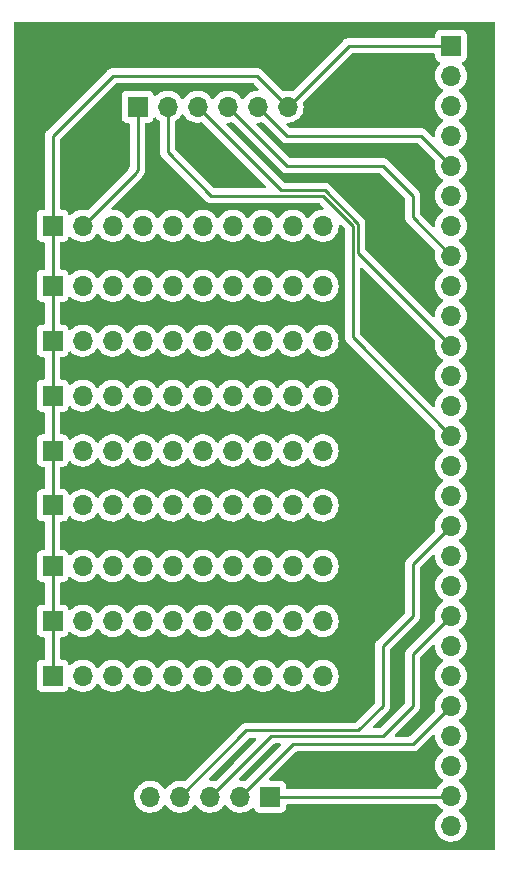
<source format=gtl>
%TF.GenerationSoftware,KiCad,Pcbnew,(6.0.7)*%
%TF.CreationDate,2022-11-21T17:26:44-05:00*%
%TF.ProjectId,upper_v3,75707065-725f-4763-932e-6b696361645f,rev?*%
%TF.SameCoordinates,Original*%
%TF.FileFunction,Copper,L1,Top*%
%TF.FilePolarity,Positive*%
%FSLAX46Y46*%
G04 Gerber Fmt 4.6, Leading zero omitted, Abs format (unit mm)*
G04 Created by KiCad (PCBNEW (6.0.7)) date 2022-11-21 17:26:44*
%MOMM*%
%LPD*%
G01*
G04 APERTURE LIST*
%TA.AperFunction,ComponentPad*%
%ADD10R,1.700000X1.700000*%
%TD*%
%TA.AperFunction,ComponentPad*%
%ADD11O,1.700000X1.700000*%
%TD*%
%TA.AperFunction,Conductor*%
%ADD12C,0.250000*%
%TD*%
G04 APERTURE END LIST*
D10*
%TO.P,J2,1,Pin_1*%
%TO.N,Net-(J1-Pad1)*%
X119380000Y-73660000D03*
D11*
%TO.P,J2,2,Pin_2*%
%TO.N,Net-(J1-Pad12)*%
X121920000Y-73660000D03*
%TO.P,J2,3,Pin_3*%
%TO.N,unconnected-(J2-Pad3)*%
X124460000Y-73660000D03*
%TO.P,J2,4,Pin_4*%
%TO.N,Net-(J1-Pad2)*%
X127000000Y-73660000D03*
%TO.P,J2,5,Pin_5*%
%TO.N,unconnected-(J2-Pad5)*%
X129540000Y-73660000D03*
%TO.P,J2,6,Pin_6*%
%TO.N,unconnected-(J2-Pad6)*%
X132080000Y-73660000D03*
%TO.P,J2,7,Pin_7*%
%TO.N,Net-(J1-Pad2)*%
X134620000Y-73660000D03*
%TO.P,J2,8,Pin_8*%
%TO.N,unconnected-(J2-Pad8)*%
X137160000Y-73660000D03*
%TO.P,J2,9,Pin_9*%
%TO.N,unconnected-(J2-Pad9)*%
X139700000Y-73660000D03*
%TO.P,J2,10,Pin_10*%
%TO.N,unconnected-(J2-Pad10)*%
X142240000Y-73660000D03*
%TD*%
D10*
%TO.P,J10,1,Pin_1*%
%TO.N,Net-(J1-Pad1)*%
X119380000Y-111760000D03*
D11*
%TO.P,J10,2,Pin_2*%
%TO.N,Net-(J1-Pad12)*%
X121920000Y-111760000D03*
%TO.P,J10,3,Pin_3*%
%TO.N,unconnected-(J10-Pad3)*%
X124460000Y-111760000D03*
%TO.P,J10,4,Pin_4*%
%TO.N,unconnected-(J10-Pad4)*%
X127000000Y-111760000D03*
%TO.P,J10,5,Pin_5*%
%TO.N,unconnected-(J10-Pad5)*%
X129540000Y-111760000D03*
%TO.P,J10,6,Pin_6*%
%TO.N,unconnected-(J10-Pad6)*%
X132080000Y-111760000D03*
%TO.P,J10,7,Pin_7*%
%TO.N,unconnected-(J10-Pad7)*%
X134620000Y-111760000D03*
%TO.P,J10,8,Pin_8*%
%TO.N,unconnected-(J10-Pad8)*%
X137160000Y-111760000D03*
%TO.P,J10,9,Pin_9*%
%TO.N,unconnected-(J10-Pad9)*%
X139700000Y-111760000D03*
%TO.P,J10,10,Pin_10*%
%TO.N,unconnected-(J10-Pad10)*%
X142240000Y-111760000D03*
%TD*%
D10*
%TO.P,J5,1,Pin_1*%
%TO.N,Net-(J1-Pad1)*%
X119380000Y-78740000D03*
D11*
%TO.P,J5,2,Pin_2*%
%TO.N,Net-(J1-Pad12)*%
X121920000Y-78740000D03*
%TO.P,J5,3,Pin_3*%
%TO.N,unconnected-(J5-Pad3)*%
X124460000Y-78740000D03*
%TO.P,J5,4,Pin_4*%
%TO.N,unconnected-(J5-Pad4)*%
X127000000Y-78740000D03*
%TO.P,J5,5,Pin_5*%
%TO.N,unconnected-(J5-Pad5)*%
X129540000Y-78740000D03*
%TO.P,J5,6,Pin_6*%
%TO.N,unconnected-(J5-Pad6)*%
X132080000Y-78740000D03*
%TO.P,J5,7,Pin_7*%
%TO.N,unconnected-(J5-Pad7)*%
X134620000Y-78740000D03*
%TO.P,J5,8,Pin_8*%
%TO.N,unconnected-(J5-Pad8)*%
X137160000Y-78740000D03*
%TO.P,J5,9,Pin_9*%
%TO.N,unconnected-(J5-Pad9)*%
X139700000Y-78740000D03*
%TO.P,J5,10,Pin_10*%
%TO.N,unconnected-(J5-Pad10)*%
X142240000Y-78740000D03*
%TD*%
D10*
%TO.P,J11,1,Pin_1*%
%TO.N,Net-(J1-Pad1)*%
X119380000Y-107110000D03*
D11*
%TO.P,J11,2,Pin_2*%
%TO.N,Net-(J1-Pad12)*%
X121920000Y-107110000D03*
%TO.P,J11,3,Pin_3*%
%TO.N,unconnected-(J11-Pad3)*%
X124460000Y-107110000D03*
%TO.P,J11,4,Pin_4*%
%TO.N,unconnected-(J11-Pad4)*%
X127000000Y-107110000D03*
%TO.P,J11,5,Pin_5*%
%TO.N,unconnected-(J11-Pad5)*%
X129540000Y-107110000D03*
%TO.P,J11,6,Pin_6*%
%TO.N,unconnected-(J11-Pad6)*%
X132080000Y-107110000D03*
%TO.P,J11,7,Pin_7*%
%TO.N,unconnected-(J11-Pad7)*%
X134620000Y-107110000D03*
%TO.P,J11,8,Pin_8*%
%TO.N,unconnected-(J11-Pad8)*%
X137160000Y-107110000D03*
%TO.P,J11,9,Pin_9*%
%TO.N,unconnected-(J11-Pad9)*%
X139700000Y-107110000D03*
%TO.P,J11,10,Pin_10*%
%TO.N,unconnected-(J11-Pad10)*%
X142240000Y-107110000D03*
%TD*%
D10*
%TO.P,J3,1,Pin_1*%
%TO.N,Net-(J1-Pad12)*%
X126575000Y-63575000D03*
D11*
%TO.P,J3,2,Pin_2*%
%TO.N,Net-(J1-Pad14)*%
X129115000Y-63575000D03*
%TO.P,J3,3,Pin_3*%
%TO.N,Net-(J1-Pad11)*%
X131655000Y-63575000D03*
%TO.P,J3,4,Pin_4*%
%TO.N,Net-(J1-Pad8)*%
X134195000Y-63575000D03*
%TO.P,J3,5,Pin_5*%
%TO.N,Net-(J1-Pad5)*%
X136735000Y-63575000D03*
%TO.P,J3,6,Pin_6*%
%TO.N,Net-(J1-Pad1)*%
X139275000Y-63575000D03*
%TD*%
D10*
%TO.P,J7,1,Pin_1*%
%TO.N,Net-(J1-Pad1)*%
X119380000Y-88040000D03*
D11*
%TO.P,J7,2,Pin_2*%
%TO.N,Net-(J1-Pad12)*%
X121920000Y-88040000D03*
%TO.P,J7,3,Pin_3*%
%TO.N,unconnected-(J7-Pad3)*%
X124460000Y-88040000D03*
%TO.P,J7,4,Pin_4*%
%TO.N,unconnected-(J7-Pad4)*%
X127000000Y-88040000D03*
%TO.P,J7,5,Pin_5*%
%TO.N,unconnected-(J7-Pad5)*%
X129540000Y-88040000D03*
%TO.P,J7,6,Pin_6*%
%TO.N,unconnected-(J7-Pad6)*%
X132080000Y-88040000D03*
%TO.P,J7,7,Pin_7*%
%TO.N,unconnected-(J7-Pad7)*%
X134620000Y-88040000D03*
%TO.P,J7,8,Pin_8*%
%TO.N,unconnected-(J7-Pad8)*%
X137160000Y-88040000D03*
%TO.P,J7,9,Pin_9*%
%TO.N,unconnected-(J7-Pad9)*%
X139700000Y-88040000D03*
%TO.P,J7,10,Pin_10*%
%TO.N,unconnected-(J7-Pad10)*%
X142240000Y-88040000D03*
%TD*%
D10*
%TO.P,J6,1,Pin_1*%
%TO.N,Net-(J1-Pad1)*%
X119380000Y-97340000D03*
D11*
%TO.P,J6,2,Pin_2*%
%TO.N,Net-(J1-Pad12)*%
X121920000Y-97340000D03*
%TO.P,J6,3,Pin_3*%
%TO.N,unconnected-(J6-Pad3)*%
X124460000Y-97340000D03*
%TO.P,J6,4,Pin_4*%
%TO.N,unconnected-(J6-Pad4)*%
X127000000Y-97340000D03*
%TO.P,J6,5,Pin_5*%
%TO.N,unconnected-(J6-Pad5)*%
X129540000Y-97340000D03*
%TO.P,J6,6,Pin_6*%
%TO.N,unconnected-(J6-Pad6)*%
X132080000Y-97340000D03*
%TO.P,J6,7,Pin_7*%
%TO.N,unconnected-(J6-Pad7)*%
X134620000Y-97340000D03*
%TO.P,J6,8,Pin_8*%
%TO.N,unconnected-(J6-Pad8)*%
X137160000Y-97340000D03*
%TO.P,J6,9,Pin_9*%
%TO.N,unconnected-(J6-Pad9)*%
X139700000Y-97340000D03*
%TO.P,J6,10,Pin_10*%
%TO.N,unconnected-(J6-Pad10)*%
X142240000Y-97340000D03*
%TD*%
D10*
%TO.P,J1,1,Pin_1*%
%TO.N,Net-(J1-Pad1)*%
X153105000Y-58415000D03*
D11*
%TO.P,J1,2,Pin_2*%
%TO.N,Net-(J1-Pad2)*%
X153105000Y-60955000D03*
%TO.P,J1,3,Pin_3*%
%TO.N,Net-(J1-Pad12)*%
X153105000Y-63495000D03*
%TO.P,J1,4,Pin_4*%
%TO.N,Net-(J1-Pad10)*%
X153105000Y-66035000D03*
%TO.P,J1,5,Pin_5*%
%TO.N,Net-(J1-Pad5)*%
X153105000Y-68575000D03*
%TO.P,J1,6,Pin_6*%
%TO.N,Net-(J1-Pad12)*%
X153105000Y-71115000D03*
%TO.P,J1,7,Pin_7*%
%TO.N,Net-(J1-Pad10)*%
X153105000Y-73655000D03*
%TO.P,J1,8,Pin_8*%
%TO.N,Net-(J1-Pad8)*%
X153105000Y-76195000D03*
%TO.P,J1,9,Pin_9*%
%TO.N,Net-(J1-Pad12)*%
X153105000Y-78735000D03*
%TO.P,J1,10,Pin_10*%
%TO.N,Net-(J1-Pad10)*%
X153105000Y-81275000D03*
%TO.P,J1,11,Pin_11*%
%TO.N,Net-(J1-Pad11)*%
X153105000Y-83815000D03*
%TO.P,J1,12,Pin_12*%
%TO.N,Net-(J1-Pad12)*%
X153105000Y-86355000D03*
%TO.P,J1,13,Pin_13*%
%TO.N,Net-(J1-Pad10)*%
X153105000Y-88895000D03*
%TO.P,J1,14,Pin_14*%
%TO.N,Net-(J1-Pad14)*%
X153105000Y-91435000D03*
%TO.P,J1,15,Pin_15*%
%TO.N,Net-(J1-Pad12)*%
X153105000Y-93975000D03*
%TO.P,J1,16,Pin_16*%
%TO.N,Net-(J1-Pad10)*%
X153105000Y-96515000D03*
%TO.P,J1,17,Pin_17*%
%TO.N,Net-(J1-Pad17)*%
X153105000Y-99055000D03*
%TO.P,J1,18,Pin_18*%
%TO.N,Net-(J1-Pad12)*%
X153105000Y-101595000D03*
%TO.P,J1,19,Pin_19*%
%TO.N,Net-(J1-Pad10)*%
X153105000Y-104135000D03*
%TO.P,J1,20,Pin_20*%
%TO.N,Net-(J1-Pad20)*%
X153105000Y-106675000D03*
%TO.P,J1,21,Pin_21*%
%TO.N,Net-(J1-Pad12)*%
X153105000Y-109215000D03*
%TO.P,J1,22,Pin_22*%
%TO.N,Net-(J1-Pad10)*%
X153105000Y-111755000D03*
%TO.P,J1,23,Pin_23*%
%TO.N,Net-(J1-Pad23)*%
X153105000Y-114295000D03*
%TO.P,J1,24,Pin_24*%
%TO.N,Net-(J1-Pad12)*%
X153105000Y-116835000D03*
%TO.P,J1,25,Pin_25*%
%TO.N,Net-(J1-Pad10)*%
X153105000Y-119375000D03*
%TO.P,J1,26,Pin_26*%
%TO.N,Net-(J1-Pad26)*%
X153105000Y-121915000D03*
%TO.P,J1,27,Pin_27*%
%TO.N,Net-(J1-Pad12)*%
X153105000Y-124455000D03*
%TD*%
D10*
%TO.P,J9,1,Pin_1*%
%TO.N,Net-(J1-Pad1)*%
X119380000Y-92690000D03*
D11*
%TO.P,J9,2,Pin_2*%
%TO.N,Net-(J1-Pad12)*%
X121920000Y-92690000D03*
%TO.P,J9,3,Pin_3*%
%TO.N,unconnected-(J9-Pad3)*%
X124460000Y-92690000D03*
%TO.P,J9,4,Pin_4*%
%TO.N,unconnected-(J9-Pad4)*%
X127000000Y-92690000D03*
%TO.P,J9,5,Pin_5*%
%TO.N,unconnected-(J9-Pad5)*%
X129540000Y-92690000D03*
%TO.P,J9,6,Pin_6*%
%TO.N,unconnected-(J9-Pad6)*%
X132080000Y-92690000D03*
%TO.P,J9,7,Pin_7*%
%TO.N,unconnected-(J9-Pad7)*%
X134620000Y-92690000D03*
%TO.P,J9,8,Pin_8*%
%TO.N,unconnected-(J9-Pad8)*%
X137160000Y-92690000D03*
%TO.P,J9,9,Pin_9*%
%TO.N,unconnected-(J9-Pad9)*%
X139700000Y-92690000D03*
%TO.P,J9,10,Pin_10*%
%TO.N,unconnected-(J9-Pad10)*%
X142240000Y-92690000D03*
%TD*%
D10*
%TO.P,J4,1,Pin_1*%
%TO.N,Net-(J1-Pad26)*%
X137800000Y-122000000D03*
D11*
%TO.P,J4,2,Pin_2*%
%TO.N,Net-(J1-Pad23)*%
X135260000Y-122000000D03*
%TO.P,J4,3,Pin_3*%
%TO.N,Net-(J1-Pad20)*%
X132720000Y-122000000D03*
%TO.P,J4,4,Pin_4*%
%TO.N,Net-(J1-Pad17)*%
X130180000Y-122000000D03*
%TO.P,J4,5,Pin_5*%
%TO.N,Net-(J1-Pad10)*%
X127640000Y-122000000D03*
%TD*%
D10*
%TO.P,J12,1,Pin_1*%
%TO.N,Net-(J1-Pad1)*%
X119380000Y-102460000D03*
D11*
%TO.P,J12,2,Pin_2*%
%TO.N,Net-(J1-Pad12)*%
X121920000Y-102460000D03*
%TO.P,J12,3,Pin_3*%
%TO.N,unconnected-(J12-Pad3)*%
X124460000Y-102460000D03*
%TO.P,J12,4,Pin_4*%
%TO.N,unconnected-(J12-Pad4)*%
X127000000Y-102460000D03*
%TO.P,J12,5,Pin_5*%
%TO.N,unconnected-(J12-Pad5)*%
X129540000Y-102460000D03*
%TO.P,J12,6,Pin_6*%
%TO.N,unconnected-(J12-Pad6)*%
X132080000Y-102460000D03*
%TO.P,J12,7,Pin_7*%
%TO.N,unconnected-(J12-Pad7)*%
X134620000Y-102460000D03*
%TO.P,J12,8,Pin_8*%
%TO.N,unconnected-(J12-Pad8)*%
X137160000Y-102460000D03*
%TO.P,J12,9,Pin_9*%
%TO.N,unconnected-(J12-Pad9)*%
X139700000Y-102460000D03*
%TO.P,J12,10,Pin_10*%
%TO.N,unconnected-(J12-Pad10)*%
X142240000Y-102460000D03*
%TD*%
D10*
%TO.P,J8,1,Pin_1*%
%TO.N,Net-(J1-Pad1)*%
X119380000Y-83390000D03*
D11*
%TO.P,J8,2,Pin_2*%
%TO.N,Net-(J1-Pad12)*%
X121920000Y-83390000D03*
%TO.P,J8,3,Pin_3*%
%TO.N,unconnected-(J8-Pad3)*%
X124460000Y-83390000D03*
%TO.P,J8,4,Pin_4*%
%TO.N,unconnected-(J8-Pad4)*%
X127000000Y-83390000D03*
%TO.P,J8,5,Pin_5*%
%TO.N,unconnected-(J8-Pad5)*%
X129540000Y-83390000D03*
%TO.P,J8,6,Pin_6*%
%TO.N,unconnected-(J8-Pad6)*%
X132080000Y-83390000D03*
%TO.P,J8,7,Pin_7*%
%TO.N,unconnected-(J8-Pad7)*%
X134620000Y-83390000D03*
%TO.P,J8,8,Pin_8*%
%TO.N,unconnected-(J8-Pad8)*%
X137160000Y-83390000D03*
%TO.P,J8,9,Pin_9*%
%TO.N,unconnected-(J8-Pad9)*%
X139700000Y-83390000D03*
%TO.P,J8,10,Pin_10*%
%TO.N,unconnected-(J8-Pad10)*%
X142240000Y-83390000D03*
%TD*%
D12*
%TO.N,Net-(J1-Pad1)*%
X119380000Y-66040000D02*
X119380000Y-73660000D01*
X119380000Y-73660000D02*
X119380000Y-78740000D01*
X124460000Y-60960000D02*
X119380000Y-66040000D01*
X119380000Y-78740000D02*
X119380000Y-83390000D01*
X136660000Y-60960000D02*
X124460000Y-60960000D01*
X119380000Y-83390000D02*
X119380000Y-88040000D01*
X119380000Y-102460000D02*
X119380000Y-107110000D01*
X144435000Y-58415000D02*
X153105000Y-58415000D01*
X139275000Y-63575000D02*
X136660000Y-60960000D01*
X119380000Y-107110000D02*
X119380000Y-111760000D01*
X119380000Y-88040000D02*
X119380000Y-92690000D01*
X139275000Y-63575000D02*
X144435000Y-58415000D01*
X119380000Y-92690000D02*
X119380000Y-97340000D01*
X119380000Y-97340000D02*
X119380000Y-102460000D01*
%TO.N,Net-(J1-Pad5)*%
X150570000Y-66040000D02*
X153105000Y-68575000D01*
X139200000Y-66040000D02*
X150570000Y-66040000D01*
X136735000Y-63575000D02*
X139200000Y-66040000D01*
%TO.N,Net-(J1-Pad8)*%
X139200000Y-68580000D02*
X147320000Y-68580000D01*
X147320000Y-68580000D02*
X149860000Y-71120000D01*
X149860000Y-72950000D02*
X153105000Y-76195000D01*
X149860000Y-71120000D02*
X149860000Y-72950000D01*
X134195000Y-63575000D02*
X139200000Y-68580000D01*
%TO.N,Net-(J1-Pad11)*%
X145230000Y-75940000D02*
X153105000Y-83815000D01*
X138750000Y-70670000D02*
X142426396Y-70670000D01*
X145230000Y-73473604D02*
X145230000Y-75940000D01*
X131655000Y-63575000D02*
X138750000Y-70670000D01*
X142426396Y-70670000D02*
X145230000Y-73473604D01*
%TO.N,Net-(J1-Pad12)*%
X126400000Y-69180000D02*
X126400000Y-69100000D01*
X126575000Y-68925000D02*
X126575000Y-63575000D01*
X121920000Y-73660000D02*
X126400000Y-69180000D01*
X126400000Y-69100000D02*
X126575000Y-68925000D01*
%TO.N,Net-(J1-Pad14)*%
X144780000Y-73660000D02*
X144780000Y-83110000D01*
X144780000Y-83110000D02*
X153105000Y-91435000D01*
X129115000Y-63575000D02*
X129115000Y-67445000D01*
X129115000Y-67445000D02*
X132790000Y-71120000D01*
X132790000Y-71120000D02*
X142240000Y-71120000D01*
X142240000Y-71120000D02*
X144780000Y-73660000D01*
%TO.N,Net-(J1-Pad17)*%
X145230000Y-116390000D02*
X147320000Y-114300000D01*
X149860000Y-106680000D02*
X149860000Y-102300000D01*
X147320000Y-109220000D02*
X149860000Y-106680000D01*
X135790000Y-116390000D02*
X130180000Y-122000000D01*
X147320000Y-114300000D02*
X147320000Y-109220000D01*
X145230000Y-116390000D02*
X135790000Y-116390000D01*
X149860000Y-102300000D02*
X153105000Y-99055000D01*
%TO.N,Net-(J1-Pad20)*%
X149860000Y-109920000D02*
X153105000Y-106675000D01*
X147320000Y-116840000D02*
X137880000Y-116840000D01*
X149860000Y-114300000D02*
X149860000Y-109920000D01*
X147320000Y-116840000D02*
X149860000Y-114300000D01*
X137880000Y-116840000D02*
X132720000Y-122000000D01*
%TO.N,Net-(J1-Pad23)*%
X149860000Y-117540000D02*
X139720000Y-117540000D01*
X149860000Y-117540000D02*
X153105000Y-114295000D01*
X139720000Y-117540000D02*
X135260000Y-122000000D01*
%TO.N,Net-(J1-Pad26)*%
X137800000Y-122000000D02*
X153020000Y-122000000D01*
X153020000Y-122000000D02*
X153105000Y-121915000D01*
%TD*%
%TA.AperFunction,NonConductor*%
G36*
X151688621Y-59068502D02*
G01*
X151735114Y-59122158D01*
X151746500Y-59174500D01*
X151746500Y-59313134D01*
X151753255Y-59375316D01*
X151804385Y-59511705D01*
X151891739Y-59628261D01*
X152008295Y-59715615D01*
X152016704Y-59718767D01*
X152016705Y-59718768D01*
X152125451Y-59759535D01*
X152182216Y-59802176D01*
X152206916Y-59868738D01*
X152191709Y-59938087D01*
X152172316Y-59964568D01*
X152045629Y-60097138D01*
X151919743Y-60281680D01*
X151880462Y-60366305D01*
X151832431Y-60469779D01*
X151825688Y-60484305D01*
X151765989Y-60699570D01*
X151742251Y-60921695D01*
X151742548Y-60926848D01*
X151742548Y-60926851D01*
X151748011Y-61021590D01*
X151755110Y-61144715D01*
X151756247Y-61149761D01*
X151756248Y-61149767D01*
X151776119Y-61237939D01*
X151804222Y-61362639D01*
X151888266Y-61569616D01*
X152004987Y-61760088D01*
X152151250Y-61928938D01*
X152323126Y-62071632D01*
X152393595Y-62112811D01*
X152396445Y-62114476D01*
X152445169Y-62166114D01*
X152458240Y-62235897D01*
X152431509Y-62301669D01*
X152391055Y-62335027D01*
X152378607Y-62341507D01*
X152374474Y-62344610D01*
X152374471Y-62344612D01*
X152243697Y-62442800D01*
X152199965Y-62475635D01*
X152196393Y-62479373D01*
X152067087Y-62614684D01*
X152045629Y-62637138D01*
X152042715Y-62641410D01*
X152042714Y-62641411D01*
X152020846Y-62673469D01*
X151919743Y-62821680D01*
X151825688Y-63024305D01*
X151765989Y-63239570D01*
X151742251Y-63461695D01*
X151742548Y-63466848D01*
X151742548Y-63466851D01*
X151748784Y-63575000D01*
X151755110Y-63684715D01*
X151756247Y-63689761D01*
X151756248Y-63689767D01*
X151776119Y-63777939D01*
X151804222Y-63902639D01*
X151888266Y-64109616D01*
X151890965Y-64114020D01*
X151993460Y-64281277D01*
X152004987Y-64300088D01*
X152151250Y-64468938D01*
X152323126Y-64611632D01*
X152330897Y-64616173D01*
X152396445Y-64654476D01*
X152445169Y-64706114D01*
X152458240Y-64775897D01*
X152431509Y-64841669D01*
X152391055Y-64875027D01*
X152378607Y-64881507D01*
X152374474Y-64884610D01*
X152374471Y-64884612D01*
X152232271Y-64991379D01*
X152199965Y-65015635D01*
X152045629Y-65177138D01*
X151919743Y-65361680D01*
X151880462Y-65446305D01*
X151846443Y-65519593D01*
X151825688Y-65564305D01*
X151765989Y-65779570D01*
X151742251Y-66001695D01*
X151742548Y-66006853D01*
X151742422Y-66012024D01*
X151740914Y-66011987D01*
X151726411Y-66074482D01*
X151675520Y-66123986D01*
X151605944Y-66138117D01*
X151539773Y-66112389D01*
X151527574Y-66101669D01*
X151073652Y-65647747D01*
X151066112Y-65639461D01*
X151062000Y-65632982D01*
X151012348Y-65586356D01*
X151009507Y-65583602D01*
X150989770Y-65563865D01*
X150986573Y-65561385D01*
X150977551Y-65553680D01*
X150945321Y-65523414D01*
X150938375Y-65519595D01*
X150938372Y-65519593D01*
X150927566Y-65513652D01*
X150911047Y-65502801D01*
X150910583Y-65502441D01*
X150895041Y-65490386D01*
X150887772Y-65487241D01*
X150887768Y-65487238D01*
X150854463Y-65472826D01*
X150843813Y-65467609D01*
X150805060Y-65446305D01*
X150785437Y-65441267D01*
X150766734Y-65434863D01*
X150755420Y-65429967D01*
X150755419Y-65429967D01*
X150748145Y-65426819D01*
X150740322Y-65425580D01*
X150740312Y-65425577D01*
X150704476Y-65419901D01*
X150692856Y-65417495D01*
X150657711Y-65408472D01*
X150657710Y-65408472D01*
X150650030Y-65406500D01*
X150629776Y-65406500D01*
X150610065Y-65404949D01*
X150597886Y-65403020D01*
X150590057Y-65401780D01*
X150582165Y-65402526D01*
X150546039Y-65405941D01*
X150534181Y-65406500D01*
X139514595Y-65406500D01*
X139446474Y-65386498D01*
X139425500Y-65369595D01*
X139206318Y-65150413D01*
X139172292Y-65088101D01*
X139177357Y-65017286D01*
X139219904Y-64960450D01*
X139286424Y-64935639D01*
X139300024Y-64935403D01*
X139316698Y-64936015D01*
X139331674Y-64936564D01*
X139331678Y-64936564D01*
X139336837Y-64936753D01*
X139341957Y-64936097D01*
X139341959Y-64936097D01*
X139553288Y-64909025D01*
X139553289Y-64909025D01*
X139558416Y-64908368D01*
X139595961Y-64897104D01*
X139767429Y-64845661D01*
X139767434Y-64845659D01*
X139772384Y-64844174D01*
X139972994Y-64745896D01*
X140154860Y-64616173D01*
X140162734Y-64608327D01*
X140299297Y-64472240D01*
X140313096Y-64458489D01*
X140443453Y-64277077D01*
X140464320Y-64234857D01*
X140540136Y-64081453D01*
X140540137Y-64081451D01*
X140542430Y-64076811D01*
X140607370Y-63863069D01*
X140636529Y-63641590D01*
X140638156Y-63575000D01*
X140619852Y-63352361D01*
X140591821Y-63240765D01*
X140594625Y-63169823D01*
X140624930Y-63120974D01*
X144660500Y-59085405D01*
X144722812Y-59051379D01*
X144749595Y-59048500D01*
X151620500Y-59048500D01*
X151688621Y-59068502D01*
G37*
%TD.AperFunction*%
%TA.AperFunction,NonConductor*%
G36*
X130467026Y-64250144D02*
G01*
X130494875Y-64281994D01*
X130554987Y-64380088D01*
X130701250Y-64548938D01*
X130873126Y-64691632D01*
X131066000Y-64804338D01*
X131274692Y-64884030D01*
X131279760Y-64885061D01*
X131279763Y-64885062D01*
X131366949Y-64902800D01*
X131493597Y-64928567D01*
X131498772Y-64928757D01*
X131498774Y-64928757D01*
X131711673Y-64936564D01*
X131711677Y-64936564D01*
X131716837Y-64936753D01*
X131721957Y-64936097D01*
X131721959Y-64936097D01*
X131933288Y-64909025D01*
X131933289Y-64909025D01*
X131938416Y-64908368D01*
X131943367Y-64906883D01*
X131943370Y-64906882D01*
X131984829Y-64894444D01*
X132055825Y-64894028D01*
X132110131Y-64926035D01*
X137455501Y-70271405D01*
X137489527Y-70333717D01*
X137484462Y-70404532D01*
X137441915Y-70461368D01*
X137375395Y-70486179D01*
X137366406Y-70486500D01*
X133104594Y-70486500D01*
X133036473Y-70466498D01*
X133015499Y-70449595D01*
X129785405Y-67219500D01*
X129751379Y-67157188D01*
X129748500Y-67130405D01*
X129748500Y-64855427D01*
X129768502Y-64787306D01*
X129809618Y-64747550D01*
X129812994Y-64745896D01*
X129994860Y-64616173D01*
X130002734Y-64608327D01*
X130139297Y-64472240D01*
X130153096Y-64458489D01*
X130283453Y-64277077D01*
X130284776Y-64278028D01*
X130331645Y-64234857D01*
X130401580Y-64222625D01*
X130467026Y-64250144D01*
G37*
%TD.AperFunction*%
%TA.AperFunction,NonConductor*%
G36*
X136413527Y-61613502D02*
G01*
X136434501Y-61630405D01*
X136805086Y-62000990D01*
X136839112Y-62063302D01*
X136834047Y-62134117D01*
X136791500Y-62190953D01*
X136724980Y-62215764D01*
X136714459Y-62216076D01*
X136666962Y-62215495D01*
X136645080Y-62215228D01*
X136645078Y-62215228D01*
X136639911Y-62215165D01*
X136419091Y-62248955D01*
X136206756Y-62318357D01*
X136008607Y-62421507D01*
X136004474Y-62424610D01*
X136004471Y-62424612D01*
X135901573Y-62501870D01*
X135829965Y-62555635D01*
X135826393Y-62559373D01*
X135718729Y-62672037D01*
X135675629Y-62717138D01*
X135568201Y-62874621D01*
X135513293Y-62919621D01*
X135442768Y-62927792D01*
X135379021Y-62896538D01*
X135358324Y-62872054D01*
X135277822Y-62747617D01*
X135277820Y-62747614D01*
X135275014Y-62743277D01*
X135124670Y-62578051D01*
X135120619Y-62574852D01*
X135120615Y-62574848D01*
X134953414Y-62442800D01*
X134953410Y-62442798D01*
X134949359Y-62439598D01*
X134753789Y-62331638D01*
X134748920Y-62329914D01*
X134748916Y-62329912D01*
X134548087Y-62258795D01*
X134548083Y-62258794D01*
X134543212Y-62257069D01*
X134538119Y-62256162D01*
X134538116Y-62256161D01*
X134328373Y-62218800D01*
X134328367Y-62218799D01*
X134323284Y-62217894D01*
X134249452Y-62216992D01*
X134105081Y-62215228D01*
X134105079Y-62215228D01*
X134099911Y-62215165D01*
X133879091Y-62248955D01*
X133666756Y-62318357D01*
X133468607Y-62421507D01*
X133464474Y-62424610D01*
X133464471Y-62424612D01*
X133361573Y-62501870D01*
X133289965Y-62555635D01*
X133286393Y-62559373D01*
X133178729Y-62672037D01*
X133135629Y-62717138D01*
X133028201Y-62874621D01*
X132973293Y-62919621D01*
X132902768Y-62927792D01*
X132839021Y-62896538D01*
X132818324Y-62872054D01*
X132737822Y-62747617D01*
X132737820Y-62747614D01*
X132735014Y-62743277D01*
X132584670Y-62578051D01*
X132580619Y-62574852D01*
X132580615Y-62574848D01*
X132413414Y-62442800D01*
X132413410Y-62442798D01*
X132409359Y-62439598D01*
X132213789Y-62331638D01*
X132208920Y-62329914D01*
X132208916Y-62329912D01*
X132008087Y-62258795D01*
X132008083Y-62258794D01*
X132003212Y-62257069D01*
X131998119Y-62256162D01*
X131998116Y-62256161D01*
X131788373Y-62218800D01*
X131788367Y-62218799D01*
X131783284Y-62217894D01*
X131709452Y-62216992D01*
X131565081Y-62215228D01*
X131565079Y-62215228D01*
X131559911Y-62215165D01*
X131339091Y-62248955D01*
X131126756Y-62318357D01*
X130928607Y-62421507D01*
X130924474Y-62424610D01*
X130924471Y-62424612D01*
X130821573Y-62501870D01*
X130749965Y-62555635D01*
X130746393Y-62559373D01*
X130638729Y-62672037D01*
X130595629Y-62717138D01*
X130488201Y-62874621D01*
X130433293Y-62919621D01*
X130362768Y-62927792D01*
X130299021Y-62896538D01*
X130278324Y-62872054D01*
X130197822Y-62747617D01*
X130197820Y-62747614D01*
X130195014Y-62743277D01*
X130044670Y-62578051D01*
X130040619Y-62574852D01*
X130040615Y-62574848D01*
X129873414Y-62442800D01*
X129873410Y-62442798D01*
X129869359Y-62439598D01*
X129673789Y-62331638D01*
X129668920Y-62329914D01*
X129668916Y-62329912D01*
X129468087Y-62258795D01*
X129468083Y-62258794D01*
X129463212Y-62257069D01*
X129458119Y-62256162D01*
X129458116Y-62256161D01*
X129248373Y-62218800D01*
X129248367Y-62218799D01*
X129243284Y-62217894D01*
X129169452Y-62216992D01*
X129025081Y-62215228D01*
X129025079Y-62215228D01*
X129019911Y-62215165D01*
X128799091Y-62248955D01*
X128586756Y-62318357D01*
X128388607Y-62421507D01*
X128384474Y-62424610D01*
X128384471Y-62424612D01*
X128281573Y-62501870D01*
X128209965Y-62555635D01*
X128153537Y-62614684D01*
X128129283Y-62640064D01*
X128067759Y-62675494D01*
X127996846Y-62672037D01*
X127939060Y-62630791D01*
X127920207Y-62597243D01*
X127878767Y-62486703D01*
X127875615Y-62478295D01*
X127788261Y-62361739D01*
X127671705Y-62274385D01*
X127535316Y-62223255D01*
X127479440Y-62217185D01*
X127476531Y-62216869D01*
X127473134Y-62216500D01*
X125676866Y-62216500D01*
X125673469Y-62216869D01*
X125670560Y-62217185D01*
X125614684Y-62223255D01*
X125478295Y-62274385D01*
X125361739Y-62361739D01*
X125274385Y-62478295D01*
X125223255Y-62614684D01*
X125216500Y-62676866D01*
X125216500Y-64473134D01*
X125223255Y-64535316D01*
X125274385Y-64671705D01*
X125361739Y-64788261D01*
X125478295Y-64875615D01*
X125614684Y-64926745D01*
X125676866Y-64933500D01*
X125815500Y-64933500D01*
X125883621Y-64953502D01*
X125930114Y-65007158D01*
X125941500Y-65059500D01*
X125941500Y-68612937D01*
X125921498Y-68681058D01*
X125907352Y-68699188D01*
X125883414Y-68724679D01*
X125879595Y-68731625D01*
X125879593Y-68731628D01*
X125873652Y-68742434D01*
X125862801Y-68758953D01*
X125850386Y-68774959D01*
X125847241Y-68782228D01*
X125847238Y-68782232D01*
X125832826Y-68815537D01*
X125827609Y-68826187D01*
X125806305Y-68864940D01*
X125806305Y-68864941D01*
X125806178Y-68864871D01*
X125781199Y-68902897D01*
X122377345Y-72306750D01*
X122315033Y-72340776D01*
X122266154Y-72341702D01*
X122053373Y-72303800D01*
X122053367Y-72303799D01*
X122048284Y-72302894D01*
X121974452Y-72301992D01*
X121830081Y-72300228D01*
X121830079Y-72300228D01*
X121824911Y-72300165D01*
X121604091Y-72333955D01*
X121391756Y-72403357D01*
X121193607Y-72506507D01*
X121189474Y-72509610D01*
X121189471Y-72509612D01*
X121021624Y-72635635D01*
X121014965Y-72640635D01*
X120958537Y-72699684D01*
X120934283Y-72725064D01*
X120872759Y-72760494D01*
X120801846Y-72757037D01*
X120744060Y-72715791D01*
X120725207Y-72682243D01*
X120683767Y-72571703D01*
X120680615Y-72563295D01*
X120593261Y-72446739D01*
X120476705Y-72359385D01*
X120340316Y-72308255D01*
X120278134Y-72301500D01*
X120139500Y-72301500D01*
X120071379Y-72281498D01*
X120024886Y-72227842D01*
X120013500Y-72175500D01*
X120013500Y-66354594D01*
X120033502Y-66286473D01*
X120050405Y-66265499D01*
X124685500Y-61630405D01*
X124747812Y-61596379D01*
X124774595Y-61593500D01*
X136345406Y-61593500D01*
X136413527Y-61613502D01*
G37*
%TD.AperFunction*%
%TA.AperFunction,NonConductor*%
G36*
X128098150Y-64488126D02*
G01*
X128132817Y-64516114D01*
X128161250Y-64548938D01*
X128333126Y-64691632D01*
X128389096Y-64724338D01*
X128419070Y-64741853D01*
X128467794Y-64793491D01*
X128481500Y-64850641D01*
X128481500Y-67366233D01*
X128480973Y-67377416D01*
X128479298Y-67384909D01*
X128479547Y-67392835D01*
X128479547Y-67392836D01*
X128481438Y-67452986D01*
X128481500Y-67456945D01*
X128481500Y-67484856D01*
X128481997Y-67488790D01*
X128481997Y-67488791D01*
X128482005Y-67488856D01*
X128482938Y-67500693D01*
X128484327Y-67544889D01*
X128489978Y-67564339D01*
X128493987Y-67583700D01*
X128496526Y-67603797D01*
X128499445Y-67611168D01*
X128499445Y-67611170D01*
X128512804Y-67644912D01*
X128516649Y-67656142D01*
X128528982Y-67698593D01*
X128533015Y-67705412D01*
X128533017Y-67705417D01*
X128539293Y-67716028D01*
X128547988Y-67733776D01*
X128555448Y-67752617D01*
X128560110Y-67759033D01*
X128560110Y-67759034D01*
X128581436Y-67788387D01*
X128587952Y-67798307D01*
X128610458Y-67836362D01*
X128624779Y-67850683D01*
X128637619Y-67865716D01*
X128649528Y-67882107D01*
X128655634Y-67887158D01*
X128683605Y-67910298D01*
X128692384Y-67918288D01*
X132286348Y-71512253D01*
X132293888Y-71520539D01*
X132298000Y-71527018D01*
X132303777Y-71532443D01*
X132347651Y-71573643D01*
X132350493Y-71576398D01*
X132370230Y-71596135D01*
X132373427Y-71598615D01*
X132382447Y-71606318D01*
X132414679Y-71636586D01*
X132421625Y-71640405D01*
X132421628Y-71640407D01*
X132432434Y-71646348D01*
X132448953Y-71657199D01*
X132464959Y-71669614D01*
X132472228Y-71672759D01*
X132472232Y-71672762D01*
X132505537Y-71687174D01*
X132516187Y-71692391D01*
X132554940Y-71713695D01*
X132562615Y-71715666D01*
X132562616Y-71715666D01*
X132574562Y-71718733D01*
X132593266Y-71725137D01*
X132603617Y-71729616D01*
X132611855Y-71733181D01*
X132619678Y-71734420D01*
X132619688Y-71734423D01*
X132655524Y-71740099D01*
X132667144Y-71742505D01*
X132702289Y-71751528D01*
X132709970Y-71753500D01*
X132730224Y-71753500D01*
X132749934Y-71755051D01*
X132769943Y-71758220D01*
X132777835Y-71757474D01*
X132813961Y-71754059D01*
X132825819Y-71753500D01*
X141925406Y-71753500D01*
X141993527Y-71773502D01*
X142014501Y-71790405D01*
X142310086Y-72085990D01*
X142344112Y-72148302D01*
X142339047Y-72219117D01*
X142296500Y-72275953D01*
X142229980Y-72300764D01*
X142219459Y-72301076D01*
X142171962Y-72300495D01*
X142150080Y-72300228D01*
X142150078Y-72300228D01*
X142144911Y-72300165D01*
X141924091Y-72333955D01*
X141711756Y-72403357D01*
X141513607Y-72506507D01*
X141509474Y-72509610D01*
X141509471Y-72509612D01*
X141341624Y-72635635D01*
X141334965Y-72640635D01*
X141313544Y-72663051D01*
X141223729Y-72757037D01*
X141180629Y-72802138D01*
X141073201Y-72959621D01*
X141018293Y-73004621D01*
X140947768Y-73012792D01*
X140884021Y-72981538D01*
X140863324Y-72957054D01*
X140782822Y-72832617D01*
X140782820Y-72832614D01*
X140780014Y-72828277D01*
X140629670Y-72663051D01*
X140625619Y-72659852D01*
X140625615Y-72659848D01*
X140458414Y-72527800D01*
X140458410Y-72527798D01*
X140454359Y-72524598D01*
X140445302Y-72519598D01*
X140400791Y-72495027D01*
X140258789Y-72416638D01*
X140253920Y-72414914D01*
X140253916Y-72414912D01*
X140053087Y-72343795D01*
X140053083Y-72343794D01*
X140048212Y-72342069D01*
X140043119Y-72341162D01*
X140043116Y-72341161D01*
X139833373Y-72303800D01*
X139833367Y-72303799D01*
X139828284Y-72302894D01*
X139754452Y-72301992D01*
X139610081Y-72300228D01*
X139610079Y-72300228D01*
X139604911Y-72300165D01*
X139384091Y-72333955D01*
X139171756Y-72403357D01*
X138973607Y-72506507D01*
X138969474Y-72509610D01*
X138969471Y-72509612D01*
X138801624Y-72635635D01*
X138794965Y-72640635D01*
X138773544Y-72663051D01*
X138683729Y-72757037D01*
X138640629Y-72802138D01*
X138533201Y-72959621D01*
X138478293Y-73004621D01*
X138407768Y-73012792D01*
X138344021Y-72981538D01*
X138323324Y-72957054D01*
X138242822Y-72832617D01*
X138242820Y-72832614D01*
X138240014Y-72828277D01*
X138089670Y-72663051D01*
X138085619Y-72659852D01*
X138085615Y-72659848D01*
X137918414Y-72527800D01*
X137918410Y-72527798D01*
X137914359Y-72524598D01*
X137905302Y-72519598D01*
X137860791Y-72495027D01*
X137718789Y-72416638D01*
X137713920Y-72414914D01*
X137713916Y-72414912D01*
X137513087Y-72343795D01*
X137513083Y-72343794D01*
X137508212Y-72342069D01*
X137503119Y-72341162D01*
X137503116Y-72341161D01*
X137293373Y-72303800D01*
X137293367Y-72303799D01*
X137288284Y-72302894D01*
X137214452Y-72301992D01*
X137070081Y-72300228D01*
X137070079Y-72300228D01*
X137064911Y-72300165D01*
X136844091Y-72333955D01*
X136631756Y-72403357D01*
X136433607Y-72506507D01*
X136429474Y-72509610D01*
X136429471Y-72509612D01*
X136261624Y-72635635D01*
X136254965Y-72640635D01*
X136233544Y-72663051D01*
X136143729Y-72757037D01*
X136100629Y-72802138D01*
X135993201Y-72959621D01*
X135938293Y-73004621D01*
X135867768Y-73012792D01*
X135804021Y-72981538D01*
X135783324Y-72957054D01*
X135702822Y-72832617D01*
X135702820Y-72832614D01*
X135700014Y-72828277D01*
X135549670Y-72663051D01*
X135545619Y-72659852D01*
X135545615Y-72659848D01*
X135378414Y-72527800D01*
X135378410Y-72527798D01*
X135374359Y-72524598D01*
X135365302Y-72519598D01*
X135320791Y-72495027D01*
X135178789Y-72416638D01*
X135173920Y-72414914D01*
X135173916Y-72414912D01*
X134973087Y-72343795D01*
X134973083Y-72343794D01*
X134968212Y-72342069D01*
X134963119Y-72341162D01*
X134963116Y-72341161D01*
X134753373Y-72303800D01*
X134753367Y-72303799D01*
X134748284Y-72302894D01*
X134674452Y-72301992D01*
X134530081Y-72300228D01*
X134530079Y-72300228D01*
X134524911Y-72300165D01*
X134304091Y-72333955D01*
X134091756Y-72403357D01*
X133893607Y-72506507D01*
X133889474Y-72509610D01*
X133889471Y-72509612D01*
X133721624Y-72635635D01*
X133714965Y-72640635D01*
X133693544Y-72663051D01*
X133603729Y-72757037D01*
X133560629Y-72802138D01*
X133453201Y-72959621D01*
X133398293Y-73004621D01*
X133327768Y-73012792D01*
X133264021Y-72981538D01*
X133243324Y-72957054D01*
X133162822Y-72832617D01*
X133162820Y-72832614D01*
X133160014Y-72828277D01*
X133009670Y-72663051D01*
X133005619Y-72659852D01*
X133005615Y-72659848D01*
X132838414Y-72527800D01*
X132838410Y-72527798D01*
X132834359Y-72524598D01*
X132825302Y-72519598D01*
X132780791Y-72495027D01*
X132638789Y-72416638D01*
X132633920Y-72414914D01*
X132633916Y-72414912D01*
X132433087Y-72343795D01*
X132433083Y-72343794D01*
X132428212Y-72342069D01*
X132423119Y-72341162D01*
X132423116Y-72341161D01*
X132213373Y-72303800D01*
X132213367Y-72303799D01*
X132208284Y-72302894D01*
X132134452Y-72301992D01*
X131990081Y-72300228D01*
X131990079Y-72300228D01*
X131984911Y-72300165D01*
X131764091Y-72333955D01*
X131551756Y-72403357D01*
X131353607Y-72506507D01*
X131349474Y-72509610D01*
X131349471Y-72509612D01*
X131181624Y-72635635D01*
X131174965Y-72640635D01*
X131153544Y-72663051D01*
X131063729Y-72757037D01*
X131020629Y-72802138D01*
X130913201Y-72959621D01*
X130858293Y-73004621D01*
X130787768Y-73012792D01*
X130724021Y-72981538D01*
X130703324Y-72957054D01*
X130622822Y-72832617D01*
X130622820Y-72832614D01*
X130620014Y-72828277D01*
X130469670Y-72663051D01*
X130465619Y-72659852D01*
X130465615Y-72659848D01*
X130298414Y-72527800D01*
X130298410Y-72527798D01*
X130294359Y-72524598D01*
X130285302Y-72519598D01*
X130240791Y-72495027D01*
X130098789Y-72416638D01*
X130093920Y-72414914D01*
X130093916Y-72414912D01*
X129893087Y-72343795D01*
X129893083Y-72343794D01*
X129888212Y-72342069D01*
X129883119Y-72341162D01*
X129883116Y-72341161D01*
X129673373Y-72303800D01*
X129673367Y-72303799D01*
X129668284Y-72302894D01*
X129594452Y-72301992D01*
X129450081Y-72300228D01*
X129450079Y-72300228D01*
X129444911Y-72300165D01*
X129224091Y-72333955D01*
X129011756Y-72403357D01*
X128813607Y-72506507D01*
X128809474Y-72509610D01*
X128809471Y-72509612D01*
X128641624Y-72635635D01*
X128634965Y-72640635D01*
X128613544Y-72663051D01*
X128523729Y-72757037D01*
X128480629Y-72802138D01*
X128373201Y-72959621D01*
X128318293Y-73004621D01*
X128247768Y-73012792D01*
X128184021Y-72981538D01*
X128163324Y-72957054D01*
X128082822Y-72832617D01*
X128082820Y-72832614D01*
X128080014Y-72828277D01*
X127929670Y-72663051D01*
X127925619Y-72659852D01*
X127925615Y-72659848D01*
X127758414Y-72527800D01*
X127758410Y-72527798D01*
X127754359Y-72524598D01*
X127745302Y-72519598D01*
X127700791Y-72495027D01*
X127558789Y-72416638D01*
X127553920Y-72414914D01*
X127553916Y-72414912D01*
X127353087Y-72343795D01*
X127353083Y-72343794D01*
X127348212Y-72342069D01*
X127343119Y-72341162D01*
X127343116Y-72341161D01*
X127133373Y-72303800D01*
X127133367Y-72303799D01*
X127128284Y-72302894D01*
X127054452Y-72301992D01*
X126910081Y-72300228D01*
X126910079Y-72300228D01*
X126904911Y-72300165D01*
X126684091Y-72333955D01*
X126471756Y-72403357D01*
X126273607Y-72506507D01*
X126269474Y-72509610D01*
X126269471Y-72509612D01*
X126101624Y-72635635D01*
X126094965Y-72640635D01*
X126073544Y-72663051D01*
X125983729Y-72757037D01*
X125940629Y-72802138D01*
X125833201Y-72959621D01*
X125778293Y-73004621D01*
X125707768Y-73012792D01*
X125644021Y-72981538D01*
X125623324Y-72957054D01*
X125542822Y-72832617D01*
X125542820Y-72832614D01*
X125540014Y-72828277D01*
X125389670Y-72663051D01*
X125385619Y-72659852D01*
X125385615Y-72659848D01*
X125218414Y-72527800D01*
X125218410Y-72527798D01*
X125214359Y-72524598D01*
X125205302Y-72519598D01*
X125160791Y-72495027D01*
X125018789Y-72416638D01*
X125013920Y-72414914D01*
X125013916Y-72414912D01*
X124813087Y-72343795D01*
X124813083Y-72343794D01*
X124808212Y-72342069D01*
X124803119Y-72341162D01*
X124803116Y-72341161D01*
X124593373Y-72303800D01*
X124593367Y-72303799D01*
X124588284Y-72302894D01*
X124477011Y-72301535D01*
X124409141Y-72280702D01*
X124363307Y-72226483D01*
X124354062Y-72156091D01*
X124384341Y-72091875D01*
X124389456Y-72086449D01*
X126792253Y-69683652D01*
X126800539Y-69676112D01*
X126807018Y-69672000D01*
X126853644Y-69622348D01*
X126856398Y-69619507D01*
X126876135Y-69599770D01*
X126878615Y-69596573D01*
X126886320Y-69587551D01*
X126911159Y-69561100D01*
X126916586Y-69555321D01*
X126920405Y-69548375D01*
X126920407Y-69548372D01*
X126926348Y-69537566D01*
X126937199Y-69521047D01*
X126944758Y-69511301D01*
X126949614Y-69505041D01*
X126952759Y-69497772D01*
X126952762Y-69497768D01*
X126967174Y-69464463D01*
X126972391Y-69453813D01*
X126993695Y-69415060D01*
X126993695Y-69415059D01*
X126993994Y-69415224D01*
X127015483Y-69381365D01*
X127028657Y-69367335D01*
X127031415Y-69364489D01*
X127051134Y-69344770D01*
X127053612Y-69341575D01*
X127061318Y-69332553D01*
X127086158Y-69306101D01*
X127091586Y-69300321D01*
X127101346Y-69282568D01*
X127112199Y-69266045D01*
X127119753Y-69256306D01*
X127124613Y-69250041D01*
X127142176Y-69209457D01*
X127147383Y-69198827D01*
X127168695Y-69160060D01*
X127170666Y-69152383D01*
X127170668Y-69152378D01*
X127173732Y-69140442D01*
X127180138Y-69121730D01*
X127185034Y-69110417D01*
X127188181Y-69103145D01*
X127190080Y-69091159D01*
X127195097Y-69059481D01*
X127197504Y-69047860D01*
X127206528Y-69012711D01*
X127206528Y-69012710D01*
X127208500Y-69005030D01*
X127208500Y-68984769D01*
X127210051Y-68965058D01*
X127211979Y-68952885D01*
X127213219Y-68945057D01*
X127209059Y-68901046D01*
X127208500Y-68889189D01*
X127208500Y-65059500D01*
X127228502Y-64991379D01*
X127282158Y-64944886D01*
X127334500Y-64933500D01*
X127473134Y-64933500D01*
X127535316Y-64926745D01*
X127671705Y-64875615D01*
X127788261Y-64788261D01*
X127875615Y-64671705D01*
X127897799Y-64612529D01*
X127919598Y-64554382D01*
X127962240Y-64497618D01*
X128028802Y-64472918D01*
X128098150Y-64488126D01*
G37*
%TD.AperFunction*%
%TA.AperFunction,NonConductor*%
G36*
X137190131Y-64926035D02*
G01*
X138696343Y-66432247D01*
X138703887Y-66440537D01*
X138708000Y-66447018D01*
X138713777Y-66452443D01*
X138757667Y-66493658D01*
X138760509Y-66496413D01*
X138780230Y-66516134D01*
X138783425Y-66518612D01*
X138792447Y-66526318D01*
X138824679Y-66556586D01*
X138831628Y-66560406D01*
X138842432Y-66566346D01*
X138858956Y-66577199D01*
X138874959Y-66589613D01*
X138915543Y-66607176D01*
X138926173Y-66612383D01*
X138964940Y-66633695D01*
X138972617Y-66635666D01*
X138972622Y-66635668D01*
X138984558Y-66638732D01*
X139003266Y-66645137D01*
X139021855Y-66653181D01*
X139029680Y-66654420D01*
X139029682Y-66654421D01*
X139065519Y-66660097D01*
X139077140Y-66662504D01*
X139112289Y-66671528D01*
X139119970Y-66673500D01*
X139140231Y-66673500D01*
X139159940Y-66675051D01*
X139179943Y-66678219D01*
X139187835Y-66677473D01*
X139193062Y-66676979D01*
X139223954Y-66674059D01*
X139235811Y-66673500D01*
X150255406Y-66673500D01*
X150323527Y-66693502D01*
X150344501Y-66710405D01*
X151754778Y-68120682D01*
X151788804Y-68182994D01*
X151787100Y-68243448D01*
X151765989Y-68319570D01*
X151765441Y-68324700D01*
X151765440Y-68324704D01*
X151761933Y-68357522D01*
X151742251Y-68541695D01*
X151742548Y-68546848D01*
X151742548Y-68546851D01*
X151748011Y-68641590D01*
X151755110Y-68764715D01*
X151756247Y-68769761D01*
X151756248Y-68769767D01*
X151766563Y-68815537D01*
X151804222Y-68982639D01*
X151842461Y-69076811D01*
X151882602Y-69175666D01*
X151888266Y-69189616D01*
X151915159Y-69233502D01*
X151996296Y-69365905D01*
X152004987Y-69380088D01*
X152151250Y-69548938D01*
X152323126Y-69691632D01*
X152393595Y-69732811D01*
X152396445Y-69734476D01*
X152445169Y-69786114D01*
X152458240Y-69855897D01*
X152431509Y-69921669D01*
X152391055Y-69955027D01*
X152378607Y-69961507D01*
X152374474Y-69964610D01*
X152374471Y-69964612D01*
X152204100Y-70092530D01*
X152199965Y-70095635D01*
X152045629Y-70257138D01*
X152042715Y-70261410D01*
X152042714Y-70261411D01*
X152031570Y-70277747D01*
X151919743Y-70441680D01*
X151825688Y-70644305D01*
X151765989Y-70859570D01*
X151742251Y-71081695D01*
X151742548Y-71086848D01*
X151742548Y-71086851D01*
X151747924Y-71180091D01*
X151755110Y-71304715D01*
X151756247Y-71309761D01*
X151756248Y-71309767D01*
X151764301Y-71345499D01*
X151804222Y-71522639D01*
X151842461Y-71616811D01*
X151882602Y-71715666D01*
X151888266Y-71729616D01*
X152004987Y-71920088D01*
X152151250Y-72088938D01*
X152323126Y-72231632D01*
X152343643Y-72243621D01*
X152396445Y-72274476D01*
X152445169Y-72326114D01*
X152458240Y-72395897D01*
X152431509Y-72461669D01*
X152391055Y-72495027D01*
X152378607Y-72501507D01*
X152374474Y-72504610D01*
X152374471Y-72504612D01*
X152204100Y-72632530D01*
X152199965Y-72635635D01*
X152045629Y-72797138D01*
X151919743Y-72981680D01*
X151891321Y-73042910D01*
X151837170Y-73159570D01*
X151825688Y-73184305D01*
X151765989Y-73399570D01*
X151742251Y-73621695D01*
X151742548Y-73626853D01*
X151742422Y-73632024D01*
X151740914Y-73631987D01*
X151726410Y-73694485D01*
X151675518Y-73743988D01*
X151605942Y-73758118D01*
X151539771Y-73732389D01*
X151527574Y-73721670D01*
X151128573Y-73322668D01*
X150530405Y-72724500D01*
X150496379Y-72662188D01*
X150493500Y-72635405D01*
X150493500Y-71198763D01*
X150494027Y-71187579D01*
X150495701Y-71180091D01*
X150493562Y-71112032D01*
X150493500Y-71108075D01*
X150493500Y-71080144D01*
X150492994Y-71076138D01*
X150492061Y-71064292D01*
X150490922Y-71028037D01*
X150490673Y-71020110D01*
X150485022Y-71000658D01*
X150481014Y-70981306D01*
X150479468Y-70969068D01*
X150479467Y-70969066D01*
X150478474Y-70961203D01*
X150462194Y-70920086D01*
X150458359Y-70908885D01*
X150446018Y-70866406D01*
X150441985Y-70859587D01*
X150441983Y-70859582D01*
X150435707Y-70848971D01*
X150427010Y-70831221D01*
X150419552Y-70812383D01*
X150393571Y-70776623D01*
X150387053Y-70766701D01*
X150368578Y-70735460D01*
X150368574Y-70735455D01*
X150364542Y-70728637D01*
X150350218Y-70714313D01*
X150337376Y-70699278D01*
X150325472Y-70682893D01*
X150291406Y-70654711D01*
X150282627Y-70646722D01*
X147823652Y-68187747D01*
X147816112Y-68179461D01*
X147812000Y-68172982D01*
X147762348Y-68126356D01*
X147759507Y-68123602D01*
X147739770Y-68103865D01*
X147736573Y-68101385D01*
X147727551Y-68093680D01*
X147701100Y-68068841D01*
X147695321Y-68063414D01*
X147688375Y-68059595D01*
X147688372Y-68059593D01*
X147677566Y-68053652D01*
X147661047Y-68042801D01*
X147660583Y-68042441D01*
X147645041Y-68030386D01*
X147637772Y-68027241D01*
X147637768Y-68027238D01*
X147604463Y-68012826D01*
X147593813Y-68007609D01*
X147555060Y-67986305D01*
X147535437Y-67981267D01*
X147516734Y-67974863D01*
X147505420Y-67969967D01*
X147505419Y-67969967D01*
X147498145Y-67966819D01*
X147490322Y-67965580D01*
X147490312Y-67965577D01*
X147454476Y-67959901D01*
X147442856Y-67957495D01*
X147407711Y-67948472D01*
X147407710Y-67948472D01*
X147400030Y-67946500D01*
X147379776Y-67946500D01*
X147360065Y-67944949D01*
X147347886Y-67943020D01*
X147340057Y-67941780D01*
X147332165Y-67942526D01*
X147296039Y-67945941D01*
X147284181Y-67946500D01*
X139514594Y-67946500D01*
X139446473Y-67926498D01*
X139425499Y-67909595D01*
X136666318Y-65150413D01*
X136632292Y-65088101D01*
X136637357Y-65017285D01*
X136679904Y-64960450D01*
X136746424Y-64935639D01*
X136760024Y-64935403D01*
X136776698Y-64936015D01*
X136791674Y-64936564D01*
X136791678Y-64936564D01*
X136796837Y-64936753D01*
X136801957Y-64936097D01*
X136801959Y-64936097D01*
X137013288Y-64909025D01*
X137013289Y-64909025D01*
X137018416Y-64908368D01*
X137023367Y-64906883D01*
X137023370Y-64906882D01*
X137064829Y-64894444D01*
X137135825Y-64894028D01*
X137190131Y-64926035D01*
G37*
%TD.AperFunction*%
%TA.AperFunction,NonConductor*%
G36*
X134650131Y-64926035D02*
G01*
X138696348Y-68972253D01*
X138703888Y-68980539D01*
X138708000Y-68987018D01*
X138713777Y-68992443D01*
X138757651Y-69033643D01*
X138760493Y-69036398D01*
X138780230Y-69056135D01*
X138783427Y-69058615D01*
X138792447Y-69066318D01*
X138824679Y-69096586D01*
X138831625Y-69100405D01*
X138831628Y-69100407D01*
X138842434Y-69106348D01*
X138858953Y-69117199D01*
X138874959Y-69129614D01*
X138882228Y-69132759D01*
X138882232Y-69132762D01*
X138915537Y-69147174D01*
X138926187Y-69152391D01*
X138964940Y-69173695D01*
X138972615Y-69175666D01*
X138972616Y-69175666D01*
X138984562Y-69178733D01*
X139003266Y-69185137D01*
X139013617Y-69189616D01*
X139021855Y-69193181D01*
X139029678Y-69194420D01*
X139029688Y-69194423D01*
X139065524Y-69200099D01*
X139077144Y-69202505D01*
X139104285Y-69209473D01*
X139119970Y-69213500D01*
X139140224Y-69213500D01*
X139159934Y-69215051D01*
X139179943Y-69218220D01*
X139187835Y-69217474D01*
X139223961Y-69214059D01*
X139235819Y-69213500D01*
X147005406Y-69213500D01*
X147073527Y-69233502D01*
X147094501Y-69250405D01*
X149189595Y-71345499D01*
X149223621Y-71407811D01*
X149226500Y-71434594D01*
X149226500Y-72871233D01*
X149225973Y-72882416D01*
X149224298Y-72889909D01*
X149224547Y-72897835D01*
X149224547Y-72897836D01*
X149226438Y-72957986D01*
X149226500Y-72961945D01*
X149226500Y-72989856D01*
X149226997Y-72993790D01*
X149226997Y-72993791D01*
X149227005Y-72993856D01*
X149227938Y-73005693D01*
X149229327Y-73049889D01*
X149234566Y-73067921D01*
X149234978Y-73069339D01*
X149238987Y-73088700D01*
X149241526Y-73108797D01*
X149244445Y-73116168D01*
X149244445Y-73116170D01*
X149257804Y-73149912D01*
X149261649Y-73161142D01*
X149273982Y-73203593D01*
X149278015Y-73210412D01*
X149278017Y-73210417D01*
X149284293Y-73221028D01*
X149292988Y-73238776D01*
X149300448Y-73257617D01*
X149305110Y-73264033D01*
X149305110Y-73264034D01*
X149326436Y-73293387D01*
X149332952Y-73303307D01*
X149355458Y-73341362D01*
X149369779Y-73355683D01*
X149382619Y-73370716D01*
X149394528Y-73387107D01*
X149400634Y-73392158D01*
X149428605Y-73415298D01*
X149437384Y-73423288D01*
X151754777Y-75740682D01*
X151788803Y-75802994D01*
X151787100Y-75863446D01*
X151765989Y-75939570D01*
X151742251Y-76161695D01*
X151742548Y-76166848D01*
X151742548Y-76166851D01*
X151748011Y-76261590D01*
X151755110Y-76384715D01*
X151756247Y-76389761D01*
X151756248Y-76389767D01*
X151776119Y-76477939D01*
X151804222Y-76602639D01*
X151888266Y-76809616D01*
X152004987Y-77000088D01*
X152151250Y-77168938D01*
X152323126Y-77311632D01*
X152343597Y-77323594D01*
X152396445Y-77354476D01*
X152445169Y-77406114D01*
X152458240Y-77475897D01*
X152431509Y-77541669D01*
X152391055Y-77575027D01*
X152378607Y-77581507D01*
X152374474Y-77584610D01*
X152374471Y-77584612D01*
X152204100Y-77712530D01*
X152199965Y-77715635D01*
X152045629Y-77877138D01*
X151919743Y-78061680D01*
X151825688Y-78264305D01*
X151765989Y-78479570D01*
X151742251Y-78701695D01*
X151742548Y-78706848D01*
X151742548Y-78706851D01*
X151748011Y-78801590D01*
X151755110Y-78924715D01*
X151756247Y-78929761D01*
X151756248Y-78929767D01*
X151776119Y-79017939D01*
X151804222Y-79142639D01*
X151888266Y-79349616D01*
X152004987Y-79540088D01*
X152151250Y-79708938D01*
X152323126Y-79851632D01*
X152331683Y-79856632D01*
X152396445Y-79894476D01*
X152445169Y-79946114D01*
X152458240Y-80015897D01*
X152431509Y-80081669D01*
X152391055Y-80115027D01*
X152384380Y-80118502D01*
X152378607Y-80121507D01*
X152374474Y-80124610D01*
X152374471Y-80124612D01*
X152311146Y-80172158D01*
X152199965Y-80255635D01*
X152045629Y-80417138D01*
X151919743Y-80601680D01*
X151825688Y-80804305D01*
X151765989Y-81019570D01*
X151742251Y-81241695D01*
X151742548Y-81246853D01*
X151742422Y-81252024D01*
X151740914Y-81251987D01*
X151726410Y-81314485D01*
X151675518Y-81363988D01*
X151605942Y-81378118D01*
X151539771Y-81352389D01*
X151527574Y-81341670D01*
X145900405Y-75714500D01*
X145866379Y-75652188D01*
X145863500Y-75625405D01*
X145863500Y-73552371D01*
X145864027Y-73541188D01*
X145865702Y-73533695D01*
X145863562Y-73465604D01*
X145863500Y-73461647D01*
X145863500Y-73433748D01*
X145862996Y-73429757D01*
X145862063Y-73417915D01*
X145861487Y-73399570D01*
X145860674Y-73373715D01*
X145858462Y-73366101D01*
X145858461Y-73366096D01*
X145855023Y-73354263D01*
X145851012Y-73334899D01*
X145849467Y-73322668D01*
X145848474Y-73314807D01*
X145845557Y-73307440D01*
X145845556Y-73307435D01*
X145832198Y-73273696D01*
X145828354Y-73262469D01*
X145826232Y-73255165D01*
X145816018Y-73220011D01*
X145805707Y-73202576D01*
X145797012Y-73184828D01*
X145789552Y-73165987D01*
X145763564Y-73130217D01*
X145757048Y-73120297D01*
X145738580Y-73089069D01*
X145738578Y-73089066D01*
X145734542Y-73082242D01*
X145720221Y-73067921D01*
X145707380Y-73052887D01*
X145700131Y-73042910D01*
X145695472Y-73036497D01*
X145661395Y-73008306D01*
X145652616Y-73000316D01*
X142930048Y-70277747D01*
X142922508Y-70269461D01*
X142918396Y-70262982D01*
X142868744Y-70216356D01*
X142865903Y-70213602D01*
X142846166Y-70193865D01*
X142842969Y-70191385D01*
X142833947Y-70183680D01*
X142807496Y-70158841D01*
X142801717Y-70153414D01*
X142794771Y-70149595D01*
X142794768Y-70149593D01*
X142783962Y-70143652D01*
X142767443Y-70132801D01*
X142766979Y-70132441D01*
X142751437Y-70120386D01*
X142744168Y-70117241D01*
X142744164Y-70117238D01*
X142710859Y-70102826D01*
X142700209Y-70097609D01*
X142661456Y-70076305D01*
X142641833Y-70071267D01*
X142623130Y-70064863D01*
X142611816Y-70059967D01*
X142611815Y-70059967D01*
X142604541Y-70056819D01*
X142596718Y-70055580D01*
X142596708Y-70055577D01*
X142560872Y-70049901D01*
X142549252Y-70047495D01*
X142514107Y-70038472D01*
X142514106Y-70038472D01*
X142506426Y-70036500D01*
X142486172Y-70036500D01*
X142466461Y-70034949D01*
X142454282Y-70033020D01*
X142446453Y-70031780D01*
X142438561Y-70032526D01*
X142402435Y-70035941D01*
X142390577Y-70036500D01*
X139064595Y-70036500D01*
X138996474Y-70016498D01*
X138975500Y-69999595D01*
X134126318Y-65150413D01*
X134092292Y-65088101D01*
X134097357Y-65017286D01*
X134139904Y-64960450D01*
X134206424Y-64935639D01*
X134220024Y-64935403D01*
X134236698Y-64936015D01*
X134251674Y-64936564D01*
X134251678Y-64936564D01*
X134256837Y-64936753D01*
X134261957Y-64936097D01*
X134261959Y-64936097D01*
X134473288Y-64909025D01*
X134473289Y-64909025D01*
X134478416Y-64908368D01*
X134483367Y-64906883D01*
X134483370Y-64906882D01*
X134524829Y-64894444D01*
X134595825Y-64894028D01*
X134650131Y-64926035D01*
G37*
%TD.AperFunction*%
%TA.AperFunction,NonConductor*%
G36*
X145622012Y-77228370D02*
G01*
X145628595Y-77234499D01*
X148807496Y-80413401D01*
X151754777Y-83360682D01*
X151788803Y-83422994D01*
X151787100Y-83483446D01*
X151765989Y-83559570D01*
X151742251Y-83781695D01*
X151742548Y-83786848D01*
X151742548Y-83786851D01*
X151748011Y-83881590D01*
X151755110Y-84004715D01*
X151756247Y-84009761D01*
X151756248Y-84009767D01*
X151765283Y-84049857D01*
X151804222Y-84222639D01*
X151888266Y-84429616D01*
X151918098Y-84478297D01*
X151990276Y-84596081D01*
X152004987Y-84620088D01*
X152151250Y-84788938D01*
X152323126Y-84931632D01*
X152393595Y-84972811D01*
X152396445Y-84974476D01*
X152445169Y-85026114D01*
X152458240Y-85095897D01*
X152431509Y-85161669D01*
X152391055Y-85195027D01*
X152378607Y-85201507D01*
X152374474Y-85204610D01*
X152374471Y-85204612D01*
X152350247Y-85222800D01*
X152199965Y-85335635D01*
X152045629Y-85497138D01*
X151919743Y-85681680D01*
X151825688Y-85884305D01*
X151765989Y-86099570D01*
X151742251Y-86321695D01*
X151742548Y-86326848D01*
X151742548Y-86326851D01*
X151748011Y-86421590D01*
X151755110Y-86544715D01*
X151756247Y-86549761D01*
X151756248Y-86549767D01*
X151769336Y-86607842D01*
X151804222Y-86762639D01*
X151888266Y-86969616D01*
X151890965Y-86974020D01*
X151995915Y-87145283D01*
X152004987Y-87160088D01*
X152151250Y-87328938D01*
X152323126Y-87471632D01*
X152393595Y-87512811D01*
X152396445Y-87514476D01*
X152445169Y-87566114D01*
X152458240Y-87635897D01*
X152431509Y-87701669D01*
X152391055Y-87735027D01*
X152378607Y-87741507D01*
X152374474Y-87744610D01*
X152374471Y-87744612D01*
X152204100Y-87872530D01*
X152199965Y-87875635D01*
X152045629Y-88037138D01*
X151919743Y-88221680D01*
X151904003Y-88255590D01*
X151868060Y-88333023D01*
X151825688Y-88424305D01*
X151765989Y-88639570D01*
X151742251Y-88861695D01*
X151742548Y-88866853D01*
X151742422Y-88872024D01*
X151740914Y-88871987D01*
X151726410Y-88934485D01*
X151675518Y-88983988D01*
X151605942Y-88998118D01*
X151539771Y-88972389D01*
X151527574Y-88961670D01*
X145450405Y-82884500D01*
X145416379Y-82822188D01*
X145413500Y-82795405D01*
X145413500Y-77323594D01*
X145433502Y-77255473D01*
X145487158Y-77208980D01*
X145557432Y-77198876D01*
X145622012Y-77228370D01*
G37*
%TD.AperFunction*%
%TA.AperFunction,NonConductor*%
G36*
X151663146Y-101496924D02*
G01*
X151719982Y-101539471D01*
X151744905Y-101607727D01*
X151755110Y-101784715D01*
X151756247Y-101789761D01*
X151756248Y-101789767D01*
X151777275Y-101883069D01*
X151804222Y-102002639D01*
X151841387Y-102094166D01*
X151875081Y-102177144D01*
X151888266Y-102209616D01*
X151926565Y-102272114D01*
X151961961Y-102329875D01*
X152004987Y-102400088D01*
X152151250Y-102568938D01*
X152323126Y-102711632D01*
X152376702Y-102742939D01*
X152396445Y-102754476D01*
X152445169Y-102806114D01*
X152458240Y-102875897D01*
X152431509Y-102941669D01*
X152391055Y-102975027D01*
X152378607Y-102981507D01*
X152374474Y-102984610D01*
X152374471Y-102984612D01*
X152350247Y-103002800D01*
X152199965Y-103115635D01*
X152045629Y-103277138D01*
X151919743Y-103461680D01*
X151825688Y-103664305D01*
X151765989Y-103879570D01*
X151742251Y-104101695D01*
X151742548Y-104106848D01*
X151742548Y-104106851D01*
X151748011Y-104201590D01*
X151755110Y-104324715D01*
X151756247Y-104329761D01*
X151756248Y-104329767D01*
X151776119Y-104417939D01*
X151804222Y-104542639D01*
X151888266Y-104749616D01*
X152004987Y-104940088D01*
X152151250Y-105108938D01*
X152323126Y-105251632D01*
X152393595Y-105292811D01*
X152396445Y-105294476D01*
X152445169Y-105346114D01*
X152458240Y-105415897D01*
X152431509Y-105481669D01*
X152391055Y-105515027D01*
X152378607Y-105521507D01*
X152374474Y-105524610D01*
X152374471Y-105524612D01*
X152350247Y-105542800D01*
X152199965Y-105655635D01*
X152178544Y-105678051D01*
X152069586Y-105792069D01*
X152045629Y-105817138D01*
X152042715Y-105821410D01*
X152042714Y-105821411D01*
X151991329Y-105896739D01*
X151919743Y-106001680D01*
X151904003Y-106035590D01*
X151843566Y-106165791D01*
X151825688Y-106204305D01*
X151765989Y-106419570D01*
X151742251Y-106641695D01*
X151742548Y-106646848D01*
X151742548Y-106646851D01*
X151751875Y-106808614D01*
X151755110Y-106864715D01*
X151756247Y-106869761D01*
X151756248Y-106869767D01*
X151788453Y-107012668D01*
X151783917Y-107083520D01*
X151754631Y-107129464D01*
X149467747Y-109416348D01*
X149459461Y-109423888D01*
X149452982Y-109428000D01*
X149447557Y-109433777D01*
X149406357Y-109477651D01*
X149403602Y-109480493D01*
X149383865Y-109500230D01*
X149381385Y-109503427D01*
X149373682Y-109512447D01*
X149343414Y-109544679D01*
X149339595Y-109551625D01*
X149339593Y-109551628D01*
X149333652Y-109562434D01*
X149322801Y-109578953D01*
X149310386Y-109594959D01*
X149307241Y-109602228D01*
X149307238Y-109602232D01*
X149292826Y-109635537D01*
X149287609Y-109646187D01*
X149266305Y-109684940D01*
X149264334Y-109692615D01*
X149264334Y-109692616D01*
X149261267Y-109704562D01*
X149254863Y-109723266D01*
X149246819Y-109741855D01*
X149245580Y-109749678D01*
X149245577Y-109749688D01*
X149239901Y-109785524D01*
X149237495Y-109797144D01*
X149226500Y-109839970D01*
X149226500Y-109860224D01*
X149224949Y-109879934D01*
X149221780Y-109899943D01*
X149222526Y-109907835D01*
X149225941Y-109943961D01*
X149226500Y-109955819D01*
X149226500Y-113985405D01*
X149206498Y-114053526D01*
X149189595Y-114074500D01*
X147094500Y-116169595D01*
X147032188Y-116203621D01*
X147005405Y-116206500D01*
X146613594Y-116206500D01*
X146545473Y-116186498D01*
X146498980Y-116132842D01*
X146488876Y-116062568D01*
X146518370Y-115997988D01*
X146524499Y-115991405D01*
X147712247Y-114803657D01*
X147720537Y-114796113D01*
X147727018Y-114792000D01*
X147773659Y-114742332D01*
X147776413Y-114739491D01*
X147796134Y-114719770D01*
X147798612Y-114716575D01*
X147806318Y-114707553D01*
X147831158Y-114681101D01*
X147836586Y-114675321D01*
X147846346Y-114657568D01*
X147857199Y-114641045D01*
X147864753Y-114631306D01*
X147869613Y-114625041D01*
X147887176Y-114584457D01*
X147892383Y-114573827D01*
X147913695Y-114535060D01*
X147915666Y-114527383D01*
X147915668Y-114527378D01*
X147918732Y-114515442D01*
X147925138Y-114496730D01*
X147928152Y-114489767D01*
X147933181Y-114478145D01*
X147940097Y-114434481D01*
X147942504Y-114422860D01*
X147951528Y-114387711D01*
X147951528Y-114387710D01*
X147953500Y-114380030D01*
X147953500Y-114359769D01*
X147955051Y-114340058D01*
X147956979Y-114327885D01*
X147958219Y-114320057D01*
X147954059Y-114276046D01*
X147953500Y-114264189D01*
X147953500Y-109534594D01*
X147973502Y-109466473D01*
X147990405Y-109445499D01*
X150252247Y-107183657D01*
X150260537Y-107176113D01*
X150267018Y-107172000D01*
X150313659Y-107122332D01*
X150316413Y-107119491D01*
X150336134Y-107099770D01*
X150338612Y-107096575D01*
X150346318Y-107087553D01*
X150371158Y-107061101D01*
X150376586Y-107055321D01*
X150386346Y-107037568D01*
X150397199Y-107021045D01*
X150404753Y-107011306D01*
X150409613Y-107005041D01*
X150427176Y-106964457D01*
X150432383Y-106953827D01*
X150453695Y-106915060D01*
X150455666Y-106907383D01*
X150455668Y-106907378D01*
X150458732Y-106895442D01*
X150465138Y-106876730D01*
X150468152Y-106869767D01*
X150473181Y-106858145D01*
X150480097Y-106814481D01*
X150482504Y-106802860D01*
X150491528Y-106767711D01*
X150491528Y-106767710D01*
X150493500Y-106760030D01*
X150493500Y-106739769D01*
X150495051Y-106720058D01*
X150496979Y-106707885D01*
X150498219Y-106700057D01*
X150494059Y-106656046D01*
X150493500Y-106644189D01*
X150493500Y-102614594D01*
X150513502Y-102546473D01*
X150530405Y-102525499D01*
X151530019Y-101525885D01*
X151592331Y-101491859D01*
X151663146Y-101496924D01*
G37*
%TD.AperFunction*%
%TA.AperFunction,NonConductor*%
G36*
X151663146Y-109116924D02*
G01*
X151719982Y-109159471D01*
X151744905Y-109227727D01*
X151755110Y-109404715D01*
X151756247Y-109409761D01*
X151756248Y-109409767D01*
X151777275Y-109503069D01*
X151804222Y-109622639D01*
X151841387Y-109714166D01*
X151875081Y-109797144D01*
X151888266Y-109829616D01*
X151926565Y-109892114D01*
X151961961Y-109949875D01*
X152004987Y-110020088D01*
X152151250Y-110188938D01*
X152323126Y-110331632D01*
X152343643Y-110343621D01*
X152396445Y-110374476D01*
X152445169Y-110426114D01*
X152458240Y-110495897D01*
X152431509Y-110561669D01*
X152391055Y-110595027D01*
X152378607Y-110601507D01*
X152374474Y-110604610D01*
X152374471Y-110604612D01*
X152204100Y-110732530D01*
X152199965Y-110735635D01*
X152045629Y-110897138D01*
X151919743Y-111081680D01*
X151825688Y-111284305D01*
X151765989Y-111499570D01*
X151742251Y-111721695D01*
X151742548Y-111726848D01*
X151742548Y-111726851D01*
X151748011Y-111821590D01*
X151755110Y-111944715D01*
X151756247Y-111949761D01*
X151756248Y-111949767D01*
X151776119Y-112037939D01*
X151804222Y-112162639D01*
X151888266Y-112369616D01*
X152004987Y-112560088D01*
X152151250Y-112728938D01*
X152323126Y-112871632D01*
X152331683Y-112876632D01*
X152396445Y-112914476D01*
X152445169Y-112966114D01*
X152458240Y-113035897D01*
X152431509Y-113101669D01*
X152391055Y-113135027D01*
X152378607Y-113141507D01*
X152374474Y-113144610D01*
X152374471Y-113144612D01*
X152350247Y-113162800D01*
X152199965Y-113275635D01*
X152045629Y-113437138D01*
X151919743Y-113621680D01*
X151825688Y-113824305D01*
X151765989Y-114039570D01*
X151742251Y-114261695D01*
X151742548Y-114266848D01*
X151742548Y-114266851D01*
X151751875Y-114428614D01*
X151755110Y-114484715D01*
X151756247Y-114489761D01*
X151756248Y-114489767D01*
X151788453Y-114632668D01*
X151783917Y-114703520D01*
X151754631Y-114749464D01*
X149634500Y-116869595D01*
X149572188Y-116903621D01*
X149545405Y-116906500D01*
X148453594Y-116906500D01*
X148385473Y-116886498D01*
X148338980Y-116832842D01*
X148328876Y-116762568D01*
X148358370Y-116697988D01*
X148364499Y-116691405D01*
X150252247Y-114803657D01*
X150260537Y-114796113D01*
X150267018Y-114792000D01*
X150313659Y-114742332D01*
X150316413Y-114739491D01*
X150336134Y-114719770D01*
X150338612Y-114716575D01*
X150346318Y-114707553D01*
X150371158Y-114681101D01*
X150376586Y-114675321D01*
X150386346Y-114657568D01*
X150397199Y-114641045D01*
X150404753Y-114631306D01*
X150409613Y-114625041D01*
X150427176Y-114584457D01*
X150432383Y-114573827D01*
X150453695Y-114535060D01*
X150455666Y-114527383D01*
X150455668Y-114527378D01*
X150458732Y-114515442D01*
X150465138Y-114496730D01*
X150468152Y-114489767D01*
X150473181Y-114478145D01*
X150480097Y-114434481D01*
X150482504Y-114422860D01*
X150491528Y-114387711D01*
X150491528Y-114387710D01*
X150493500Y-114380030D01*
X150493500Y-114359769D01*
X150495051Y-114340058D01*
X150496979Y-114327885D01*
X150498219Y-114320057D01*
X150494059Y-114276046D01*
X150493500Y-114264189D01*
X150493500Y-110234594D01*
X150513502Y-110166473D01*
X150530405Y-110145499D01*
X151530019Y-109145885D01*
X151592331Y-109111859D01*
X151663146Y-109116924D01*
G37*
%TD.AperFunction*%
%TA.AperFunction,NonConductor*%
G36*
X138654526Y-117493502D02*
G01*
X138701019Y-117547158D01*
X138711123Y-117617432D01*
X138681629Y-117682012D01*
X138675500Y-117688595D01*
X135717345Y-120646750D01*
X135655033Y-120680776D01*
X135606154Y-120681702D01*
X135393373Y-120643800D01*
X135393367Y-120643799D01*
X135388284Y-120642894D01*
X135277011Y-120641535D01*
X135209141Y-120620702D01*
X135163307Y-120566483D01*
X135154062Y-120496091D01*
X135184341Y-120431875D01*
X135189456Y-120426449D01*
X138105500Y-117510405D01*
X138167812Y-117476379D01*
X138194595Y-117473500D01*
X138586405Y-117473500D01*
X138654526Y-117493502D01*
G37*
%TD.AperFunction*%
%TA.AperFunction,NonConductor*%
G36*
X136564527Y-117043502D02*
G01*
X136611020Y-117097158D01*
X136621124Y-117167432D01*
X136591630Y-117232012D01*
X136585502Y-117238594D01*
X134709507Y-119114588D01*
X133177345Y-120646750D01*
X133115033Y-120680776D01*
X133066154Y-120681702D01*
X132853373Y-120643800D01*
X132853367Y-120643799D01*
X132848284Y-120642894D01*
X132737011Y-120641535D01*
X132669141Y-120620702D01*
X132623307Y-120566483D01*
X132614062Y-120496091D01*
X132644341Y-120431875D01*
X132649456Y-120426449D01*
X136015500Y-117060405D01*
X136077812Y-117026379D01*
X136104595Y-117023500D01*
X136496406Y-117023500D01*
X136564527Y-117043502D01*
G37*
%TD.AperFunction*%
%TA.AperFunction,NonConductor*%
G36*
X151663146Y-116736924D02*
G01*
X151719982Y-116779471D01*
X151744905Y-116847727D01*
X151755110Y-117024715D01*
X151756247Y-117029761D01*
X151756248Y-117029767D01*
X151763153Y-117060405D01*
X151804222Y-117242639D01*
X151888266Y-117449616D01*
X152004987Y-117640088D01*
X152151250Y-117808938D01*
X152323126Y-117951632D01*
X152393595Y-117992811D01*
X152396445Y-117994476D01*
X152445169Y-118046114D01*
X152458240Y-118115897D01*
X152431509Y-118181669D01*
X152391055Y-118215027D01*
X152378607Y-118221507D01*
X152374474Y-118224610D01*
X152374471Y-118224612D01*
X152350247Y-118242800D01*
X152199965Y-118355635D01*
X152045629Y-118517138D01*
X151919743Y-118701680D01*
X151825688Y-118904305D01*
X151765989Y-119119570D01*
X151742251Y-119341695D01*
X151742548Y-119346848D01*
X151742548Y-119346851D01*
X151748011Y-119441590D01*
X151755110Y-119564715D01*
X151756247Y-119569761D01*
X151756248Y-119569767D01*
X151776119Y-119657939D01*
X151804222Y-119782639D01*
X151888266Y-119989616D01*
X152004987Y-120180088D01*
X152151250Y-120348938D01*
X152323126Y-120491632D01*
X152393595Y-120532811D01*
X152396445Y-120534476D01*
X152445169Y-120586114D01*
X152458240Y-120655897D01*
X152431509Y-120721669D01*
X152391055Y-120755027D01*
X152378607Y-120761507D01*
X152374474Y-120764610D01*
X152374471Y-120764612D01*
X152204100Y-120892530D01*
X152199965Y-120895635D01*
X152045629Y-121057138D01*
X151919743Y-121241680D01*
X151904003Y-121275590D01*
X151895666Y-121293550D01*
X151848842Y-121346917D01*
X151781378Y-121366500D01*
X139284500Y-121366500D01*
X139216379Y-121346498D01*
X139169886Y-121292842D01*
X139158500Y-121240500D01*
X139158500Y-121101866D01*
X139151745Y-121039684D01*
X139100615Y-120903295D01*
X139013261Y-120786739D01*
X138896705Y-120699385D01*
X138760316Y-120648255D01*
X138698134Y-120641500D01*
X137818594Y-120641500D01*
X137750473Y-120621498D01*
X137703980Y-120567842D01*
X137693876Y-120497568D01*
X137723370Y-120432988D01*
X137729499Y-120426405D01*
X139945499Y-118210405D01*
X140007811Y-118176379D01*
X140034594Y-118173500D01*
X149781233Y-118173500D01*
X149792416Y-118174027D01*
X149799909Y-118175702D01*
X149807835Y-118175453D01*
X149807836Y-118175453D01*
X149867986Y-118173562D01*
X149871945Y-118173500D01*
X149899856Y-118173500D01*
X149903791Y-118173003D01*
X149903856Y-118172995D01*
X149915693Y-118172062D01*
X149947951Y-118171048D01*
X149951970Y-118170922D01*
X149959889Y-118170673D01*
X149979343Y-118165021D01*
X149998700Y-118161013D01*
X150010930Y-118159468D01*
X150010931Y-118159468D01*
X150018797Y-118158474D01*
X150026168Y-118155555D01*
X150026170Y-118155555D01*
X150059912Y-118142196D01*
X150071142Y-118138351D01*
X150105983Y-118128229D01*
X150105984Y-118128229D01*
X150113593Y-118126018D01*
X150120412Y-118121985D01*
X150120417Y-118121983D01*
X150131028Y-118115707D01*
X150148776Y-118107012D01*
X150167617Y-118099552D01*
X150203387Y-118073564D01*
X150213307Y-118067048D01*
X150244535Y-118048580D01*
X150244538Y-118048578D01*
X150251362Y-118044542D01*
X150265683Y-118030221D01*
X150280717Y-118017380D01*
X150290694Y-118010131D01*
X150297107Y-118005472D01*
X150325298Y-117971395D01*
X150333288Y-117962616D01*
X151530019Y-116765885D01*
X151592331Y-116731859D01*
X151663146Y-116736924D01*
G37*
%TD.AperFunction*%
%TA.AperFunction,NonConductor*%
G36*
X156813621Y-56408502D02*
G01*
X156860114Y-56462158D01*
X156871500Y-56514500D01*
X156871500Y-126365500D01*
X156851498Y-126433621D01*
X156797842Y-126480114D01*
X156745500Y-126491500D01*
X116204500Y-126491500D01*
X116136379Y-126471498D01*
X116089886Y-126417842D01*
X116078500Y-126365500D01*
X116078500Y-112658134D01*
X118021500Y-112658134D01*
X118028255Y-112720316D01*
X118079385Y-112856705D01*
X118166739Y-112973261D01*
X118283295Y-113060615D01*
X118419684Y-113111745D01*
X118481866Y-113118500D01*
X120278134Y-113118500D01*
X120340316Y-113111745D01*
X120476705Y-113060615D01*
X120593261Y-112973261D01*
X120680615Y-112856705D01*
X120702799Y-112797529D01*
X120724598Y-112739382D01*
X120767240Y-112682618D01*
X120833802Y-112657918D01*
X120903150Y-112673126D01*
X120937817Y-112701114D01*
X120966250Y-112733938D01*
X121041213Y-112796173D01*
X121128123Y-112868327D01*
X121138126Y-112876632D01*
X121331000Y-112989338D01*
X121539692Y-113069030D01*
X121544760Y-113070061D01*
X121544763Y-113070062D01*
X121652017Y-113091883D01*
X121758597Y-113113567D01*
X121763772Y-113113757D01*
X121763774Y-113113757D01*
X121976673Y-113121564D01*
X121976677Y-113121564D01*
X121981837Y-113121753D01*
X121986957Y-113121097D01*
X121986959Y-113121097D01*
X122198288Y-113094025D01*
X122198289Y-113094025D01*
X122203416Y-113093368D01*
X122208366Y-113091883D01*
X122412429Y-113030661D01*
X122412434Y-113030659D01*
X122417384Y-113029174D01*
X122617994Y-112930896D01*
X122799860Y-112801173D01*
X122958096Y-112643489D01*
X123015222Y-112563990D01*
X123088453Y-112462077D01*
X123089776Y-112463028D01*
X123136645Y-112419857D01*
X123206580Y-112407625D01*
X123272026Y-112435144D01*
X123299875Y-112466994D01*
X123359987Y-112565088D01*
X123506250Y-112733938D01*
X123581213Y-112796173D01*
X123668123Y-112868327D01*
X123678126Y-112876632D01*
X123871000Y-112989338D01*
X124079692Y-113069030D01*
X124084760Y-113070061D01*
X124084763Y-113070062D01*
X124192017Y-113091883D01*
X124298597Y-113113567D01*
X124303772Y-113113757D01*
X124303774Y-113113757D01*
X124516673Y-113121564D01*
X124516677Y-113121564D01*
X124521837Y-113121753D01*
X124526957Y-113121097D01*
X124526959Y-113121097D01*
X124738288Y-113094025D01*
X124738289Y-113094025D01*
X124743416Y-113093368D01*
X124748366Y-113091883D01*
X124952429Y-113030661D01*
X124952434Y-113030659D01*
X124957384Y-113029174D01*
X125157994Y-112930896D01*
X125339860Y-112801173D01*
X125498096Y-112643489D01*
X125555222Y-112563990D01*
X125628453Y-112462077D01*
X125629776Y-112463028D01*
X125676645Y-112419857D01*
X125746580Y-112407625D01*
X125812026Y-112435144D01*
X125839875Y-112466994D01*
X125899987Y-112565088D01*
X126046250Y-112733938D01*
X126121213Y-112796173D01*
X126208123Y-112868327D01*
X126218126Y-112876632D01*
X126411000Y-112989338D01*
X126619692Y-113069030D01*
X126624760Y-113070061D01*
X126624763Y-113070062D01*
X126732017Y-113091883D01*
X126838597Y-113113567D01*
X126843772Y-113113757D01*
X126843774Y-113113757D01*
X127056673Y-113121564D01*
X127056677Y-113121564D01*
X127061837Y-113121753D01*
X127066957Y-113121097D01*
X127066959Y-113121097D01*
X127278288Y-113094025D01*
X127278289Y-113094025D01*
X127283416Y-113093368D01*
X127288366Y-113091883D01*
X127492429Y-113030661D01*
X127492434Y-113030659D01*
X127497384Y-113029174D01*
X127697994Y-112930896D01*
X127879860Y-112801173D01*
X128038096Y-112643489D01*
X128095222Y-112563990D01*
X128168453Y-112462077D01*
X128169776Y-112463028D01*
X128216645Y-112419857D01*
X128286580Y-112407625D01*
X128352026Y-112435144D01*
X128379875Y-112466994D01*
X128439987Y-112565088D01*
X128586250Y-112733938D01*
X128661213Y-112796173D01*
X128748123Y-112868327D01*
X128758126Y-112876632D01*
X128951000Y-112989338D01*
X129159692Y-113069030D01*
X129164760Y-113070061D01*
X129164763Y-113070062D01*
X129272017Y-113091883D01*
X129378597Y-113113567D01*
X129383772Y-113113757D01*
X129383774Y-113113757D01*
X129596673Y-113121564D01*
X129596677Y-113121564D01*
X129601837Y-113121753D01*
X129606957Y-113121097D01*
X129606959Y-113121097D01*
X129818288Y-113094025D01*
X129818289Y-113094025D01*
X129823416Y-113093368D01*
X129828366Y-113091883D01*
X130032429Y-113030661D01*
X130032434Y-113030659D01*
X130037384Y-113029174D01*
X130237994Y-112930896D01*
X130419860Y-112801173D01*
X130578096Y-112643489D01*
X130635222Y-112563990D01*
X130708453Y-112462077D01*
X130709776Y-112463028D01*
X130756645Y-112419857D01*
X130826580Y-112407625D01*
X130892026Y-112435144D01*
X130919875Y-112466994D01*
X130979987Y-112565088D01*
X131126250Y-112733938D01*
X131201213Y-112796173D01*
X131288123Y-112868327D01*
X131298126Y-112876632D01*
X131491000Y-112989338D01*
X131699692Y-113069030D01*
X131704760Y-113070061D01*
X131704763Y-113070062D01*
X131812017Y-113091883D01*
X131918597Y-113113567D01*
X131923772Y-113113757D01*
X131923774Y-113113757D01*
X132136673Y-113121564D01*
X132136677Y-113121564D01*
X132141837Y-113121753D01*
X132146957Y-113121097D01*
X132146959Y-113121097D01*
X132358288Y-113094025D01*
X132358289Y-113094025D01*
X132363416Y-113093368D01*
X132368366Y-113091883D01*
X132572429Y-113030661D01*
X132572434Y-113030659D01*
X132577384Y-113029174D01*
X132777994Y-112930896D01*
X132959860Y-112801173D01*
X133118096Y-112643489D01*
X133175222Y-112563990D01*
X133248453Y-112462077D01*
X133249776Y-112463028D01*
X133296645Y-112419857D01*
X133366580Y-112407625D01*
X133432026Y-112435144D01*
X133459875Y-112466994D01*
X133519987Y-112565088D01*
X133666250Y-112733938D01*
X133741213Y-112796173D01*
X133828123Y-112868327D01*
X133838126Y-112876632D01*
X134031000Y-112989338D01*
X134239692Y-113069030D01*
X134244760Y-113070061D01*
X134244763Y-113070062D01*
X134352017Y-113091883D01*
X134458597Y-113113567D01*
X134463772Y-113113757D01*
X134463774Y-113113757D01*
X134676673Y-113121564D01*
X134676677Y-113121564D01*
X134681837Y-113121753D01*
X134686957Y-113121097D01*
X134686959Y-113121097D01*
X134898288Y-113094025D01*
X134898289Y-113094025D01*
X134903416Y-113093368D01*
X134908366Y-113091883D01*
X135112429Y-113030661D01*
X135112434Y-113030659D01*
X135117384Y-113029174D01*
X135317994Y-112930896D01*
X135499860Y-112801173D01*
X135658096Y-112643489D01*
X135715222Y-112563990D01*
X135788453Y-112462077D01*
X135789776Y-112463028D01*
X135836645Y-112419857D01*
X135906580Y-112407625D01*
X135972026Y-112435144D01*
X135999875Y-112466994D01*
X136059987Y-112565088D01*
X136206250Y-112733938D01*
X136281213Y-112796173D01*
X136368123Y-112868327D01*
X136378126Y-112876632D01*
X136571000Y-112989338D01*
X136779692Y-113069030D01*
X136784760Y-113070061D01*
X136784763Y-113070062D01*
X136892017Y-113091883D01*
X136998597Y-113113567D01*
X137003772Y-113113757D01*
X137003774Y-113113757D01*
X137216673Y-113121564D01*
X137216677Y-113121564D01*
X137221837Y-113121753D01*
X137226957Y-113121097D01*
X137226959Y-113121097D01*
X137438288Y-113094025D01*
X137438289Y-113094025D01*
X137443416Y-113093368D01*
X137448366Y-113091883D01*
X137652429Y-113030661D01*
X137652434Y-113030659D01*
X137657384Y-113029174D01*
X137857994Y-112930896D01*
X138039860Y-112801173D01*
X138198096Y-112643489D01*
X138255222Y-112563990D01*
X138328453Y-112462077D01*
X138329776Y-112463028D01*
X138376645Y-112419857D01*
X138446580Y-112407625D01*
X138512026Y-112435144D01*
X138539875Y-112466994D01*
X138599987Y-112565088D01*
X138746250Y-112733938D01*
X138821213Y-112796173D01*
X138908123Y-112868327D01*
X138918126Y-112876632D01*
X139111000Y-112989338D01*
X139319692Y-113069030D01*
X139324760Y-113070061D01*
X139324763Y-113070062D01*
X139432017Y-113091883D01*
X139538597Y-113113567D01*
X139543772Y-113113757D01*
X139543774Y-113113757D01*
X139756673Y-113121564D01*
X139756677Y-113121564D01*
X139761837Y-113121753D01*
X139766957Y-113121097D01*
X139766959Y-113121097D01*
X139978288Y-113094025D01*
X139978289Y-113094025D01*
X139983416Y-113093368D01*
X139988366Y-113091883D01*
X140192429Y-113030661D01*
X140192434Y-113030659D01*
X140197384Y-113029174D01*
X140397994Y-112930896D01*
X140579860Y-112801173D01*
X140738096Y-112643489D01*
X140795222Y-112563990D01*
X140868453Y-112462077D01*
X140869776Y-112463028D01*
X140916645Y-112419857D01*
X140986580Y-112407625D01*
X141052026Y-112435144D01*
X141079875Y-112466994D01*
X141139987Y-112565088D01*
X141286250Y-112733938D01*
X141361213Y-112796173D01*
X141448123Y-112868327D01*
X141458126Y-112876632D01*
X141651000Y-112989338D01*
X141859692Y-113069030D01*
X141864760Y-113070061D01*
X141864763Y-113070062D01*
X141972017Y-113091883D01*
X142078597Y-113113567D01*
X142083772Y-113113757D01*
X142083774Y-113113757D01*
X142296673Y-113121564D01*
X142296677Y-113121564D01*
X142301837Y-113121753D01*
X142306957Y-113121097D01*
X142306959Y-113121097D01*
X142518288Y-113094025D01*
X142518289Y-113094025D01*
X142523416Y-113093368D01*
X142528366Y-113091883D01*
X142732429Y-113030661D01*
X142732434Y-113030659D01*
X142737384Y-113029174D01*
X142937994Y-112930896D01*
X143119860Y-112801173D01*
X143278096Y-112643489D01*
X143335222Y-112563990D01*
X143405435Y-112466277D01*
X143408453Y-112462077D01*
X143429320Y-112419857D01*
X143505136Y-112266453D01*
X143505137Y-112266451D01*
X143507430Y-112261811D01*
X143572370Y-112048069D01*
X143601529Y-111826590D01*
X143603156Y-111760000D01*
X143584852Y-111537361D01*
X143530431Y-111320702D01*
X143441354Y-111115840D01*
X143320014Y-110928277D01*
X143169670Y-110763051D01*
X143165619Y-110759852D01*
X143165615Y-110759848D01*
X142998414Y-110627800D01*
X142998410Y-110627798D01*
X142994359Y-110624598D01*
X142985302Y-110619598D01*
X142940791Y-110595027D01*
X142798789Y-110516638D01*
X142793920Y-110514914D01*
X142793916Y-110514912D01*
X142593087Y-110443795D01*
X142593083Y-110443794D01*
X142588212Y-110442069D01*
X142583119Y-110441162D01*
X142583116Y-110441161D01*
X142373373Y-110403800D01*
X142373367Y-110403799D01*
X142368284Y-110402894D01*
X142294452Y-110401992D01*
X142150081Y-110400228D01*
X142150079Y-110400228D01*
X142144911Y-110400165D01*
X141924091Y-110433955D01*
X141711756Y-110503357D01*
X141513607Y-110606507D01*
X141509474Y-110609610D01*
X141509471Y-110609612D01*
X141341624Y-110735635D01*
X141334965Y-110740635D01*
X141331393Y-110744373D01*
X141223729Y-110857037D01*
X141180629Y-110902138D01*
X141073201Y-111059621D01*
X141018293Y-111104621D01*
X140947768Y-111112792D01*
X140884021Y-111081538D01*
X140863324Y-111057054D01*
X140782822Y-110932617D01*
X140782820Y-110932614D01*
X140780014Y-110928277D01*
X140629670Y-110763051D01*
X140625619Y-110759852D01*
X140625615Y-110759848D01*
X140458414Y-110627800D01*
X140458410Y-110627798D01*
X140454359Y-110624598D01*
X140445302Y-110619598D01*
X140400791Y-110595027D01*
X140258789Y-110516638D01*
X140253920Y-110514914D01*
X140253916Y-110514912D01*
X140053087Y-110443795D01*
X140053083Y-110443794D01*
X140048212Y-110442069D01*
X140043119Y-110441162D01*
X140043116Y-110441161D01*
X139833373Y-110403800D01*
X139833367Y-110403799D01*
X139828284Y-110402894D01*
X139754452Y-110401992D01*
X139610081Y-110400228D01*
X139610079Y-110400228D01*
X139604911Y-110400165D01*
X139384091Y-110433955D01*
X139171756Y-110503357D01*
X138973607Y-110606507D01*
X138969474Y-110609610D01*
X138969471Y-110609612D01*
X138801624Y-110735635D01*
X138794965Y-110740635D01*
X138791393Y-110744373D01*
X138683729Y-110857037D01*
X138640629Y-110902138D01*
X138533201Y-111059621D01*
X138478293Y-111104621D01*
X138407768Y-111112792D01*
X138344021Y-111081538D01*
X138323324Y-111057054D01*
X138242822Y-110932617D01*
X138242820Y-110932614D01*
X138240014Y-110928277D01*
X138089670Y-110763051D01*
X138085619Y-110759852D01*
X138085615Y-110759848D01*
X137918414Y-110627800D01*
X137918410Y-110627798D01*
X137914359Y-110624598D01*
X137905302Y-110619598D01*
X137860791Y-110595027D01*
X137718789Y-110516638D01*
X137713920Y-110514914D01*
X137713916Y-110514912D01*
X137513087Y-110443795D01*
X137513083Y-110443794D01*
X137508212Y-110442069D01*
X137503119Y-110441162D01*
X137503116Y-110441161D01*
X137293373Y-110403800D01*
X137293367Y-110403799D01*
X137288284Y-110402894D01*
X137214452Y-110401992D01*
X137070081Y-110400228D01*
X137070079Y-110400228D01*
X137064911Y-110400165D01*
X136844091Y-110433955D01*
X136631756Y-110503357D01*
X136433607Y-110606507D01*
X136429474Y-110609610D01*
X136429471Y-110609612D01*
X136261624Y-110735635D01*
X136254965Y-110740635D01*
X136251393Y-110744373D01*
X136143729Y-110857037D01*
X136100629Y-110902138D01*
X135993201Y-111059621D01*
X135938293Y-111104621D01*
X135867768Y-111112792D01*
X135804021Y-111081538D01*
X135783324Y-111057054D01*
X135702822Y-110932617D01*
X135702820Y-110932614D01*
X135700014Y-110928277D01*
X135549670Y-110763051D01*
X135545619Y-110759852D01*
X135545615Y-110759848D01*
X135378414Y-110627800D01*
X135378410Y-110627798D01*
X135374359Y-110624598D01*
X135365302Y-110619598D01*
X135320791Y-110595027D01*
X135178789Y-110516638D01*
X135173920Y-110514914D01*
X135173916Y-110514912D01*
X134973087Y-110443795D01*
X134973083Y-110443794D01*
X134968212Y-110442069D01*
X134963119Y-110441162D01*
X134963116Y-110441161D01*
X134753373Y-110403800D01*
X134753367Y-110403799D01*
X134748284Y-110402894D01*
X134674452Y-110401992D01*
X134530081Y-110400228D01*
X134530079Y-110400228D01*
X134524911Y-110400165D01*
X134304091Y-110433955D01*
X134091756Y-110503357D01*
X133893607Y-110606507D01*
X133889474Y-110609610D01*
X133889471Y-110609612D01*
X133721624Y-110735635D01*
X133714965Y-110740635D01*
X133711393Y-110744373D01*
X133603729Y-110857037D01*
X133560629Y-110902138D01*
X133453201Y-111059621D01*
X133398293Y-111104621D01*
X133327768Y-111112792D01*
X133264021Y-111081538D01*
X133243324Y-111057054D01*
X133162822Y-110932617D01*
X133162820Y-110932614D01*
X133160014Y-110928277D01*
X133009670Y-110763051D01*
X133005619Y-110759852D01*
X133005615Y-110759848D01*
X132838414Y-110627800D01*
X132838410Y-110627798D01*
X132834359Y-110624598D01*
X132825302Y-110619598D01*
X132780791Y-110595027D01*
X132638789Y-110516638D01*
X132633920Y-110514914D01*
X132633916Y-110514912D01*
X132433087Y-110443795D01*
X132433083Y-110443794D01*
X132428212Y-110442069D01*
X132423119Y-110441162D01*
X132423116Y-110441161D01*
X132213373Y-110403800D01*
X132213367Y-110403799D01*
X132208284Y-110402894D01*
X132134452Y-110401992D01*
X131990081Y-110400228D01*
X131990079Y-110400228D01*
X131984911Y-110400165D01*
X131764091Y-110433955D01*
X131551756Y-110503357D01*
X131353607Y-110606507D01*
X131349474Y-110609610D01*
X131349471Y-110609612D01*
X131181624Y-110735635D01*
X131174965Y-110740635D01*
X131171393Y-110744373D01*
X131063729Y-110857037D01*
X131020629Y-110902138D01*
X130913201Y-111059621D01*
X130858293Y-111104621D01*
X130787768Y-111112792D01*
X130724021Y-111081538D01*
X130703324Y-111057054D01*
X130622822Y-110932617D01*
X130622820Y-110932614D01*
X130620014Y-110928277D01*
X130469670Y-110763051D01*
X130465619Y-110759852D01*
X130465615Y-110759848D01*
X130298414Y-110627800D01*
X130298410Y-110627798D01*
X130294359Y-110624598D01*
X130285302Y-110619598D01*
X130240791Y-110595027D01*
X130098789Y-110516638D01*
X130093920Y-110514914D01*
X130093916Y-110514912D01*
X129893087Y-110443795D01*
X129893083Y-110443794D01*
X129888212Y-110442069D01*
X129883119Y-110441162D01*
X129883116Y-110441161D01*
X129673373Y-110403800D01*
X129673367Y-110403799D01*
X129668284Y-110402894D01*
X129594452Y-110401992D01*
X129450081Y-110400228D01*
X129450079Y-110400228D01*
X129444911Y-110400165D01*
X129224091Y-110433955D01*
X129011756Y-110503357D01*
X128813607Y-110606507D01*
X128809474Y-110609610D01*
X128809471Y-110609612D01*
X128641624Y-110735635D01*
X128634965Y-110740635D01*
X128631393Y-110744373D01*
X128523729Y-110857037D01*
X128480629Y-110902138D01*
X128373201Y-111059621D01*
X128318293Y-111104621D01*
X128247768Y-111112792D01*
X128184021Y-111081538D01*
X128163324Y-111057054D01*
X128082822Y-110932617D01*
X128082820Y-110932614D01*
X128080014Y-110928277D01*
X127929670Y-110763051D01*
X127925619Y-110759852D01*
X127925615Y-110759848D01*
X127758414Y-110627800D01*
X127758410Y-110627798D01*
X127754359Y-110624598D01*
X127745302Y-110619598D01*
X127700791Y-110595027D01*
X127558789Y-110516638D01*
X127553920Y-110514914D01*
X127553916Y-110514912D01*
X127353087Y-110443795D01*
X127353083Y-110443794D01*
X127348212Y-110442069D01*
X127343119Y-110441162D01*
X127343116Y-110441161D01*
X127133373Y-110403800D01*
X127133367Y-110403799D01*
X127128284Y-110402894D01*
X127054452Y-110401992D01*
X126910081Y-110400228D01*
X126910079Y-110400228D01*
X126904911Y-110400165D01*
X126684091Y-110433955D01*
X126471756Y-110503357D01*
X126273607Y-110606507D01*
X126269474Y-110609610D01*
X126269471Y-110609612D01*
X126101624Y-110735635D01*
X126094965Y-110740635D01*
X126091393Y-110744373D01*
X125983729Y-110857037D01*
X125940629Y-110902138D01*
X125833201Y-111059621D01*
X125778293Y-111104621D01*
X125707768Y-111112792D01*
X125644021Y-111081538D01*
X125623324Y-111057054D01*
X125542822Y-110932617D01*
X125542820Y-110932614D01*
X125540014Y-110928277D01*
X125389670Y-110763051D01*
X125385619Y-110759852D01*
X125385615Y-110759848D01*
X125218414Y-110627800D01*
X125218410Y-110627798D01*
X125214359Y-110624598D01*
X125205302Y-110619598D01*
X125160791Y-110595027D01*
X125018789Y-110516638D01*
X125013920Y-110514914D01*
X125013916Y-110514912D01*
X124813087Y-110443795D01*
X124813083Y-110443794D01*
X124808212Y-110442069D01*
X124803119Y-110441162D01*
X124803116Y-110441161D01*
X124593373Y-110403800D01*
X124593367Y-110403799D01*
X124588284Y-110402894D01*
X124514452Y-110401992D01*
X124370081Y-110400228D01*
X124370079Y-110400228D01*
X124364911Y-110400165D01*
X124144091Y-110433955D01*
X123931756Y-110503357D01*
X123733607Y-110606507D01*
X123729474Y-110609610D01*
X123729471Y-110609612D01*
X123561624Y-110735635D01*
X123554965Y-110740635D01*
X123551393Y-110744373D01*
X123443729Y-110857037D01*
X123400629Y-110902138D01*
X123293201Y-111059621D01*
X123238293Y-111104621D01*
X123167768Y-111112792D01*
X123104021Y-111081538D01*
X123083324Y-111057054D01*
X123002822Y-110932617D01*
X123002820Y-110932614D01*
X123000014Y-110928277D01*
X122849670Y-110763051D01*
X122845619Y-110759852D01*
X122845615Y-110759848D01*
X122678414Y-110627800D01*
X122678410Y-110627798D01*
X122674359Y-110624598D01*
X122665302Y-110619598D01*
X122620791Y-110595027D01*
X122478789Y-110516638D01*
X122473920Y-110514914D01*
X122473916Y-110514912D01*
X122273087Y-110443795D01*
X122273083Y-110443794D01*
X122268212Y-110442069D01*
X122263119Y-110441162D01*
X122263116Y-110441161D01*
X122053373Y-110403800D01*
X122053367Y-110403799D01*
X122048284Y-110402894D01*
X121974452Y-110401992D01*
X121830081Y-110400228D01*
X121830079Y-110400228D01*
X121824911Y-110400165D01*
X121604091Y-110433955D01*
X121391756Y-110503357D01*
X121193607Y-110606507D01*
X121189474Y-110609610D01*
X121189471Y-110609612D01*
X121021624Y-110735635D01*
X121014965Y-110740635D01*
X120958537Y-110799684D01*
X120934283Y-110825064D01*
X120872759Y-110860494D01*
X120801846Y-110857037D01*
X120744060Y-110815791D01*
X120725207Y-110782243D01*
X120683767Y-110671703D01*
X120680615Y-110663295D01*
X120593261Y-110546739D01*
X120476705Y-110459385D01*
X120340316Y-110408255D01*
X120278134Y-110401500D01*
X120139500Y-110401500D01*
X120071379Y-110381498D01*
X120024886Y-110327842D01*
X120013500Y-110275500D01*
X120013500Y-108594500D01*
X120033502Y-108526379D01*
X120087158Y-108479886D01*
X120139500Y-108468500D01*
X120278134Y-108468500D01*
X120340316Y-108461745D01*
X120476705Y-108410615D01*
X120593261Y-108323261D01*
X120680615Y-108206705D01*
X120702799Y-108147529D01*
X120724598Y-108089382D01*
X120767240Y-108032618D01*
X120833802Y-108007918D01*
X120903150Y-108023126D01*
X120937817Y-108051114D01*
X120966250Y-108083938D01*
X121138126Y-108226632D01*
X121331000Y-108339338D01*
X121539692Y-108419030D01*
X121544760Y-108420061D01*
X121544763Y-108420062D01*
X121652017Y-108441883D01*
X121758597Y-108463567D01*
X121763772Y-108463757D01*
X121763774Y-108463757D01*
X121976673Y-108471564D01*
X121976677Y-108471564D01*
X121981837Y-108471753D01*
X121986957Y-108471097D01*
X121986959Y-108471097D01*
X122198288Y-108444025D01*
X122198289Y-108444025D01*
X122203416Y-108443368D01*
X122208366Y-108441883D01*
X122412429Y-108380661D01*
X122412434Y-108380659D01*
X122417384Y-108379174D01*
X122617994Y-108280896D01*
X122799860Y-108151173D01*
X122958096Y-107993489D01*
X122973798Y-107971638D01*
X123088453Y-107812077D01*
X123089776Y-107813028D01*
X123136645Y-107769857D01*
X123206580Y-107757625D01*
X123272026Y-107785144D01*
X123299875Y-107816994D01*
X123359987Y-107915088D01*
X123506250Y-108083938D01*
X123678126Y-108226632D01*
X123871000Y-108339338D01*
X124079692Y-108419030D01*
X124084760Y-108420061D01*
X124084763Y-108420062D01*
X124192017Y-108441883D01*
X124298597Y-108463567D01*
X124303772Y-108463757D01*
X124303774Y-108463757D01*
X124516673Y-108471564D01*
X124516677Y-108471564D01*
X124521837Y-108471753D01*
X124526957Y-108471097D01*
X124526959Y-108471097D01*
X124738288Y-108444025D01*
X124738289Y-108444025D01*
X124743416Y-108443368D01*
X124748366Y-108441883D01*
X124952429Y-108380661D01*
X124952434Y-108380659D01*
X124957384Y-108379174D01*
X125157994Y-108280896D01*
X125339860Y-108151173D01*
X125498096Y-107993489D01*
X125513798Y-107971638D01*
X125628453Y-107812077D01*
X125629776Y-107813028D01*
X125676645Y-107769857D01*
X125746580Y-107757625D01*
X125812026Y-107785144D01*
X125839875Y-107816994D01*
X125899987Y-107915088D01*
X126046250Y-108083938D01*
X126218126Y-108226632D01*
X126411000Y-108339338D01*
X126619692Y-108419030D01*
X126624760Y-108420061D01*
X126624763Y-108420062D01*
X126732017Y-108441883D01*
X126838597Y-108463567D01*
X126843772Y-108463757D01*
X126843774Y-108463757D01*
X127056673Y-108471564D01*
X127056677Y-108471564D01*
X127061837Y-108471753D01*
X127066957Y-108471097D01*
X127066959Y-108471097D01*
X127278288Y-108444025D01*
X127278289Y-108444025D01*
X127283416Y-108443368D01*
X127288366Y-108441883D01*
X127492429Y-108380661D01*
X127492434Y-108380659D01*
X127497384Y-108379174D01*
X127697994Y-108280896D01*
X127879860Y-108151173D01*
X128038096Y-107993489D01*
X128053798Y-107971638D01*
X128168453Y-107812077D01*
X128169776Y-107813028D01*
X128216645Y-107769857D01*
X128286580Y-107757625D01*
X128352026Y-107785144D01*
X128379875Y-107816994D01*
X128439987Y-107915088D01*
X128586250Y-108083938D01*
X128758126Y-108226632D01*
X128951000Y-108339338D01*
X129159692Y-108419030D01*
X129164760Y-108420061D01*
X129164763Y-108420062D01*
X129272017Y-108441883D01*
X129378597Y-108463567D01*
X129383772Y-108463757D01*
X129383774Y-108463757D01*
X129596673Y-108471564D01*
X129596677Y-108471564D01*
X129601837Y-108471753D01*
X129606957Y-108471097D01*
X129606959Y-108471097D01*
X129818288Y-108444025D01*
X129818289Y-108444025D01*
X129823416Y-108443368D01*
X129828366Y-108441883D01*
X130032429Y-108380661D01*
X130032434Y-108380659D01*
X130037384Y-108379174D01*
X130237994Y-108280896D01*
X130419860Y-108151173D01*
X130578096Y-107993489D01*
X130593798Y-107971638D01*
X130708453Y-107812077D01*
X130709776Y-107813028D01*
X130756645Y-107769857D01*
X130826580Y-107757625D01*
X130892026Y-107785144D01*
X130919875Y-107816994D01*
X130979987Y-107915088D01*
X131126250Y-108083938D01*
X131298126Y-108226632D01*
X131491000Y-108339338D01*
X131699692Y-108419030D01*
X131704760Y-108420061D01*
X131704763Y-108420062D01*
X131812017Y-108441883D01*
X131918597Y-108463567D01*
X131923772Y-108463757D01*
X131923774Y-108463757D01*
X132136673Y-108471564D01*
X132136677Y-108471564D01*
X132141837Y-108471753D01*
X132146957Y-108471097D01*
X132146959Y-108471097D01*
X132358288Y-108444025D01*
X132358289Y-108444025D01*
X132363416Y-108443368D01*
X132368366Y-108441883D01*
X132572429Y-108380661D01*
X132572434Y-108380659D01*
X132577384Y-108379174D01*
X132777994Y-108280896D01*
X132959860Y-108151173D01*
X133118096Y-107993489D01*
X133133798Y-107971638D01*
X133248453Y-107812077D01*
X133249776Y-107813028D01*
X133296645Y-107769857D01*
X133366580Y-107757625D01*
X133432026Y-107785144D01*
X133459875Y-107816994D01*
X133519987Y-107915088D01*
X133666250Y-108083938D01*
X133838126Y-108226632D01*
X134031000Y-108339338D01*
X134239692Y-108419030D01*
X134244760Y-108420061D01*
X134244763Y-108420062D01*
X134352017Y-108441883D01*
X134458597Y-108463567D01*
X134463772Y-108463757D01*
X134463774Y-108463757D01*
X134676673Y-108471564D01*
X134676677Y-108471564D01*
X134681837Y-108471753D01*
X134686957Y-108471097D01*
X134686959Y-108471097D01*
X134898288Y-108444025D01*
X134898289Y-108444025D01*
X134903416Y-108443368D01*
X134908366Y-108441883D01*
X135112429Y-108380661D01*
X135112434Y-108380659D01*
X135117384Y-108379174D01*
X135317994Y-108280896D01*
X135499860Y-108151173D01*
X135658096Y-107993489D01*
X135673798Y-107971638D01*
X135788453Y-107812077D01*
X135789776Y-107813028D01*
X135836645Y-107769857D01*
X135906580Y-107757625D01*
X135972026Y-107785144D01*
X135999875Y-107816994D01*
X136059987Y-107915088D01*
X136206250Y-108083938D01*
X136378126Y-108226632D01*
X136571000Y-108339338D01*
X136779692Y-108419030D01*
X136784760Y-108420061D01*
X136784763Y-108420062D01*
X136892017Y-108441883D01*
X136998597Y-108463567D01*
X137003772Y-108463757D01*
X137003774Y-108463757D01*
X137216673Y-108471564D01*
X137216677Y-108471564D01*
X137221837Y-108471753D01*
X137226957Y-108471097D01*
X137226959Y-108471097D01*
X137438288Y-108444025D01*
X137438289Y-108444025D01*
X137443416Y-108443368D01*
X137448366Y-108441883D01*
X137652429Y-108380661D01*
X137652434Y-108380659D01*
X137657384Y-108379174D01*
X137857994Y-108280896D01*
X138039860Y-108151173D01*
X138198096Y-107993489D01*
X138213798Y-107971638D01*
X138328453Y-107812077D01*
X138329776Y-107813028D01*
X138376645Y-107769857D01*
X138446580Y-107757625D01*
X138512026Y-107785144D01*
X138539875Y-107816994D01*
X138599987Y-107915088D01*
X138746250Y-108083938D01*
X138918126Y-108226632D01*
X139111000Y-108339338D01*
X139319692Y-108419030D01*
X139324760Y-108420061D01*
X139324763Y-108420062D01*
X139432017Y-108441883D01*
X139538597Y-108463567D01*
X139543772Y-108463757D01*
X139543774Y-108463757D01*
X139756673Y-108471564D01*
X139756677Y-108471564D01*
X139761837Y-108471753D01*
X139766957Y-108471097D01*
X139766959Y-108471097D01*
X139978288Y-108444025D01*
X139978289Y-108444025D01*
X139983416Y-108443368D01*
X139988366Y-108441883D01*
X140192429Y-108380661D01*
X140192434Y-108380659D01*
X140197384Y-108379174D01*
X140397994Y-108280896D01*
X140579860Y-108151173D01*
X140738096Y-107993489D01*
X140753798Y-107971638D01*
X140868453Y-107812077D01*
X140869776Y-107813028D01*
X140916645Y-107769857D01*
X140986580Y-107757625D01*
X141052026Y-107785144D01*
X141079875Y-107816994D01*
X141139987Y-107915088D01*
X141286250Y-108083938D01*
X141458126Y-108226632D01*
X141651000Y-108339338D01*
X141859692Y-108419030D01*
X141864760Y-108420061D01*
X141864763Y-108420062D01*
X141972017Y-108441883D01*
X142078597Y-108463567D01*
X142083772Y-108463757D01*
X142083774Y-108463757D01*
X142296673Y-108471564D01*
X142296677Y-108471564D01*
X142301837Y-108471753D01*
X142306957Y-108471097D01*
X142306959Y-108471097D01*
X142518288Y-108444025D01*
X142518289Y-108444025D01*
X142523416Y-108443368D01*
X142528366Y-108441883D01*
X142732429Y-108380661D01*
X142732434Y-108380659D01*
X142737384Y-108379174D01*
X142937994Y-108280896D01*
X143119860Y-108151173D01*
X143278096Y-107993489D01*
X143293798Y-107971638D01*
X143405435Y-107816277D01*
X143408453Y-107812077D01*
X143429320Y-107769857D01*
X143505136Y-107616453D01*
X143505137Y-107616451D01*
X143507430Y-107611811D01*
X143572370Y-107398069D01*
X143601529Y-107176590D01*
X143601782Y-107166223D01*
X143603074Y-107113365D01*
X143603074Y-107113361D01*
X143603156Y-107110000D01*
X143584852Y-106887361D01*
X143530431Y-106670702D01*
X143441354Y-106465840D01*
X143320014Y-106278277D01*
X143169670Y-106113051D01*
X143165619Y-106109852D01*
X143165615Y-106109848D01*
X142998414Y-105977800D01*
X142998410Y-105977798D01*
X142994359Y-105974598D01*
X142798789Y-105866638D01*
X142793920Y-105864914D01*
X142793916Y-105864912D01*
X142593087Y-105793795D01*
X142593083Y-105793794D01*
X142588212Y-105792069D01*
X142583119Y-105791162D01*
X142583116Y-105791161D01*
X142373373Y-105753800D01*
X142373367Y-105753799D01*
X142368284Y-105752894D01*
X142294452Y-105751992D01*
X142150081Y-105750228D01*
X142150079Y-105750228D01*
X142144911Y-105750165D01*
X141924091Y-105783955D01*
X141711756Y-105853357D01*
X141513607Y-105956507D01*
X141509474Y-105959610D01*
X141509471Y-105959612D01*
X141408278Y-106035590D01*
X141334965Y-106090635D01*
X141331393Y-106094373D01*
X141196336Y-106235702D01*
X141180629Y-106252138D01*
X141073201Y-106409621D01*
X141018293Y-106454621D01*
X140947768Y-106462792D01*
X140884021Y-106431538D01*
X140863324Y-106407054D01*
X140782822Y-106282617D01*
X140782820Y-106282614D01*
X140780014Y-106278277D01*
X140629670Y-106113051D01*
X140625619Y-106109852D01*
X140625615Y-106109848D01*
X140458414Y-105977800D01*
X140458410Y-105977798D01*
X140454359Y-105974598D01*
X140258789Y-105866638D01*
X140253920Y-105864914D01*
X140253916Y-105864912D01*
X140053087Y-105793795D01*
X140053083Y-105793794D01*
X140048212Y-105792069D01*
X140043119Y-105791162D01*
X140043116Y-105791161D01*
X139833373Y-105753800D01*
X139833367Y-105753799D01*
X139828284Y-105752894D01*
X139754452Y-105751992D01*
X139610081Y-105750228D01*
X139610079Y-105750228D01*
X139604911Y-105750165D01*
X139384091Y-105783955D01*
X139171756Y-105853357D01*
X138973607Y-105956507D01*
X138969474Y-105959610D01*
X138969471Y-105959612D01*
X138868278Y-106035590D01*
X138794965Y-106090635D01*
X138791393Y-106094373D01*
X138656336Y-106235702D01*
X138640629Y-106252138D01*
X138533201Y-106409621D01*
X138478293Y-106454621D01*
X138407768Y-106462792D01*
X138344021Y-106431538D01*
X138323324Y-106407054D01*
X138242822Y-106282617D01*
X138242820Y-106282614D01*
X138240014Y-106278277D01*
X138089670Y-106113051D01*
X138085619Y-106109852D01*
X138085615Y-106109848D01*
X137918414Y-105977800D01*
X137918410Y-105977798D01*
X137914359Y-105974598D01*
X137718789Y-105866638D01*
X137713920Y-105864914D01*
X137713916Y-105864912D01*
X137513087Y-105793795D01*
X137513083Y-105793794D01*
X137508212Y-105792069D01*
X137503119Y-105791162D01*
X137503116Y-105791161D01*
X137293373Y-105753800D01*
X137293367Y-105753799D01*
X137288284Y-105752894D01*
X137214452Y-105751992D01*
X137070081Y-105750228D01*
X137070079Y-105750228D01*
X137064911Y-105750165D01*
X136844091Y-105783955D01*
X136631756Y-105853357D01*
X136433607Y-105956507D01*
X136429474Y-105959610D01*
X136429471Y-105959612D01*
X136328278Y-106035590D01*
X136254965Y-106090635D01*
X136251393Y-106094373D01*
X136116336Y-106235702D01*
X136100629Y-106252138D01*
X135993201Y-106409621D01*
X135938293Y-106454621D01*
X135867768Y-106462792D01*
X135804021Y-106431538D01*
X135783324Y-106407054D01*
X135702822Y-106282617D01*
X135702820Y-106282614D01*
X135700014Y-106278277D01*
X135549670Y-106113051D01*
X135545619Y-106109852D01*
X135545615Y-106109848D01*
X135378414Y-105977800D01*
X135378410Y-105977798D01*
X135374359Y-105974598D01*
X135178789Y-105866638D01*
X135173920Y-105864914D01*
X135173916Y-105864912D01*
X134973087Y-105793795D01*
X134973083Y-105793794D01*
X134968212Y-105792069D01*
X134963119Y-105791162D01*
X134963116Y-105791161D01*
X134753373Y-105753800D01*
X134753367Y-105753799D01*
X134748284Y-105752894D01*
X134674452Y-105751992D01*
X134530081Y-105750228D01*
X134530079Y-105750228D01*
X134524911Y-105750165D01*
X134304091Y-105783955D01*
X134091756Y-105853357D01*
X133893607Y-105956507D01*
X133889474Y-105959610D01*
X133889471Y-105959612D01*
X133788278Y-106035590D01*
X133714965Y-106090635D01*
X133711393Y-106094373D01*
X133576336Y-106235702D01*
X133560629Y-106252138D01*
X133453201Y-106409621D01*
X133398293Y-106454621D01*
X133327768Y-106462792D01*
X133264021Y-106431538D01*
X133243324Y-106407054D01*
X133162822Y-106282617D01*
X133162820Y-106282614D01*
X133160014Y-106278277D01*
X133009670Y-106113051D01*
X133005619Y-106109852D01*
X133005615Y-106109848D01*
X132838414Y-105977800D01*
X132838410Y-105977798D01*
X132834359Y-105974598D01*
X132638789Y-105866638D01*
X132633920Y-105864914D01*
X132633916Y-105864912D01*
X132433087Y-105793795D01*
X132433083Y-105793794D01*
X132428212Y-105792069D01*
X132423119Y-105791162D01*
X132423116Y-105791161D01*
X132213373Y-105753800D01*
X132213367Y-105753799D01*
X132208284Y-105752894D01*
X132134452Y-105751992D01*
X131990081Y-105750228D01*
X131990079Y-105750228D01*
X131984911Y-105750165D01*
X131764091Y-105783955D01*
X131551756Y-105853357D01*
X131353607Y-105956507D01*
X131349474Y-105959610D01*
X131349471Y-105959612D01*
X131248278Y-106035590D01*
X131174965Y-106090635D01*
X131171393Y-106094373D01*
X131036336Y-106235702D01*
X131020629Y-106252138D01*
X130913201Y-106409621D01*
X130858293Y-106454621D01*
X130787768Y-106462792D01*
X130724021Y-106431538D01*
X130703324Y-106407054D01*
X130622822Y-106282617D01*
X130622820Y-106282614D01*
X130620014Y-106278277D01*
X130469670Y-106113051D01*
X130465619Y-106109852D01*
X130465615Y-106109848D01*
X130298414Y-105977800D01*
X130298410Y-105977798D01*
X130294359Y-105974598D01*
X130098789Y-105866638D01*
X130093920Y-105864914D01*
X130093916Y-105864912D01*
X129893087Y-105793795D01*
X129893083Y-105793794D01*
X129888212Y-105792069D01*
X129883119Y-105791162D01*
X129883116Y-105791161D01*
X129673373Y-105753800D01*
X129673367Y-105753799D01*
X129668284Y-105752894D01*
X129594452Y-105751992D01*
X129450081Y-105750228D01*
X129450079Y-105750228D01*
X129444911Y-105750165D01*
X129224091Y-105783955D01*
X129011756Y-105853357D01*
X128813607Y-105956507D01*
X128809474Y-105959610D01*
X128809471Y-105959612D01*
X128708278Y-106035590D01*
X128634965Y-106090635D01*
X128631393Y-106094373D01*
X128496336Y-106235702D01*
X128480629Y-106252138D01*
X128373201Y-106409621D01*
X128318293Y-106454621D01*
X128247768Y-106462792D01*
X128184021Y-106431538D01*
X128163324Y-106407054D01*
X128082822Y-106282617D01*
X128082820Y-106282614D01*
X128080014Y-106278277D01*
X127929670Y-106113051D01*
X127925619Y-106109852D01*
X127925615Y-106109848D01*
X127758414Y-105977800D01*
X127758410Y-105977798D01*
X127754359Y-105974598D01*
X127558789Y-105866638D01*
X127553920Y-105864914D01*
X127553916Y-105864912D01*
X127353087Y-105793795D01*
X127353083Y-105793794D01*
X127348212Y-105792069D01*
X127343119Y-105791162D01*
X127343116Y-105791161D01*
X127133373Y-105753800D01*
X127133367Y-105753799D01*
X127128284Y-105752894D01*
X127054452Y-105751992D01*
X126910081Y-105750228D01*
X126910079Y-105750228D01*
X126904911Y-105750165D01*
X126684091Y-105783955D01*
X126471756Y-105853357D01*
X126273607Y-105956507D01*
X126269474Y-105959610D01*
X126269471Y-105959612D01*
X126168278Y-106035590D01*
X126094965Y-106090635D01*
X126091393Y-106094373D01*
X125956336Y-106235702D01*
X125940629Y-106252138D01*
X125833201Y-106409621D01*
X125778293Y-106454621D01*
X125707768Y-106462792D01*
X125644021Y-106431538D01*
X125623324Y-106407054D01*
X125542822Y-106282617D01*
X125542820Y-106282614D01*
X125540014Y-106278277D01*
X125389670Y-106113051D01*
X125385619Y-106109852D01*
X125385615Y-106109848D01*
X125218414Y-105977800D01*
X125218410Y-105977798D01*
X125214359Y-105974598D01*
X125018789Y-105866638D01*
X125013920Y-105864914D01*
X125013916Y-105864912D01*
X124813087Y-105793795D01*
X124813083Y-105793794D01*
X124808212Y-105792069D01*
X124803119Y-105791162D01*
X124803116Y-105791161D01*
X124593373Y-105753800D01*
X124593367Y-105753799D01*
X124588284Y-105752894D01*
X124514452Y-105751992D01*
X124370081Y-105750228D01*
X124370079Y-105750228D01*
X124364911Y-105750165D01*
X124144091Y-105783955D01*
X123931756Y-105853357D01*
X123733607Y-105956507D01*
X123729474Y-105959610D01*
X123729471Y-105959612D01*
X123628278Y-106035590D01*
X123554965Y-106090635D01*
X123551393Y-106094373D01*
X123416336Y-106235702D01*
X123400629Y-106252138D01*
X123293201Y-106409621D01*
X123238293Y-106454621D01*
X123167768Y-106462792D01*
X123104021Y-106431538D01*
X123083324Y-106407054D01*
X123002822Y-106282617D01*
X123002820Y-106282614D01*
X123000014Y-106278277D01*
X122849670Y-106113051D01*
X122845619Y-106109852D01*
X122845615Y-106109848D01*
X122678414Y-105977800D01*
X122678410Y-105977798D01*
X122674359Y-105974598D01*
X122478789Y-105866638D01*
X122473920Y-105864914D01*
X122473916Y-105864912D01*
X122273087Y-105793795D01*
X122273083Y-105793794D01*
X122268212Y-105792069D01*
X122263119Y-105791162D01*
X122263116Y-105791161D01*
X122053373Y-105753800D01*
X122053367Y-105753799D01*
X122048284Y-105752894D01*
X121974452Y-105751992D01*
X121830081Y-105750228D01*
X121830079Y-105750228D01*
X121824911Y-105750165D01*
X121604091Y-105783955D01*
X121391756Y-105853357D01*
X121193607Y-105956507D01*
X121189474Y-105959610D01*
X121189471Y-105959612D01*
X121088278Y-106035590D01*
X121014965Y-106090635D01*
X120958537Y-106149684D01*
X120934283Y-106175064D01*
X120872759Y-106210494D01*
X120801846Y-106207037D01*
X120744060Y-106165791D01*
X120725207Y-106132243D01*
X120683767Y-106021703D01*
X120680615Y-106013295D01*
X120593261Y-105896739D01*
X120476705Y-105809385D01*
X120340316Y-105758255D01*
X120278134Y-105751500D01*
X120139500Y-105751500D01*
X120071379Y-105731498D01*
X120024886Y-105677842D01*
X120013500Y-105625500D01*
X120013500Y-103944500D01*
X120033502Y-103876379D01*
X120087158Y-103829886D01*
X120139500Y-103818500D01*
X120278134Y-103818500D01*
X120340316Y-103811745D01*
X120476705Y-103760615D01*
X120593261Y-103673261D01*
X120680615Y-103556705D01*
X120706937Y-103486492D01*
X120724598Y-103439382D01*
X120767240Y-103382618D01*
X120833802Y-103357918D01*
X120903150Y-103373126D01*
X120937817Y-103401114D01*
X120966250Y-103433938D01*
X121138126Y-103576632D01*
X121331000Y-103689338D01*
X121335825Y-103691180D01*
X121335826Y-103691181D01*
X121360806Y-103700720D01*
X121539692Y-103769030D01*
X121544760Y-103770061D01*
X121544763Y-103770062D01*
X121652017Y-103791883D01*
X121758597Y-103813567D01*
X121763772Y-103813757D01*
X121763774Y-103813757D01*
X121976673Y-103821564D01*
X121976677Y-103821564D01*
X121981837Y-103821753D01*
X121986957Y-103821097D01*
X121986959Y-103821097D01*
X122198288Y-103794025D01*
X122198289Y-103794025D01*
X122203416Y-103793368D01*
X122208366Y-103791883D01*
X122412429Y-103730661D01*
X122412434Y-103730659D01*
X122417384Y-103729174D01*
X122617994Y-103630896D01*
X122799860Y-103501173D01*
X122814593Y-103486492D01*
X122943616Y-103357918D01*
X122958096Y-103343489D01*
X122983873Y-103307617D01*
X123088453Y-103162077D01*
X123089776Y-103163028D01*
X123136645Y-103119857D01*
X123206580Y-103107625D01*
X123272026Y-103135144D01*
X123299875Y-103166994D01*
X123359987Y-103265088D01*
X123506250Y-103433938D01*
X123678126Y-103576632D01*
X123871000Y-103689338D01*
X123875825Y-103691180D01*
X123875826Y-103691181D01*
X123900806Y-103700720D01*
X124079692Y-103769030D01*
X124084760Y-103770061D01*
X124084763Y-103770062D01*
X124192017Y-103791883D01*
X124298597Y-103813567D01*
X124303772Y-103813757D01*
X124303774Y-103813757D01*
X124516673Y-103821564D01*
X124516677Y-103821564D01*
X124521837Y-103821753D01*
X124526957Y-103821097D01*
X124526959Y-103821097D01*
X124738288Y-103794025D01*
X124738289Y-103794025D01*
X124743416Y-103793368D01*
X124748366Y-103791883D01*
X124952429Y-103730661D01*
X124952434Y-103730659D01*
X124957384Y-103729174D01*
X125157994Y-103630896D01*
X125339860Y-103501173D01*
X125354593Y-103486492D01*
X125483616Y-103357918D01*
X125498096Y-103343489D01*
X125523873Y-103307617D01*
X125628453Y-103162077D01*
X125629776Y-103163028D01*
X125676645Y-103119857D01*
X125746580Y-103107625D01*
X125812026Y-103135144D01*
X125839875Y-103166994D01*
X125899987Y-103265088D01*
X126046250Y-103433938D01*
X126218126Y-103576632D01*
X126411000Y-103689338D01*
X126415825Y-103691180D01*
X126415826Y-103691181D01*
X126440806Y-103700720D01*
X126619692Y-103769030D01*
X126624760Y-103770061D01*
X126624763Y-103770062D01*
X126732017Y-103791883D01*
X126838597Y-103813567D01*
X126843772Y-103813757D01*
X126843774Y-103813757D01*
X127056673Y-103821564D01*
X127056677Y-103821564D01*
X127061837Y-103821753D01*
X127066957Y-103821097D01*
X127066959Y-103821097D01*
X127278288Y-103794025D01*
X127278289Y-103794025D01*
X127283416Y-103793368D01*
X127288366Y-103791883D01*
X127492429Y-103730661D01*
X127492434Y-103730659D01*
X127497384Y-103729174D01*
X127697994Y-103630896D01*
X127879860Y-103501173D01*
X127894593Y-103486492D01*
X128023616Y-103357918D01*
X128038096Y-103343489D01*
X128063873Y-103307617D01*
X128168453Y-103162077D01*
X128169776Y-103163028D01*
X128216645Y-103119857D01*
X128286580Y-103107625D01*
X128352026Y-103135144D01*
X128379875Y-103166994D01*
X128439987Y-103265088D01*
X128586250Y-103433938D01*
X128758126Y-103576632D01*
X128951000Y-103689338D01*
X128955825Y-103691180D01*
X128955826Y-103691181D01*
X128980806Y-103700720D01*
X129159692Y-103769030D01*
X129164760Y-103770061D01*
X129164763Y-103770062D01*
X129272017Y-103791883D01*
X129378597Y-103813567D01*
X129383772Y-103813757D01*
X129383774Y-103813757D01*
X129596673Y-103821564D01*
X129596677Y-103821564D01*
X129601837Y-103821753D01*
X129606957Y-103821097D01*
X129606959Y-103821097D01*
X129818288Y-103794025D01*
X129818289Y-103794025D01*
X129823416Y-103793368D01*
X129828366Y-103791883D01*
X130032429Y-103730661D01*
X130032434Y-103730659D01*
X130037384Y-103729174D01*
X130237994Y-103630896D01*
X130419860Y-103501173D01*
X130434593Y-103486492D01*
X130563616Y-103357918D01*
X130578096Y-103343489D01*
X130603873Y-103307617D01*
X130708453Y-103162077D01*
X130709776Y-103163028D01*
X130756645Y-103119857D01*
X130826580Y-103107625D01*
X130892026Y-103135144D01*
X130919875Y-103166994D01*
X130979987Y-103265088D01*
X131126250Y-103433938D01*
X131298126Y-103576632D01*
X131491000Y-103689338D01*
X131495825Y-103691180D01*
X131495826Y-103691181D01*
X131520806Y-103700720D01*
X131699692Y-103769030D01*
X131704760Y-103770061D01*
X131704763Y-103770062D01*
X131812017Y-103791883D01*
X131918597Y-103813567D01*
X131923772Y-103813757D01*
X131923774Y-103813757D01*
X132136673Y-103821564D01*
X132136677Y-103821564D01*
X132141837Y-103821753D01*
X132146957Y-103821097D01*
X132146959Y-103821097D01*
X132358288Y-103794025D01*
X132358289Y-103794025D01*
X132363416Y-103793368D01*
X132368366Y-103791883D01*
X132572429Y-103730661D01*
X132572434Y-103730659D01*
X132577384Y-103729174D01*
X132777994Y-103630896D01*
X132959860Y-103501173D01*
X132974593Y-103486492D01*
X133103616Y-103357918D01*
X133118096Y-103343489D01*
X133143873Y-103307617D01*
X133248453Y-103162077D01*
X133249776Y-103163028D01*
X133296645Y-103119857D01*
X133366580Y-103107625D01*
X133432026Y-103135144D01*
X133459875Y-103166994D01*
X133519987Y-103265088D01*
X133666250Y-103433938D01*
X133838126Y-103576632D01*
X134031000Y-103689338D01*
X134035825Y-103691180D01*
X134035826Y-103691181D01*
X134060806Y-103700720D01*
X134239692Y-103769030D01*
X134244760Y-103770061D01*
X134244763Y-103770062D01*
X134352017Y-103791883D01*
X134458597Y-103813567D01*
X134463772Y-103813757D01*
X134463774Y-103813757D01*
X134676673Y-103821564D01*
X134676677Y-103821564D01*
X134681837Y-103821753D01*
X134686957Y-103821097D01*
X134686959Y-103821097D01*
X134898288Y-103794025D01*
X134898289Y-103794025D01*
X134903416Y-103793368D01*
X134908366Y-103791883D01*
X135112429Y-103730661D01*
X135112434Y-103730659D01*
X135117384Y-103729174D01*
X135317994Y-103630896D01*
X135499860Y-103501173D01*
X135514593Y-103486492D01*
X135643616Y-103357918D01*
X135658096Y-103343489D01*
X135683873Y-103307617D01*
X135788453Y-103162077D01*
X135789776Y-103163028D01*
X135836645Y-103119857D01*
X135906580Y-103107625D01*
X135972026Y-103135144D01*
X135999875Y-103166994D01*
X136059987Y-103265088D01*
X136206250Y-103433938D01*
X136378126Y-103576632D01*
X136571000Y-103689338D01*
X136575825Y-103691180D01*
X136575826Y-103691181D01*
X136600806Y-103700720D01*
X136779692Y-103769030D01*
X136784760Y-103770061D01*
X136784763Y-103770062D01*
X136892017Y-103791883D01*
X136998597Y-103813567D01*
X137003772Y-103813757D01*
X137003774Y-103813757D01*
X137216673Y-103821564D01*
X137216677Y-103821564D01*
X137221837Y-103821753D01*
X137226957Y-103821097D01*
X137226959Y-103821097D01*
X137438288Y-103794025D01*
X137438289Y-103794025D01*
X137443416Y-103793368D01*
X137448366Y-103791883D01*
X137652429Y-103730661D01*
X137652434Y-103730659D01*
X137657384Y-103729174D01*
X137857994Y-103630896D01*
X138039860Y-103501173D01*
X138054593Y-103486492D01*
X138183616Y-103357918D01*
X138198096Y-103343489D01*
X138223873Y-103307617D01*
X138328453Y-103162077D01*
X138329776Y-103163028D01*
X138376645Y-103119857D01*
X138446580Y-103107625D01*
X138512026Y-103135144D01*
X138539875Y-103166994D01*
X138599987Y-103265088D01*
X138746250Y-103433938D01*
X138918126Y-103576632D01*
X139111000Y-103689338D01*
X139115825Y-103691180D01*
X139115826Y-103691181D01*
X139140806Y-103700720D01*
X139319692Y-103769030D01*
X139324760Y-103770061D01*
X139324763Y-103770062D01*
X139432017Y-103791883D01*
X139538597Y-103813567D01*
X139543772Y-103813757D01*
X139543774Y-103813757D01*
X139756673Y-103821564D01*
X139756677Y-103821564D01*
X139761837Y-103821753D01*
X139766957Y-103821097D01*
X139766959Y-103821097D01*
X139978288Y-103794025D01*
X139978289Y-103794025D01*
X139983416Y-103793368D01*
X139988366Y-103791883D01*
X140192429Y-103730661D01*
X140192434Y-103730659D01*
X140197384Y-103729174D01*
X140397994Y-103630896D01*
X140579860Y-103501173D01*
X140594593Y-103486492D01*
X140723616Y-103357918D01*
X140738096Y-103343489D01*
X140763873Y-103307617D01*
X140868453Y-103162077D01*
X140869776Y-103163028D01*
X140916645Y-103119857D01*
X140986580Y-103107625D01*
X141052026Y-103135144D01*
X141079875Y-103166994D01*
X141139987Y-103265088D01*
X141286250Y-103433938D01*
X141458126Y-103576632D01*
X141651000Y-103689338D01*
X141655825Y-103691180D01*
X141655826Y-103691181D01*
X141680806Y-103700720D01*
X141859692Y-103769030D01*
X141864760Y-103770061D01*
X141864763Y-103770062D01*
X141972017Y-103791883D01*
X142078597Y-103813567D01*
X142083772Y-103813757D01*
X142083774Y-103813757D01*
X142296673Y-103821564D01*
X142296677Y-103821564D01*
X142301837Y-103821753D01*
X142306957Y-103821097D01*
X142306959Y-103821097D01*
X142518288Y-103794025D01*
X142518289Y-103794025D01*
X142523416Y-103793368D01*
X142528366Y-103791883D01*
X142732429Y-103730661D01*
X142732434Y-103730659D01*
X142737384Y-103729174D01*
X142937994Y-103630896D01*
X143119860Y-103501173D01*
X143134593Y-103486492D01*
X143263616Y-103357918D01*
X143278096Y-103343489D01*
X143303873Y-103307617D01*
X143405435Y-103166277D01*
X143408453Y-103162077D01*
X143420328Y-103138051D01*
X143505136Y-102966453D01*
X143505137Y-102966451D01*
X143507430Y-102961811D01*
X143566954Y-102765896D01*
X143570865Y-102753023D01*
X143570865Y-102753021D01*
X143572370Y-102748069D01*
X143601529Y-102526590D01*
X143603156Y-102460000D01*
X143584852Y-102237361D01*
X143530431Y-102020702D01*
X143441354Y-101815840D01*
X143320014Y-101628277D01*
X143169670Y-101463051D01*
X143165619Y-101459852D01*
X143165615Y-101459848D01*
X142998414Y-101327800D01*
X142998410Y-101327798D01*
X142994359Y-101324598D01*
X142798789Y-101216638D01*
X142793920Y-101214914D01*
X142793916Y-101214912D01*
X142593087Y-101143795D01*
X142593083Y-101143794D01*
X142588212Y-101142069D01*
X142583119Y-101141162D01*
X142583116Y-101141161D01*
X142373373Y-101103800D01*
X142373367Y-101103799D01*
X142368284Y-101102894D01*
X142294452Y-101101992D01*
X142150081Y-101100228D01*
X142150079Y-101100228D01*
X142144911Y-101100165D01*
X141924091Y-101133955D01*
X141711756Y-101203357D01*
X141513607Y-101306507D01*
X141509474Y-101309610D01*
X141509471Y-101309612D01*
X141339100Y-101437530D01*
X141334965Y-101440635D01*
X141331393Y-101444373D01*
X141184235Y-101598365D01*
X141180629Y-101602138D01*
X141073201Y-101759621D01*
X141018293Y-101804621D01*
X140947768Y-101812792D01*
X140884021Y-101781538D01*
X140863324Y-101757054D01*
X140782822Y-101632617D01*
X140782820Y-101632614D01*
X140780014Y-101628277D01*
X140629670Y-101463051D01*
X140625619Y-101459852D01*
X140625615Y-101459848D01*
X140458414Y-101327800D01*
X140458410Y-101327798D01*
X140454359Y-101324598D01*
X140258789Y-101216638D01*
X140253920Y-101214914D01*
X140253916Y-101214912D01*
X140053087Y-101143795D01*
X140053083Y-101143794D01*
X140048212Y-101142069D01*
X140043119Y-101141162D01*
X140043116Y-101141161D01*
X139833373Y-101103800D01*
X139833367Y-101103799D01*
X139828284Y-101102894D01*
X139754452Y-101101992D01*
X139610081Y-101100228D01*
X139610079Y-101100228D01*
X139604911Y-101100165D01*
X139384091Y-101133955D01*
X139171756Y-101203357D01*
X138973607Y-101306507D01*
X138969474Y-101309610D01*
X138969471Y-101309612D01*
X138799100Y-101437530D01*
X138794965Y-101440635D01*
X138791393Y-101444373D01*
X138644235Y-101598365D01*
X138640629Y-101602138D01*
X138533201Y-101759621D01*
X138478293Y-101804621D01*
X138407768Y-101812792D01*
X138344021Y-101781538D01*
X138323324Y-101757054D01*
X138242822Y-101632617D01*
X138242820Y-101632614D01*
X138240014Y-101628277D01*
X138089670Y-101463051D01*
X138085619Y-101459852D01*
X138085615Y-101459848D01*
X137918414Y-101327800D01*
X137918410Y-101327798D01*
X137914359Y-101324598D01*
X137718789Y-101216638D01*
X137713920Y-101214914D01*
X137713916Y-101214912D01*
X137513087Y-101143795D01*
X137513083Y-101143794D01*
X137508212Y-101142069D01*
X137503119Y-101141162D01*
X137503116Y-101141161D01*
X137293373Y-101103800D01*
X137293367Y-101103799D01*
X137288284Y-101102894D01*
X137214452Y-101101992D01*
X137070081Y-101100228D01*
X137070079Y-101100228D01*
X137064911Y-101100165D01*
X136844091Y-101133955D01*
X136631756Y-101203357D01*
X136433607Y-101306507D01*
X136429474Y-101309610D01*
X136429471Y-101309612D01*
X136259100Y-101437530D01*
X136254965Y-101440635D01*
X136251393Y-101444373D01*
X136104235Y-101598365D01*
X136100629Y-101602138D01*
X135993201Y-101759621D01*
X135938293Y-101804621D01*
X135867768Y-101812792D01*
X135804021Y-101781538D01*
X135783324Y-101757054D01*
X135702822Y-101632617D01*
X135702820Y-101632614D01*
X135700014Y-101628277D01*
X135549670Y-101463051D01*
X135545619Y-101459852D01*
X135545615Y-101459848D01*
X135378414Y-101327800D01*
X135378410Y-101327798D01*
X135374359Y-101324598D01*
X135178789Y-101216638D01*
X135173920Y-101214914D01*
X135173916Y-101214912D01*
X134973087Y-101143795D01*
X134973083Y-101143794D01*
X134968212Y-101142069D01*
X134963119Y-101141162D01*
X134963116Y-101141161D01*
X134753373Y-101103800D01*
X134753367Y-101103799D01*
X134748284Y-101102894D01*
X134674452Y-101101992D01*
X134530081Y-101100228D01*
X134530079Y-101100228D01*
X134524911Y-101100165D01*
X134304091Y-101133955D01*
X134091756Y-101203357D01*
X133893607Y-101306507D01*
X133889474Y-101309610D01*
X133889471Y-101309612D01*
X133719100Y-101437530D01*
X133714965Y-101440635D01*
X133711393Y-101444373D01*
X133564235Y-101598365D01*
X133560629Y-101602138D01*
X133453201Y-101759621D01*
X133398293Y-101804621D01*
X133327768Y-101812792D01*
X133264021Y-101781538D01*
X133243324Y-101757054D01*
X133162822Y-101632617D01*
X133162820Y-101632614D01*
X133160014Y-101628277D01*
X133009670Y-101463051D01*
X133005619Y-101459852D01*
X133005615Y-101459848D01*
X132838414Y-101327800D01*
X132838410Y-101327798D01*
X132834359Y-101324598D01*
X132638789Y-101216638D01*
X132633920Y-101214914D01*
X132633916Y-101214912D01*
X132433087Y-101143795D01*
X132433083Y-101143794D01*
X132428212Y-101142069D01*
X132423119Y-101141162D01*
X132423116Y-101141161D01*
X132213373Y-101103800D01*
X132213367Y-101103799D01*
X132208284Y-101102894D01*
X132134452Y-101101992D01*
X131990081Y-101100228D01*
X131990079Y-101100228D01*
X131984911Y-101100165D01*
X131764091Y-101133955D01*
X131551756Y-101203357D01*
X131353607Y-101306507D01*
X131349474Y-101309610D01*
X131349471Y-101309612D01*
X131179100Y-101437530D01*
X131174965Y-101440635D01*
X131171393Y-101444373D01*
X131024235Y-101598365D01*
X131020629Y-101602138D01*
X130913201Y-101759621D01*
X130858293Y-101804621D01*
X130787768Y-101812792D01*
X130724021Y-101781538D01*
X130703324Y-101757054D01*
X130622822Y-101632617D01*
X130622820Y-101632614D01*
X130620014Y-101628277D01*
X130469670Y-101463051D01*
X130465619Y-101459852D01*
X130465615Y-101459848D01*
X130298414Y-101327800D01*
X130298410Y-101327798D01*
X130294359Y-101324598D01*
X130098789Y-101216638D01*
X130093920Y-101214914D01*
X130093916Y-101214912D01*
X129893087Y-101143795D01*
X129893083Y-101143794D01*
X129888212Y-101142069D01*
X129883119Y-101141162D01*
X129883116Y-101141161D01*
X129673373Y-101103800D01*
X129673367Y-101103799D01*
X129668284Y-101102894D01*
X129594452Y-101101992D01*
X129450081Y-101100228D01*
X129450079Y-101100228D01*
X129444911Y-101100165D01*
X129224091Y-101133955D01*
X129011756Y-101203357D01*
X128813607Y-101306507D01*
X128809474Y-101309610D01*
X128809471Y-101309612D01*
X128639100Y-101437530D01*
X128634965Y-101440635D01*
X128631393Y-101444373D01*
X128484235Y-101598365D01*
X128480629Y-101602138D01*
X128373201Y-101759621D01*
X128318293Y-101804621D01*
X128247768Y-101812792D01*
X128184021Y-101781538D01*
X128163324Y-101757054D01*
X128082822Y-101632617D01*
X128082820Y-101632614D01*
X128080014Y-101628277D01*
X127929670Y-101463051D01*
X127925619Y-101459852D01*
X127925615Y-101459848D01*
X127758414Y-101327800D01*
X127758410Y-101327798D01*
X127754359Y-101324598D01*
X127558789Y-101216638D01*
X127553920Y-101214914D01*
X127553916Y-101214912D01*
X127353087Y-101143795D01*
X127353083Y-101143794D01*
X127348212Y-101142069D01*
X127343119Y-101141162D01*
X127343116Y-101141161D01*
X127133373Y-101103800D01*
X127133367Y-101103799D01*
X127128284Y-101102894D01*
X127054452Y-101101992D01*
X126910081Y-101100228D01*
X126910079Y-101100228D01*
X126904911Y-101100165D01*
X126684091Y-101133955D01*
X126471756Y-101203357D01*
X126273607Y-101306507D01*
X126269474Y-101309610D01*
X126269471Y-101309612D01*
X126099100Y-101437530D01*
X126094965Y-101440635D01*
X126091393Y-101444373D01*
X125944235Y-101598365D01*
X125940629Y-101602138D01*
X125833201Y-101759621D01*
X125778293Y-101804621D01*
X125707768Y-101812792D01*
X125644021Y-101781538D01*
X125623324Y-101757054D01*
X125542822Y-101632617D01*
X125542820Y-101632614D01*
X125540014Y-101628277D01*
X125389670Y-101463051D01*
X125385619Y-101459852D01*
X125385615Y-101459848D01*
X125218414Y-101327800D01*
X125218410Y-101327798D01*
X125214359Y-101324598D01*
X125018789Y-101216638D01*
X125013920Y-101214914D01*
X125013916Y-101214912D01*
X124813087Y-101143795D01*
X124813083Y-101143794D01*
X124808212Y-101142069D01*
X124803119Y-101141162D01*
X124803116Y-101141161D01*
X124593373Y-101103800D01*
X124593367Y-101103799D01*
X124588284Y-101102894D01*
X124514452Y-101101992D01*
X124370081Y-101100228D01*
X124370079Y-101100228D01*
X124364911Y-101100165D01*
X124144091Y-101133955D01*
X123931756Y-101203357D01*
X123733607Y-101306507D01*
X123729474Y-101309610D01*
X123729471Y-101309612D01*
X123559100Y-101437530D01*
X123554965Y-101440635D01*
X123551393Y-101444373D01*
X123404235Y-101598365D01*
X123400629Y-101602138D01*
X123293201Y-101759621D01*
X123238293Y-101804621D01*
X123167768Y-101812792D01*
X123104021Y-101781538D01*
X123083324Y-101757054D01*
X123002822Y-101632617D01*
X123002820Y-101632614D01*
X123000014Y-101628277D01*
X122849670Y-101463051D01*
X122845619Y-101459852D01*
X122845615Y-101459848D01*
X122678414Y-101327800D01*
X122678410Y-101327798D01*
X122674359Y-101324598D01*
X122478789Y-101216638D01*
X122473920Y-101214914D01*
X122473916Y-101214912D01*
X122273087Y-101143795D01*
X122273083Y-101143794D01*
X122268212Y-101142069D01*
X122263119Y-101141162D01*
X122263116Y-101141161D01*
X122053373Y-101103800D01*
X122053367Y-101103799D01*
X122048284Y-101102894D01*
X121974452Y-101101992D01*
X121830081Y-101100228D01*
X121830079Y-101100228D01*
X121824911Y-101100165D01*
X121604091Y-101133955D01*
X121391756Y-101203357D01*
X121193607Y-101306507D01*
X121189474Y-101309610D01*
X121189471Y-101309612D01*
X121019100Y-101437530D01*
X121014965Y-101440635D01*
X120958537Y-101499684D01*
X120934283Y-101525064D01*
X120872759Y-101560494D01*
X120801846Y-101557037D01*
X120744060Y-101515791D01*
X120725207Y-101482243D01*
X120683767Y-101371703D01*
X120680615Y-101363295D01*
X120593261Y-101246739D01*
X120476705Y-101159385D01*
X120340316Y-101108255D01*
X120278134Y-101101500D01*
X120139500Y-101101500D01*
X120071379Y-101081498D01*
X120024886Y-101027842D01*
X120013500Y-100975500D01*
X120013500Y-98824500D01*
X120033502Y-98756379D01*
X120087158Y-98709886D01*
X120139500Y-98698500D01*
X120278134Y-98698500D01*
X120340316Y-98691745D01*
X120476705Y-98640615D01*
X120593261Y-98553261D01*
X120680615Y-98436705D01*
X120702847Y-98377401D01*
X120724598Y-98319382D01*
X120767240Y-98262618D01*
X120833802Y-98237918D01*
X120903150Y-98253126D01*
X120937817Y-98281114D01*
X120966250Y-98313938D01*
X121138126Y-98456632D01*
X121331000Y-98569338D01*
X121335825Y-98571180D01*
X121335826Y-98571181D01*
X121383267Y-98589297D01*
X121539692Y-98649030D01*
X121544760Y-98650061D01*
X121544763Y-98650062D01*
X121652017Y-98671883D01*
X121758597Y-98693567D01*
X121763772Y-98693757D01*
X121763774Y-98693757D01*
X121976673Y-98701564D01*
X121976677Y-98701564D01*
X121981837Y-98701753D01*
X121986957Y-98701097D01*
X121986959Y-98701097D01*
X122198288Y-98674025D01*
X122198289Y-98674025D01*
X122203416Y-98673368D01*
X122208366Y-98671883D01*
X122412429Y-98610661D01*
X122412434Y-98610659D01*
X122417384Y-98609174D01*
X122617994Y-98510896D01*
X122799860Y-98381173D01*
X122958096Y-98223489D01*
X123088453Y-98042077D01*
X123089776Y-98043028D01*
X123136645Y-97999857D01*
X123206580Y-97987625D01*
X123272026Y-98015144D01*
X123299875Y-98046994D01*
X123359987Y-98145088D01*
X123506250Y-98313938D01*
X123678126Y-98456632D01*
X123871000Y-98569338D01*
X123875825Y-98571180D01*
X123875826Y-98571181D01*
X123923267Y-98589297D01*
X124079692Y-98649030D01*
X124084760Y-98650061D01*
X124084763Y-98650062D01*
X124192017Y-98671883D01*
X124298597Y-98693567D01*
X124303772Y-98693757D01*
X124303774Y-98693757D01*
X124516673Y-98701564D01*
X124516677Y-98701564D01*
X124521837Y-98701753D01*
X124526957Y-98701097D01*
X124526959Y-98701097D01*
X124738288Y-98674025D01*
X124738289Y-98674025D01*
X124743416Y-98673368D01*
X124748366Y-98671883D01*
X124952429Y-98610661D01*
X124952434Y-98610659D01*
X124957384Y-98609174D01*
X125157994Y-98510896D01*
X125339860Y-98381173D01*
X125498096Y-98223489D01*
X125628453Y-98042077D01*
X125629776Y-98043028D01*
X125676645Y-97999857D01*
X125746580Y-97987625D01*
X125812026Y-98015144D01*
X125839875Y-98046994D01*
X125899987Y-98145088D01*
X126046250Y-98313938D01*
X126218126Y-98456632D01*
X126411000Y-98569338D01*
X126415825Y-98571180D01*
X126415826Y-98571181D01*
X126463267Y-98589297D01*
X126619692Y-98649030D01*
X126624760Y-98650061D01*
X126624763Y-98650062D01*
X126732017Y-98671883D01*
X126838597Y-98693567D01*
X126843772Y-98693757D01*
X126843774Y-98693757D01*
X127056673Y-98701564D01*
X127056677Y-98701564D01*
X127061837Y-98701753D01*
X127066957Y-98701097D01*
X127066959Y-98701097D01*
X127278288Y-98674025D01*
X127278289Y-98674025D01*
X127283416Y-98673368D01*
X127288366Y-98671883D01*
X127492429Y-98610661D01*
X127492434Y-98610659D01*
X127497384Y-98609174D01*
X127697994Y-98510896D01*
X127879860Y-98381173D01*
X128038096Y-98223489D01*
X128168453Y-98042077D01*
X128169776Y-98043028D01*
X128216645Y-97999857D01*
X128286580Y-97987625D01*
X128352026Y-98015144D01*
X128379875Y-98046994D01*
X128439987Y-98145088D01*
X128586250Y-98313938D01*
X128758126Y-98456632D01*
X128951000Y-98569338D01*
X128955825Y-98571180D01*
X128955826Y-98571181D01*
X129003267Y-98589297D01*
X129159692Y-98649030D01*
X129164760Y-98650061D01*
X129164763Y-98650062D01*
X129272017Y-98671883D01*
X129378597Y-98693567D01*
X129383772Y-98693757D01*
X129383774Y-98693757D01*
X129596673Y-98701564D01*
X129596677Y-98701564D01*
X129601837Y-98701753D01*
X129606957Y-98701097D01*
X129606959Y-98701097D01*
X129818288Y-98674025D01*
X129818289Y-98674025D01*
X129823416Y-98673368D01*
X129828366Y-98671883D01*
X130032429Y-98610661D01*
X130032434Y-98610659D01*
X130037384Y-98609174D01*
X130237994Y-98510896D01*
X130419860Y-98381173D01*
X130578096Y-98223489D01*
X130708453Y-98042077D01*
X130709776Y-98043028D01*
X130756645Y-97999857D01*
X130826580Y-97987625D01*
X130892026Y-98015144D01*
X130919875Y-98046994D01*
X130979987Y-98145088D01*
X131126250Y-98313938D01*
X131298126Y-98456632D01*
X131491000Y-98569338D01*
X131495825Y-98571180D01*
X131495826Y-98571181D01*
X131543267Y-98589297D01*
X131699692Y-98649030D01*
X131704760Y-98650061D01*
X131704763Y-98650062D01*
X131812017Y-98671883D01*
X131918597Y-98693567D01*
X131923772Y-98693757D01*
X131923774Y-98693757D01*
X132136673Y-98701564D01*
X132136677Y-98701564D01*
X132141837Y-98701753D01*
X132146957Y-98701097D01*
X132146959Y-98701097D01*
X132358288Y-98674025D01*
X132358289Y-98674025D01*
X132363416Y-98673368D01*
X132368366Y-98671883D01*
X132572429Y-98610661D01*
X132572434Y-98610659D01*
X132577384Y-98609174D01*
X132777994Y-98510896D01*
X132959860Y-98381173D01*
X133118096Y-98223489D01*
X133248453Y-98042077D01*
X133249776Y-98043028D01*
X133296645Y-97999857D01*
X133366580Y-97987625D01*
X133432026Y-98015144D01*
X133459875Y-98046994D01*
X133519987Y-98145088D01*
X133666250Y-98313938D01*
X133838126Y-98456632D01*
X134031000Y-98569338D01*
X134035825Y-98571180D01*
X134035826Y-98571181D01*
X134083267Y-98589297D01*
X134239692Y-98649030D01*
X134244760Y-98650061D01*
X134244763Y-98650062D01*
X134352017Y-98671883D01*
X134458597Y-98693567D01*
X134463772Y-98693757D01*
X134463774Y-98693757D01*
X134676673Y-98701564D01*
X134676677Y-98701564D01*
X134681837Y-98701753D01*
X134686957Y-98701097D01*
X134686959Y-98701097D01*
X134898288Y-98674025D01*
X134898289Y-98674025D01*
X134903416Y-98673368D01*
X134908366Y-98671883D01*
X135112429Y-98610661D01*
X135112434Y-98610659D01*
X135117384Y-98609174D01*
X135317994Y-98510896D01*
X135499860Y-98381173D01*
X135658096Y-98223489D01*
X135788453Y-98042077D01*
X135789776Y-98043028D01*
X135836645Y-97999857D01*
X135906580Y-97987625D01*
X135972026Y-98015144D01*
X135999875Y-98046994D01*
X136059987Y-98145088D01*
X136206250Y-98313938D01*
X136378126Y-98456632D01*
X136571000Y-98569338D01*
X136575825Y-98571180D01*
X136575826Y-98571181D01*
X136623267Y-98589297D01*
X136779692Y-98649030D01*
X136784760Y-98650061D01*
X136784763Y-98650062D01*
X136892017Y-98671883D01*
X136998597Y-98693567D01*
X137003772Y-98693757D01*
X137003774Y-98693757D01*
X137216673Y-98701564D01*
X137216677Y-98701564D01*
X137221837Y-98701753D01*
X137226957Y-98701097D01*
X137226959Y-98701097D01*
X137438288Y-98674025D01*
X137438289Y-98674025D01*
X137443416Y-98673368D01*
X137448366Y-98671883D01*
X137652429Y-98610661D01*
X137652434Y-98610659D01*
X137657384Y-98609174D01*
X137857994Y-98510896D01*
X138039860Y-98381173D01*
X138198096Y-98223489D01*
X138328453Y-98042077D01*
X138329776Y-98043028D01*
X138376645Y-97999857D01*
X138446580Y-97987625D01*
X138512026Y-98015144D01*
X138539875Y-98046994D01*
X138599987Y-98145088D01*
X138746250Y-98313938D01*
X138918126Y-98456632D01*
X139111000Y-98569338D01*
X139115825Y-98571180D01*
X139115826Y-98571181D01*
X139163267Y-98589297D01*
X139319692Y-98649030D01*
X139324760Y-98650061D01*
X139324763Y-98650062D01*
X139432017Y-98671883D01*
X139538597Y-98693567D01*
X139543772Y-98693757D01*
X139543774Y-98693757D01*
X139756673Y-98701564D01*
X139756677Y-98701564D01*
X139761837Y-98701753D01*
X139766957Y-98701097D01*
X139766959Y-98701097D01*
X139978288Y-98674025D01*
X139978289Y-98674025D01*
X139983416Y-98673368D01*
X139988366Y-98671883D01*
X140192429Y-98610661D01*
X140192434Y-98610659D01*
X140197384Y-98609174D01*
X140397994Y-98510896D01*
X140579860Y-98381173D01*
X140738096Y-98223489D01*
X140868453Y-98042077D01*
X140869776Y-98043028D01*
X140916645Y-97999857D01*
X140986580Y-97987625D01*
X141052026Y-98015144D01*
X141079875Y-98046994D01*
X141139987Y-98145088D01*
X141286250Y-98313938D01*
X141458126Y-98456632D01*
X141651000Y-98569338D01*
X141655825Y-98571180D01*
X141655826Y-98571181D01*
X141703267Y-98589297D01*
X141859692Y-98649030D01*
X141864760Y-98650061D01*
X141864763Y-98650062D01*
X141972017Y-98671883D01*
X142078597Y-98693567D01*
X142083772Y-98693757D01*
X142083774Y-98693757D01*
X142296673Y-98701564D01*
X142296677Y-98701564D01*
X142301837Y-98701753D01*
X142306957Y-98701097D01*
X142306959Y-98701097D01*
X142518288Y-98674025D01*
X142518289Y-98674025D01*
X142523416Y-98673368D01*
X142528366Y-98671883D01*
X142732429Y-98610661D01*
X142732434Y-98610659D01*
X142737384Y-98609174D01*
X142937994Y-98510896D01*
X143119860Y-98381173D01*
X143278096Y-98223489D01*
X143408453Y-98042077D01*
X143413172Y-98032530D01*
X143505136Y-97846453D01*
X143505137Y-97846451D01*
X143507430Y-97841811D01*
X143554801Y-97685896D01*
X143570865Y-97633023D01*
X143570865Y-97633021D01*
X143572370Y-97628069D01*
X143601529Y-97406590D01*
X143601727Y-97398489D01*
X143603074Y-97343365D01*
X143603074Y-97343361D01*
X143603156Y-97340000D01*
X143584852Y-97117361D01*
X143530431Y-96900702D01*
X143441354Y-96695840D01*
X143365275Y-96578240D01*
X143322822Y-96512617D01*
X143322820Y-96512614D01*
X143320014Y-96508277D01*
X143169670Y-96343051D01*
X143165619Y-96339852D01*
X143165615Y-96339848D01*
X142998414Y-96207800D01*
X142998410Y-96207798D01*
X142994359Y-96204598D01*
X142798789Y-96096638D01*
X142793920Y-96094914D01*
X142793916Y-96094912D01*
X142593087Y-96023795D01*
X142593083Y-96023794D01*
X142588212Y-96022069D01*
X142583119Y-96021162D01*
X142583116Y-96021161D01*
X142373373Y-95983800D01*
X142373367Y-95983799D01*
X142368284Y-95982894D01*
X142294452Y-95981992D01*
X142150081Y-95980228D01*
X142150079Y-95980228D01*
X142144911Y-95980165D01*
X141924091Y-96013955D01*
X141711756Y-96083357D01*
X141513607Y-96186507D01*
X141509474Y-96189610D01*
X141509471Y-96189612D01*
X141339100Y-96317530D01*
X141334965Y-96320635D01*
X141331393Y-96324373D01*
X141185958Y-96476562D01*
X141180629Y-96482138D01*
X141073201Y-96639621D01*
X141018293Y-96684621D01*
X140947768Y-96692792D01*
X140884021Y-96661538D01*
X140863324Y-96637054D01*
X140782822Y-96512617D01*
X140782820Y-96512614D01*
X140780014Y-96508277D01*
X140629670Y-96343051D01*
X140625619Y-96339852D01*
X140625615Y-96339848D01*
X140458414Y-96207800D01*
X140458410Y-96207798D01*
X140454359Y-96204598D01*
X140258789Y-96096638D01*
X140253920Y-96094914D01*
X140253916Y-96094912D01*
X140053087Y-96023795D01*
X140053083Y-96023794D01*
X140048212Y-96022069D01*
X140043119Y-96021162D01*
X140043116Y-96021161D01*
X139833373Y-95983800D01*
X139833367Y-95983799D01*
X139828284Y-95982894D01*
X139754452Y-95981992D01*
X139610081Y-95980228D01*
X139610079Y-95980228D01*
X139604911Y-95980165D01*
X139384091Y-96013955D01*
X139171756Y-96083357D01*
X138973607Y-96186507D01*
X138969474Y-96189610D01*
X138969471Y-96189612D01*
X138799100Y-96317530D01*
X138794965Y-96320635D01*
X138791393Y-96324373D01*
X138645958Y-96476562D01*
X138640629Y-96482138D01*
X138533201Y-96639621D01*
X138478293Y-96684621D01*
X138407768Y-96692792D01*
X138344021Y-96661538D01*
X138323324Y-96637054D01*
X138242822Y-96512617D01*
X138242820Y-96512614D01*
X138240014Y-96508277D01*
X138089670Y-96343051D01*
X138085619Y-96339852D01*
X138085615Y-96339848D01*
X137918414Y-96207800D01*
X137918410Y-96207798D01*
X137914359Y-96204598D01*
X137718789Y-96096638D01*
X137713920Y-96094914D01*
X137713916Y-96094912D01*
X137513087Y-96023795D01*
X137513083Y-96023794D01*
X137508212Y-96022069D01*
X137503119Y-96021162D01*
X137503116Y-96021161D01*
X137293373Y-95983800D01*
X137293367Y-95983799D01*
X137288284Y-95982894D01*
X137214452Y-95981992D01*
X137070081Y-95980228D01*
X137070079Y-95980228D01*
X137064911Y-95980165D01*
X136844091Y-96013955D01*
X136631756Y-96083357D01*
X136433607Y-96186507D01*
X136429474Y-96189610D01*
X136429471Y-96189612D01*
X136259100Y-96317530D01*
X136254965Y-96320635D01*
X136251393Y-96324373D01*
X136105958Y-96476562D01*
X136100629Y-96482138D01*
X135993201Y-96639621D01*
X135938293Y-96684621D01*
X135867768Y-96692792D01*
X135804021Y-96661538D01*
X135783324Y-96637054D01*
X135702822Y-96512617D01*
X135702820Y-96512614D01*
X135700014Y-96508277D01*
X135549670Y-96343051D01*
X135545619Y-96339852D01*
X135545615Y-96339848D01*
X135378414Y-96207800D01*
X135378410Y-96207798D01*
X135374359Y-96204598D01*
X135178789Y-96096638D01*
X135173920Y-96094914D01*
X135173916Y-96094912D01*
X134973087Y-96023795D01*
X134973083Y-96023794D01*
X134968212Y-96022069D01*
X134963119Y-96021162D01*
X134963116Y-96021161D01*
X134753373Y-95983800D01*
X134753367Y-95983799D01*
X134748284Y-95982894D01*
X134674452Y-95981992D01*
X134530081Y-95980228D01*
X134530079Y-95980228D01*
X134524911Y-95980165D01*
X134304091Y-96013955D01*
X134091756Y-96083357D01*
X133893607Y-96186507D01*
X133889474Y-96189610D01*
X133889471Y-96189612D01*
X133719100Y-96317530D01*
X133714965Y-96320635D01*
X133711393Y-96324373D01*
X133565958Y-96476562D01*
X133560629Y-96482138D01*
X133453201Y-96639621D01*
X133398293Y-96684621D01*
X133327768Y-96692792D01*
X133264021Y-96661538D01*
X133243324Y-96637054D01*
X133162822Y-96512617D01*
X133162820Y-96512614D01*
X133160014Y-96508277D01*
X133009670Y-96343051D01*
X133005619Y-96339852D01*
X133005615Y-96339848D01*
X132838414Y-96207800D01*
X132838410Y-96207798D01*
X132834359Y-96204598D01*
X132638789Y-96096638D01*
X132633920Y-96094914D01*
X132633916Y-96094912D01*
X132433087Y-96023795D01*
X132433083Y-96023794D01*
X132428212Y-96022069D01*
X132423119Y-96021162D01*
X132423116Y-96021161D01*
X132213373Y-95983800D01*
X132213367Y-95983799D01*
X132208284Y-95982894D01*
X132134452Y-95981992D01*
X131990081Y-95980228D01*
X131990079Y-95980228D01*
X131984911Y-95980165D01*
X131764091Y-96013955D01*
X131551756Y-96083357D01*
X131353607Y-96186507D01*
X131349474Y-96189610D01*
X131349471Y-96189612D01*
X131179100Y-96317530D01*
X131174965Y-96320635D01*
X131171393Y-96324373D01*
X131025958Y-96476562D01*
X131020629Y-96482138D01*
X130913201Y-96639621D01*
X130858293Y-96684621D01*
X130787768Y-96692792D01*
X130724021Y-96661538D01*
X130703324Y-96637054D01*
X130622822Y-96512617D01*
X130622820Y-96512614D01*
X130620014Y-96508277D01*
X130469670Y-96343051D01*
X130465619Y-96339852D01*
X130465615Y-96339848D01*
X130298414Y-96207800D01*
X130298410Y-96207798D01*
X130294359Y-96204598D01*
X130098789Y-96096638D01*
X130093920Y-96094914D01*
X130093916Y-96094912D01*
X129893087Y-96023795D01*
X129893083Y-96023794D01*
X129888212Y-96022069D01*
X129883119Y-96021162D01*
X129883116Y-96021161D01*
X129673373Y-95983800D01*
X129673367Y-95983799D01*
X129668284Y-95982894D01*
X129594452Y-95981992D01*
X129450081Y-95980228D01*
X129450079Y-95980228D01*
X129444911Y-95980165D01*
X129224091Y-96013955D01*
X129011756Y-96083357D01*
X128813607Y-96186507D01*
X128809474Y-96189610D01*
X128809471Y-96189612D01*
X128639100Y-96317530D01*
X128634965Y-96320635D01*
X128631393Y-96324373D01*
X128485958Y-96476562D01*
X128480629Y-96482138D01*
X128373201Y-96639621D01*
X128318293Y-96684621D01*
X128247768Y-96692792D01*
X128184021Y-96661538D01*
X128163324Y-96637054D01*
X128082822Y-96512617D01*
X128082820Y-96512614D01*
X128080014Y-96508277D01*
X127929670Y-96343051D01*
X127925619Y-96339852D01*
X127925615Y-96339848D01*
X127758414Y-96207800D01*
X127758410Y-96207798D01*
X127754359Y-96204598D01*
X127558789Y-96096638D01*
X127553920Y-96094914D01*
X127553916Y-96094912D01*
X127353087Y-96023795D01*
X127353083Y-96023794D01*
X127348212Y-96022069D01*
X127343119Y-96021162D01*
X127343116Y-96021161D01*
X127133373Y-95983800D01*
X127133367Y-95983799D01*
X127128284Y-95982894D01*
X127054452Y-95981992D01*
X126910081Y-95980228D01*
X126910079Y-95980228D01*
X126904911Y-95980165D01*
X126684091Y-96013955D01*
X126471756Y-96083357D01*
X126273607Y-96186507D01*
X126269474Y-96189610D01*
X126269471Y-96189612D01*
X126099100Y-96317530D01*
X126094965Y-96320635D01*
X126091393Y-96324373D01*
X125945958Y-96476562D01*
X125940629Y-96482138D01*
X125833201Y-96639621D01*
X125778293Y-96684621D01*
X125707768Y-96692792D01*
X125644021Y-96661538D01*
X125623324Y-96637054D01*
X125542822Y-96512617D01*
X125542820Y-96512614D01*
X125540014Y-96508277D01*
X125389670Y-96343051D01*
X125385619Y-96339852D01*
X125385615Y-96339848D01*
X125218414Y-96207800D01*
X125218410Y-96207798D01*
X125214359Y-96204598D01*
X125018789Y-96096638D01*
X125013920Y-96094914D01*
X125013916Y-96094912D01*
X124813087Y-96023795D01*
X124813083Y-96023794D01*
X124808212Y-96022069D01*
X124803119Y-96021162D01*
X124803116Y-96021161D01*
X124593373Y-95983800D01*
X124593367Y-95983799D01*
X124588284Y-95982894D01*
X124514452Y-95981992D01*
X124370081Y-95980228D01*
X124370079Y-95980228D01*
X124364911Y-95980165D01*
X124144091Y-96013955D01*
X123931756Y-96083357D01*
X123733607Y-96186507D01*
X123729474Y-96189610D01*
X123729471Y-96189612D01*
X123559100Y-96317530D01*
X123554965Y-96320635D01*
X123551393Y-96324373D01*
X123405958Y-96476562D01*
X123400629Y-96482138D01*
X123293201Y-96639621D01*
X123238293Y-96684621D01*
X123167768Y-96692792D01*
X123104021Y-96661538D01*
X123083324Y-96637054D01*
X123002822Y-96512617D01*
X123002820Y-96512614D01*
X123000014Y-96508277D01*
X122849670Y-96343051D01*
X122845619Y-96339852D01*
X122845615Y-96339848D01*
X122678414Y-96207800D01*
X122678410Y-96207798D01*
X122674359Y-96204598D01*
X122478789Y-96096638D01*
X122473920Y-96094914D01*
X122473916Y-96094912D01*
X122273087Y-96023795D01*
X122273083Y-96023794D01*
X122268212Y-96022069D01*
X122263119Y-96021162D01*
X122263116Y-96021161D01*
X122053373Y-95983800D01*
X122053367Y-95983799D01*
X122048284Y-95982894D01*
X121974452Y-95981992D01*
X121830081Y-95980228D01*
X121830079Y-95980228D01*
X121824911Y-95980165D01*
X121604091Y-96013955D01*
X121391756Y-96083357D01*
X121193607Y-96186507D01*
X121189474Y-96189610D01*
X121189471Y-96189612D01*
X121019100Y-96317530D01*
X121014965Y-96320635D01*
X120958537Y-96379684D01*
X120934283Y-96405064D01*
X120872759Y-96440494D01*
X120801846Y-96437037D01*
X120744060Y-96395791D01*
X120725207Y-96362243D01*
X120683767Y-96251703D01*
X120680615Y-96243295D01*
X120593261Y-96126739D01*
X120476705Y-96039385D01*
X120340316Y-95988255D01*
X120278134Y-95981500D01*
X120139500Y-95981500D01*
X120071379Y-95961498D01*
X120024886Y-95907842D01*
X120013500Y-95855500D01*
X120013500Y-94174500D01*
X120033502Y-94106379D01*
X120087158Y-94059886D01*
X120139500Y-94048500D01*
X120278134Y-94048500D01*
X120340316Y-94041745D01*
X120476705Y-93990615D01*
X120593261Y-93903261D01*
X120680615Y-93786705D01*
X120705783Y-93719570D01*
X120724598Y-93669382D01*
X120767240Y-93612618D01*
X120833802Y-93587918D01*
X120903150Y-93603126D01*
X120937817Y-93631114D01*
X120966250Y-93663938D01*
X121138126Y-93806632D01*
X121331000Y-93919338D01*
X121539692Y-93999030D01*
X121544760Y-94000061D01*
X121544763Y-94000062D01*
X121652017Y-94021883D01*
X121758597Y-94043567D01*
X121763772Y-94043757D01*
X121763774Y-94043757D01*
X121976673Y-94051564D01*
X121976677Y-94051564D01*
X121981837Y-94051753D01*
X121986957Y-94051097D01*
X121986959Y-94051097D01*
X122198288Y-94024025D01*
X122198289Y-94024025D01*
X122203416Y-94023368D01*
X122208366Y-94021883D01*
X122412429Y-93960661D01*
X122412434Y-93960659D01*
X122417384Y-93959174D01*
X122617994Y-93860896D01*
X122799860Y-93731173D01*
X122958096Y-93573489D01*
X123007810Y-93504305D01*
X123088453Y-93392077D01*
X123089776Y-93393028D01*
X123136645Y-93349857D01*
X123206580Y-93337625D01*
X123272026Y-93365144D01*
X123299875Y-93396994D01*
X123359987Y-93495088D01*
X123506250Y-93663938D01*
X123678126Y-93806632D01*
X123871000Y-93919338D01*
X124079692Y-93999030D01*
X124084760Y-94000061D01*
X124084763Y-94000062D01*
X124192017Y-94021883D01*
X124298597Y-94043567D01*
X124303772Y-94043757D01*
X124303774Y-94043757D01*
X124516673Y-94051564D01*
X124516677Y-94051564D01*
X124521837Y-94051753D01*
X124526957Y-94051097D01*
X124526959Y-94051097D01*
X124738288Y-94024025D01*
X124738289Y-94024025D01*
X124743416Y-94023368D01*
X124748366Y-94021883D01*
X124952429Y-93960661D01*
X124952434Y-93960659D01*
X124957384Y-93959174D01*
X125157994Y-93860896D01*
X125339860Y-93731173D01*
X125498096Y-93573489D01*
X125547810Y-93504305D01*
X125628453Y-93392077D01*
X125629776Y-93393028D01*
X125676645Y-93349857D01*
X125746580Y-93337625D01*
X125812026Y-93365144D01*
X125839875Y-93396994D01*
X125899987Y-93495088D01*
X126046250Y-93663938D01*
X126218126Y-93806632D01*
X126411000Y-93919338D01*
X126619692Y-93999030D01*
X126624760Y-94000061D01*
X126624763Y-94000062D01*
X126732017Y-94021883D01*
X126838597Y-94043567D01*
X126843772Y-94043757D01*
X126843774Y-94043757D01*
X127056673Y-94051564D01*
X127056677Y-94051564D01*
X127061837Y-94051753D01*
X127066957Y-94051097D01*
X127066959Y-94051097D01*
X127278288Y-94024025D01*
X127278289Y-94024025D01*
X127283416Y-94023368D01*
X127288366Y-94021883D01*
X127492429Y-93960661D01*
X127492434Y-93960659D01*
X127497384Y-93959174D01*
X127697994Y-93860896D01*
X127879860Y-93731173D01*
X128038096Y-93573489D01*
X128087810Y-93504305D01*
X128168453Y-93392077D01*
X128169776Y-93393028D01*
X128216645Y-93349857D01*
X128286580Y-93337625D01*
X128352026Y-93365144D01*
X128379875Y-93396994D01*
X128439987Y-93495088D01*
X128586250Y-93663938D01*
X128758126Y-93806632D01*
X128951000Y-93919338D01*
X129159692Y-93999030D01*
X129164760Y-94000061D01*
X129164763Y-94000062D01*
X129272017Y-94021883D01*
X129378597Y-94043567D01*
X129383772Y-94043757D01*
X129383774Y-94043757D01*
X129596673Y-94051564D01*
X129596677Y-94051564D01*
X129601837Y-94051753D01*
X129606957Y-94051097D01*
X129606959Y-94051097D01*
X129818288Y-94024025D01*
X129818289Y-94024025D01*
X129823416Y-94023368D01*
X129828366Y-94021883D01*
X130032429Y-93960661D01*
X130032434Y-93960659D01*
X130037384Y-93959174D01*
X130237994Y-93860896D01*
X130419860Y-93731173D01*
X130578096Y-93573489D01*
X130627810Y-93504305D01*
X130708453Y-93392077D01*
X130709776Y-93393028D01*
X130756645Y-93349857D01*
X130826580Y-93337625D01*
X130892026Y-93365144D01*
X130919875Y-93396994D01*
X130979987Y-93495088D01*
X131126250Y-93663938D01*
X131298126Y-93806632D01*
X131491000Y-93919338D01*
X131699692Y-93999030D01*
X131704760Y-94000061D01*
X131704763Y-94000062D01*
X131812017Y-94021883D01*
X131918597Y-94043567D01*
X131923772Y-94043757D01*
X131923774Y-94043757D01*
X132136673Y-94051564D01*
X132136677Y-94051564D01*
X132141837Y-94051753D01*
X132146957Y-94051097D01*
X132146959Y-94051097D01*
X132358288Y-94024025D01*
X132358289Y-94024025D01*
X132363416Y-94023368D01*
X132368366Y-94021883D01*
X132572429Y-93960661D01*
X132572434Y-93960659D01*
X132577384Y-93959174D01*
X132777994Y-93860896D01*
X132959860Y-93731173D01*
X133118096Y-93573489D01*
X133167810Y-93504305D01*
X133248453Y-93392077D01*
X133249776Y-93393028D01*
X133296645Y-93349857D01*
X133366580Y-93337625D01*
X133432026Y-93365144D01*
X133459875Y-93396994D01*
X133519987Y-93495088D01*
X133666250Y-93663938D01*
X133838126Y-93806632D01*
X134031000Y-93919338D01*
X134239692Y-93999030D01*
X134244760Y-94000061D01*
X134244763Y-94000062D01*
X134352017Y-94021883D01*
X134458597Y-94043567D01*
X134463772Y-94043757D01*
X134463774Y-94043757D01*
X134676673Y-94051564D01*
X134676677Y-94051564D01*
X134681837Y-94051753D01*
X134686957Y-94051097D01*
X134686959Y-94051097D01*
X134898288Y-94024025D01*
X134898289Y-94024025D01*
X134903416Y-94023368D01*
X134908366Y-94021883D01*
X135112429Y-93960661D01*
X135112434Y-93960659D01*
X135117384Y-93959174D01*
X135317994Y-93860896D01*
X135499860Y-93731173D01*
X135658096Y-93573489D01*
X135707810Y-93504305D01*
X135788453Y-93392077D01*
X135789776Y-93393028D01*
X135836645Y-93349857D01*
X135906580Y-93337625D01*
X135972026Y-93365144D01*
X135999875Y-93396994D01*
X136059987Y-93495088D01*
X136206250Y-93663938D01*
X136378126Y-93806632D01*
X136571000Y-93919338D01*
X136779692Y-93999030D01*
X136784760Y-94000061D01*
X136784763Y-94000062D01*
X136892017Y-94021883D01*
X136998597Y-94043567D01*
X137003772Y-94043757D01*
X137003774Y-94043757D01*
X137216673Y-94051564D01*
X137216677Y-94051564D01*
X137221837Y-94051753D01*
X137226957Y-94051097D01*
X137226959Y-94051097D01*
X137438288Y-94024025D01*
X137438289Y-94024025D01*
X137443416Y-94023368D01*
X137448366Y-94021883D01*
X137652429Y-93960661D01*
X137652434Y-93960659D01*
X137657384Y-93959174D01*
X137857994Y-93860896D01*
X138039860Y-93731173D01*
X138198096Y-93573489D01*
X138247810Y-93504305D01*
X138328453Y-93392077D01*
X138329776Y-93393028D01*
X138376645Y-93349857D01*
X138446580Y-93337625D01*
X138512026Y-93365144D01*
X138539875Y-93396994D01*
X138599987Y-93495088D01*
X138746250Y-93663938D01*
X138918126Y-93806632D01*
X139111000Y-93919338D01*
X139319692Y-93999030D01*
X139324760Y-94000061D01*
X139324763Y-94000062D01*
X139432017Y-94021883D01*
X139538597Y-94043567D01*
X139543772Y-94043757D01*
X139543774Y-94043757D01*
X139756673Y-94051564D01*
X139756677Y-94051564D01*
X139761837Y-94051753D01*
X139766957Y-94051097D01*
X139766959Y-94051097D01*
X139978288Y-94024025D01*
X139978289Y-94024025D01*
X139983416Y-94023368D01*
X139988366Y-94021883D01*
X140192429Y-93960661D01*
X140192434Y-93960659D01*
X140197384Y-93959174D01*
X140397994Y-93860896D01*
X140579860Y-93731173D01*
X140738096Y-93573489D01*
X140787810Y-93504305D01*
X140868453Y-93392077D01*
X140869776Y-93393028D01*
X140916645Y-93349857D01*
X140986580Y-93337625D01*
X141052026Y-93365144D01*
X141079875Y-93396994D01*
X141139987Y-93495088D01*
X141286250Y-93663938D01*
X141458126Y-93806632D01*
X141651000Y-93919338D01*
X141859692Y-93999030D01*
X141864760Y-94000061D01*
X141864763Y-94000062D01*
X141972017Y-94021883D01*
X142078597Y-94043567D01*
X142083772Y-94043757D01*
X142083774Y-94043757D01*
X142296673Y-94051564D01*
X142296677Y-94051564D01*
X142301837Y-94051753D01*
X142306957Y-94051097D01*
X142306959Y-94051097D01*
X142518288Y-94024025D01*
X142518289Y-94024025D01*
X142523416Y-94023368D01*
X142528366Y-94021883D01*
X142732429Y-93960661D01*
X142732434Y-93960659D01*
X142737384Y-93959174D01*
X142937994Y-93860896D01*
X143119860Y-93731173D01*
X143278096Y-93573489D01*
X143327810Y-93504305D01*
X143405435Y-93396277D01*
X143408453Y-93392077D01*
X143429320Y-93349857D01*
X143505136Y-93196453D01*
X143505137Y-93196451D01*
X143507430Y-93191811D01*
X143572370Y-92978069D01*
X143601529Y-92756590D01*
X143602810Y-92704174D01*
X143603074Y-92693365D01*
X143603074Y-92693361D01*
X143603156Y-92690000D01*
X143584852Y-92467361D01*
X143530431Y-92250702D01*
X143441354Y-92045840D01*
X143320014Y-91858277D01*
X143169670Y-91693051D01*
X143165619Y-91689852D01*
X143165615Y-91689848D01*
X142998414Y-91557800D01*
X142998410Y-91557798D01*
X142994359Y-91554598D01*
X142798789Y-91446638D01*
X142793920Y-91444914D01*
X142793916Y-91444912D01*
X142593087Y-91373795D01*
X142593083Y-91373794D01*
X142588212Y-91372069D01*
X142583119Y-91371162D01*
X142583116Y-91371161D01*
X142373373Y-91333800D01*
X142373367Y-91333799D01*
X142368284Y-91332894D01*
X142294452Y-91331992D01*
X142150081Y-91330228D01*
X142150079Y-91330228D01*
X142144911Y-91330165D01*
X141924091Y-91363955D01*
X141711756Y-91433357D01*
X141513607Y-91536507D01*
X141509474Y-91539610D01*
X141509471Y-91539612D01*
X141389396Y-91629767D01*
X141334965Y-91670635D01*
X141331393Y-91674373D01*
X141223729Y-91787037D01*
X141180629Y-91832138D01*
X141073201Y-91989621D01*
X141018293Y-92034621D01*
X140947768Y-92042792D01*
X140884021Y-92011538D01*
X140863324Y-91987054D01*
X140782822Y-91862617D01*
X140782820Y-91862614D01*
X140780014Y-91858277D01*
X140629670Y-91693051D01*
X140625619Y-91689852D01*
X140625615Y-91689848D01*
X140458414Y-91557800D01*
X140458410Y-91557798D01*
X140454359Y-91554598D01*
X140258789Y-91446638D01*
X140253920Y-91444914D01*
X140253916Y-91444912D01*
X140053087Y-91373795D01*
X140053083Y-91373794D01*
X140048212Y-91372069D01*
X140043119Y-91371162D01*
X140043116Y-91371161D01*
X139833373Y-91333800D01*
X139833367Y-91333799D01*
X139828284Y-91332894D01*
X139754452Y-91331992D01*
X139610081Y-91330228D01*
X139610079Y-91330228D01*
X139604911Y-91330165D01*
X139384091Y-91363955D01*
X139171756Y-91433357D01*
X138973607Y-91536507D01*
X138969474Y-91539610D01*
X138969471Y-91539612D01*
X138849396Y-91629767D01*
X138794965Y-91670635D01*
X138791393Y-91674373D01*
X138683729Y-91787037D01*
X138640629Y-91832138D01*
X138533201Y-91989621D01*
X138478293Y-92034621D01*
X138407768Y-92042792D01*
X138344021Y-92011538D01*
X138323324Y-91987054D01*
X138242822Y-91862617D01*
X138242820Y-91862614D01*
X138240014Y-91858277D01*
X138089670Y-91693051D01*
X138085619Y-91689852D01*
X138085615Y-91689848D01*
X137918414Y-91557800D01*
X137918410Y-91557798D01*
X137914359Y-91554598D01*
X137718789Y-91446638D01*
X137713920Y-91444914D01*
X137713916Y-91444912D01*
X137513087Y-91373795D01*
X137513083Y-91373794D01*
X137508212Y-91372069D01*
X137503119Y-91371162D01*
X137503116Y-91371161D01*
X137293373Y-91333800D01*
X137293367Y-91333799D01*
X137288284Y-91332894D01*
X137214452Y-91331992D01*
X137070081Y-91330228D01*
X137070079Y-91330228D01*
X137064911Y-91330165D01*
X136844091Y-91363955D01*
X136631756Y-91433357D01*
X136433607Y-91536507D01*
X136429474Y-91539610D01*
X136429471Y-91539612D01*
X136309396Y-91629767D01*
X136254965Y-91670635D01*
X136251393Y-91674373D01*
X136143729Y-91787037D01*
X136100629Y-91832138D01*
X135993201Y-91989621D01*
X135938293Y-92034621D01*
X135867768Y-92042792D01*
X135804021Y-92011538D01*
X135783324Y-91987054D01*
X135702822Y-91862617D01*
X135702820Y-91862614D01*
X135700014Y-91858277D01*
X135549670Y-91693051D01*
X135545619Y-91689852D01*
X135545615Y-91689848D01*
X135378414Y-91557800D01*
X135378410Y-91557798D01*
X135374359Y-91554598D01*
X135178789Y-91446638D01*
X135173920Y-91444914D01*
X135173916Y-91444912D01*
X134973087Y-91373795D01*
X134973083Y-91373794D01*
X134968212Y-91372069D01*
X134963119Y-91371162D01*
X134963116Y-91371161D01*
X134753373Y-91333800D01*
X134753367Y-91333799D01*
X134748284Y-91332894D01*
X134674452Y-91331992D01*
X134530081Y-91330228D01*
X134530079Y-91330228D01*
X134524911Y-91330165D01*
X134304091Y-91363955D01*
X134091756Y-91433357D01*
X133893607Y-91536507D01*
X133889474Y-91539610D01*
X133889471Y-91539612D01*
X133769396Y-91629767D01*
X133714965Y-91670635D01*
X133711393Y-91674373D01*
X133603729Y-91787037D01*
X133560629Y-91832138D01*
X133453201Y-91989621D01*
X133398293Y-92034621D01*
X133327768Y-92042792D01*
X133264021Y-92011538D01*
X133243324Y-91987054D01*
X133162822Y-91862617D01*
X133162820Y-91862614D01*
X133160014Y-91858277D01*
X133009670Y-91693051D01*
X133005619Y-91689852D01*
X133005615Y-91689848D01*
X132838414Y-91557800D01*
X132838410Y-91557798D01*
X132834359Y-91554598D01*
X132638789Y-91446638D01*
X132633920Y-91444914D01*
X132633916Y-91444912D01*
X132433087Y-91373795D01*
X132433083Y-91373794D01*
X132428212Y-91372069D01*
X132423119Y-91371162D01*
X132423116Y-91371161D01*
X132213373Y-91333800D01*
X132213367Y-91333799D01*
X132208284Y-91332894D01*
X132134452Y-91331992D01*
X131990081Y-91330228D01*
X131990079Y-91330228D01*
X131984911Y-91330165D01*
X131764091Y-91363955D01*
X131551756Y-91433357D01*
X131353607Y-91536507D01*
X131349474Y-91539610D01*
X131349471Y-91539612D01*
X131229396Y-91629767D01*
X131174965Y-91670635D01*
X131171393Y-91674373D01*
X131063729Y-91787037D01*
X131020629Y-91832138D01*
X130913201Y-91989621D01*
X130858293Y-92034621D01*
X130787768Y-92042792D01*
X130724021Y-92011538D01*
X130703324Y-91987054D01*
X130622822Y-91862617D01*
X130622820Y-91862614D01*
X130620014Y-91858277D01*
X130469670Y-91693051D01*
X130465619Y-91689852D01*
X130465615Y-91689848D01*
X130298414Y-91557800D01*
X130298410Y-91557798D01*
X130294359Y-91554598D01*
X130098789Y-91446638D01*
X130093920Y-91444914D01*
X130093916Y-91444912D01*
X129893087Y-91373795D01*
X129893083Y-91373794D01*
X129888212Y-91372069D01*
X129883119Y-91371162D01*
X129883116Y-91371161D01*
X129673373Y-91333800D01*
X129673367Y-91333799D01*
X129668284Y-91332894D01*
X129594452Y-91331992D01*
X129450081Y-91330228D01*
X129450079Y-91330228D01*
X129444911Y-91330165D01*
X129224091Y-91363955D01*
X129011756Y-91433357D01*
X128813607Y-91536507D01*
X128809474Y-91539610D01*
X128809471Y-91539612D01*
X128689396Y-91629767D01*
X128634965Y-91670635D01*
X128631393Y-91674373D01*
X128523729Y-91787037D01*
X128480629Y-91832138D01*
X128373201Y-91989621D01*
X128318293Y-92034621D01*
X128247768Y-92042792D01*
X128184021Y-92011538D01*
X128163324Y-91987054D01*
X128082822Y-91862617D01*
X128082820Y-91862614D01*
X128080014Y-91858277D01*
X127929670Y-91693051D01*
X127925619Y-91689852D01*
X127925615Y-91689848D01*
X127758414Y-91557800D01*
X127758410Y-91557798D01*
X127754359Y-91554598D01*
X127558789Y-91446638D01*
X127553920Y-91444914D01*
X127553916Y-91444912D01*
X127353087Y-91373795D01*
X127353083Y-91373794D01*
X127348212Y-91372069D01*
X127343119Y-91371162D01*
X127343116Y-91371161D01*
X127133373Y-91333800D01*
X127133367Y-91333799D01*
X127128284Y-91332894D01*
X127054452Y-91331992D01*
X126910081Y-91330228D01*
X126910079Y-91330228D01*
X126904911Y-91330165D01*
X126684091Y-91363955D01*
X126471756Y-91433357D01*
X126273607Y-91536507D01*
X126269474Y-91539610D01*
X126269471Y-91539612D01*
X126149396Y-91629767D01*
X126094965Y-91670635D01*
X126091393Y-91674373D01*
X125983729Y-91787037D01*
X125940629Y-91832138D01*
X125833201Y-91989621D01*
X125778293Y-92034621D01*
X125707768Y-92042792D01*
X125644021Y-92011538D01*
X125623324Y-91987054D01*
X125542822Y-91862617D01*
X125542820Y-91862614D01*
X125540014Y-91858277D01*
X125389670Y-91693051D01*
X125385619Y-91689852D01*
X125385615Y-91689848D01*
X125218414Y-91557800D01*
X125218410Y-91557798D01*
X125214359Y-91554598D01*
X125018789Y-91446638D01*
X125013920Y-91444914D01*
X125013916Y-91444912D01*
X124813087Y-91373795D01*
X124813083Y-91373794D01*
X124808212Y-91372069D01*
X124803119Y-91371162D01*
X124803116Y-91371161D01*
X124593373Y-91333800D01*
X124593367Y-91333799D01*
X124588284Y-91332894D01*
X124514452Y-91331992D01*
X124370081Y-91330228D01*
X124370079Y-91330228D01*
X124364911Y-91330165D01*
X124144091Y-91363955D01*
X123931756Y-91433357D01*
X123733607Y-91536507D01*
X123729474Y-91539610D01*
X123729471Y-91539612D01*
X123609396Y-91629767D01*
X123554965Y-91670635D01*
X123551393Y-91674373D01*
X123443729Y-91787037D01*
X123400629Y-91832138D01*
X123293201Y-91989621D01*
X123238293Y-92034621D01*
X123167768Y-92042792D01*
X123104021Y-92011538D01*
X123083324Y-91987054D01*
X123002822Y-91862617D01*
X123002820Y-91862614D01*
X123000014Y-91858277D01*
X122849670Y-91693051D01*
X122845619Y-91689852D01*
X122845615Y-91689848D01*
X122678414Y-91557800D01*
X122678410Y-91557798D01*
X122674359Y-91554598D01*
X122478789Y-91446638D01*
X122473920Y-91444914D01*
X122473916Y-91444912D01*
X122273087Y-91373795D01*
X122273083Y-91373794D01*
X122268212Y-91372069D01*
X122263119Y-91371162D01*
X122263116Y-91371161D01*
X122053373Y-91333800D01*
X122053367Y-91333799D01*
X122048284Y-91332894D01*
X121974452Y-91331992D01*
X121830081Y-91330228D01*
X121830079Y-91330228D01*
X121824911Y-91330165D01*
X121604091Y-91363955D01*
X121391756Y-91433357D01*
X121193607Y-91536507D01*
X121189474Y-91539610D01*
X121189471Y-91539612D01*
X121069396Y-91629767D01*
X121014965Y-91670635D01*
X120958537Y-91729684D01*
X120934283Y-91755064D01*
X120872759Y-91790494D01*
X120801846Y-91787037D01*
X120744060Y-91745791D01*
X120725207Y-91712243D01*
X120683767Y-91601703D01*
X120680615Y-91593295D01*
X120593261Y-91476739D01*
X120476705Y-91389385D01*
X120340316Y-91338255D01*
X120278134Y-91331500D01*
X120139500Y-91331500D01*
X120071379Y-91311498D01*
X120024886Y-91257842D01*
X120013500Y-91205500D01*
X120013500Y-89524500D01*
X120033502Y-89456379D01*
X120087158Y-89409886D01*
X120139500Y-89398500D01*
X120278134Y-89398500D01*
X120340316Y-89391745D01*
X120476705Y-89340615D01*
X120593261Y-89253261D01*
X120680615Y-89136705D01*
X120702799Y-89077529D01*
X120724598Y-89019382D01*
X120767240Y-88962618D01*
X120833802Y-88937918D01*
X120903150Y-88953126D01*
X120937817Y-88981114D01*
X120966250Y-89013938D01*
X121138126Y-89156632D01*
X121331000Y-89269338D01*
X121539692Y-89349030D01*
X121544760Y-89350061D01*
X121544763Y-89350062D01*
X121652017Y-89371883D01*
X121758597Y-89393567D01*
X121763772Y-89393757D01*
X121763774Y-89393757D01*
X121976673Y-89401564D01*
X121976677Y-89401564D01*
X121981837Y-89401753D01*
X121986957Y-89401097D01*
X121986959Y-89401097D01*
X122198288Y-89374025D01*
X122198289Y-89374025D01*
X122203416Y-89373368D01*
X122208366Y-89371883D01*
X122412429Y-89310661D01*
X122412434Y-89310659D01*
X122417384Y-89309174D01*
X122617994Y-89210896D01*
X122799860Y-89081173D01*
X122958096Y-88923489D01*
X122980978Y-88891646D01*
X123088453Y-88742077D01*
X123089776Y-88743028D01*
X123136645Y-88699857D01*
X123206580Y-88687625D01*
X123272026Y-88715144D01*
X123299875Y-88746994D01*
X123359987Y-88845088D01*
X123506250Y-89013938D01*
X123678126Y-89156632D01*
X123871000Y-89269338D01*
X124079692Y-89349030D01*
X124084760Y-89350061D01*
X124084763Y-89350062D01*
X124192017Y-89371883D01*
X124298597Y-89393567D01*
X124303772Y-89393757D01*
X124303774Y-89393757D01*
X124516673Y-89401564D01*
X124516677Y-89401564D01*
X124521837Y-89401753D01*
X124526957Y-89401097D01*
X124526959Y-89401097D01*
X124738288Y-89374025D01*
X124738289Y-89374025D01*
X124743416Y-89373368D01*
X124748366Y-89371883D01*
X124952429Y-89310661D01*
X124952434Y-89310659D01*
X124957384Y-89309174D01*
X125157994Y-89210896D01*
X125339860Y-89081173D01*
X125498096Y-88923489D01*
X125520978Y-88891646D01*
X125628453Y-88742077D01*
X125629776Y-88743028D01*
X125676645Y-88699857D01*
X125746580Y-88687625D01*
X125812026Y-88715144D01*
X125839875Y-88746994D01*
X125899987Y-88845088D01*
X126046250Y-89013938D01*
X126218126Y-89156632D01*
X126411000Y-89269338D01*
X126619692Y-89349030D01*
X126624760Y-89350061D01*
X126624763Y-89350062D01*
X126732017Y-89371883D01*
X126838597Y-89393567D01*
X126843772Y-89393757D01*
X126843774Y-89393757D01*
X127056673Y-89401564D01*
X127056677Y-89401564D01*
X127061837Y-89401753D01*
X127066957Y-89401097D01*
X127066959Y-89401097D01*
X127278288Y-89374025D01*
X127278289Y-89374025D01*
X127283416Y-89373368D01*
X127288366Y-89371883D01*
X127492429Y-89310661D01*
X127492434Y-89310659D01*
X127497384Y-89309174D01*
X127697994Y-89210896D01*
X127879860Y-89081173D01*
X128038096Y-88923489D01*
X128060978Y-88891646D01*
X128168453Y-88742077D01*
X128169776Y-88743028D01*
X128216645Y-88699857D01*
X128286580Y-88687625D01*
X128352026Y-88715144D01*
X128379875Y-88746994D01*
X128439987Y-88845088D01*
X128586250Y-89013938D01*
X128758126Y-89156632D01*
X128951000Y-89269338D01*
X129159692Y-89349030D01*
X129164760Y-89350061D01*
X129164763Y-89350062D01*
X129272017Y-89371883D01*
X129378597Y-89393567D01*
X129383772Y-89393757D01*
X129383774Y-89393757D01*
X129596673Y-89401564D01*
X129596677Y-89401564D01*
X129601837Y-89401753D01*
X129606957Y-89401097D01*
X129606959Y-89401097D01*
X129818288Y-89374025D01*
X129818289Y-89374025D01*
X129823416Y-89373368D01*
X129828366Y-89371883D01*
X130032429Y-89310661D01*
X130032434Y-89310659D01*
X130037384Y-89309174D01*
X130237994Y-89210896D01*
X130419860Y-89081173D01*
X130578096Y-88923489D01*
X130600978Y-88891646D01*
X130708453Y-88742077D01*
X130709776Y-88743028D01*
X130756645Y-88699857D01*
X130826580Y-88687625D01*
X130892026Y-88715144D01*
X130919875Y-88746994D01*
X130979987Y-88845088D01*
X131126250Y-89013938D01*
X131298126Y-89156632D01*
X131491000Y-89269338D01*
X131699692Y-89349030D01*
X131704760Y-89350061D01*
X131704763Y-89350062D01*
X131812017Y-89371883D01*
X131918597Y-89393567D01*
X131923772Y-89393757D01*
X131923774Y-89393757D01*
X132136673Y-89401564D01*
X132136677Y-89401564D01*
X132141837Y-89401753D01*
X132146957Y-89401097D01*
X132146959Y-89401097D01*
X132358288Y-89374025D01*
X132358289Y-89374025D01*
X132363416Y-89373368D01*
X132368366Y-89371883D01*
X132572429Y-89310661D01*
X132572434Y-89310659D01*
X132577384Y-89309174D01*
X132777994Y-89210896D01*
X132959860Y-89081173D01*
X133118096Y-88923489D01*
X133140978Y-88891646D01*
X133248453Y-88742077D01*
X133249776Y-88743028D01*
X133296645Y-88699857D01*
X133366580Y-88687625D01*
X133432026Y-88715144D01*
X133459875Y-88746994D01*
X133519987Y-88845088D01*
X133666250Y-89013938D01*
X133838126Y-89156632D01*
X134031000Y-89269338D01*
X134239692Y-89349030D01*
X134244760Y-89350061D01*
X134244763Y-89350062D01*
X134352017Y-89371883D01*
X134458597Y-89393567D01*
X134463772Y-89393757D01*
X134463774Y-89393757D01*
X134676673Y-89401564D01*
X134676677Y-89401564D01*
X134681837Y-89401753D01*
X134686957Y-89401097D01*
X134686959Y-89401097D01*
X134898288Y-89374025D01*
X134898289Y-89374025D01*
X134903416Y-89373368D01*
X134908366Y-89371883D01*
X135112429Y-89310661D01*
X135112434Y-89310659D01*
X135117384Y-89309174D01*
X135317994Y-89210896D01*
X135499860Y-89081173D01*
X135658096Y-88923489D01*
X135680978Y-88891646D01*
X135788453Y-88742077D01*
X135789776Y-88743028D01*
X135836645Y-88699857D01*
X135906580Y-88687625D01*
X135972026Y-88715144D01*
X135999875Y-88746994D01*
X136059987Y-88845088D01*
X136206250Y-89013938D01*
X136378126Y-89156632D01*
X136571000Y-89269338D01*
X136779692Y-89349030D01*
X136784760Y-89350061D01*
X136784763Y-89350062D01*
X136892017Y-89371883D01*
X136998597Y-89393567D01*
X137003772Y-89393757D01*
X137003774Y-89393757D01*
X137216673Y-89401564D01*
X137216677Y-89401564D01*
X137221837Y-89401753D01*
X137226957Y-89401097D01*
X137226959Y-89401097D01*
X137438288Y-89374025D01*
X137438289Y-89374025D01*
X137443416Y-89373368D01*
X137448366Y-89371883D01*
X137652429Y-89310661D01*
X137652434Y-89310659D01*
X137657384Y-89309174D01*
X137857994Y-89210896D01*
X138039860Y-89081173D01*
X138198096Y-88923489D01*
X138220978Y-88891646D01*
X138328453Y-88742077D01*
X138329776Y-88743028D01*
X138376645Y-88699857D01*
X138446580Y-88687625D01*
X138512026Y-88715144D01*
X138539875Y-88746994D01*
X138599987Y-88845088D01*
X138746250Y-89013938D01*
X138918126Y-89156632D01*
X139111000Y-89269338D01*
X139319692Y-89349030D01*
X139324760Y-89350061D01*
X139324763Y-89350062D01*
X139432017Y-89371883D01*
X139538597Y-89393567D01*
X139543772Y-89393757D01*
X139543774Y-89393757D01*
X139756673Y-89401564D01*
X139756677Y-89401564D01*
X139761837Y-89401753D01*
X139766957Y-89401097D01*
X139766959Y-89401097D01*
X139978288Y-89374025D01*
X139978289Y-89374025D01*
X139983416Y-89373368D01*
X139988366Y-89371883D01*
X140192429Y-89310661D01*
X140192434Y-89310659D01*
X140197384Y-89309174D01*
X140397994Y-89210896D01*
X140579860Y-89081173D01*
X140738096Y-88923489D01*
X140760978Y-88891646D01*
X140868453Y-88742077D01*
X140869776Y-88743028D01*
X140916645Y-88699857D01*
X140986580Y-88687625D01*
X141052026Y-88715144D01*
X141079875Y-88746994D01*
X141139987Y-88845088D01*
X141286250Y-89013938D01*
X141458126Y-89156632D01*
X141651000Y-89269338D01*
X141859692Y-89349030D01*
X141864760Y-89350061D01*
X141864763Y-89350062D01*
X141972017Y-89371883D01*
X142078597Y-89393567D01*
X142083772Y-89393757D01*
X142083774Y-89393757D01*
X142296673Y-89401564D01*
X142296677Y-89401564D01*
X142301837Y-89401753D01*
X142306957Y-89401097D01*
X142306959Y-89401097D01*
X142518288Y-89374025D01*
X142518289Y-89374025D01*
X142523416Y-89373368D01*
X142528366Y-89371883D01*
X142732429Y-89310661D01*
X142732434Y-89310659D01*
X142737384Y-89309174D01*
X142937994Y-89210896D01*
X143119860Y-89081173D01*
X143278096Y-88923489D01*
X143300978Y-88891646D01*
X143405435Y-88746277D01*
X143408453Y-88742077D01*
X143429320Y-88699857D01*
X143505136Y-88546453D01*
X143505137Y-88546451D01*
X143507430Y-88541811D01*
X143572370Y-88328069D01*
X143601529Y-88106590D01*
X143603156Y-88040000D01*
X143584852Y-87817361D01*
X143530431Y-87600702D01*
X143441354Y-87395840D01*
X143320014Y-87208277D01*
X143169670Y-87043051D01*
X143165619Y-87039852D01*
X143165615Y-87039848D01*
X142998414Y-86907800D01*
X142998410Y-86907798D01*
X142994359Y-86904598D01*
X142798789Y-86796638D01*
X142793920Y-86794914D01*
X142793916Y-86794912D01*
X142593087Y-86723795D01*
X142593083Y-86723794D01*
X142588212Y-86722069D01*
X142583119Y-86721162D01*
X142583116Y-86721161D01*
X142373373Y-86683800D01*
X142373367Y-86683799D01*
X142368284Y-86682894D01*
X142294452Y-86681992D01*
X142150081Y-86680228D01*
X142150079Y-86680228D01*
X142144911Y-86680165D01*
X141924091Y-86713955D01*
X141711756Y-86783357D01*
X141513607Y-86886507D01*
X141509474Y-86889610D01*
X141509471Y-86889612D01*
X141402916Y-86969616D01*
X141334965Y-87020635D01*
X141331393Y-87024373D01*
X141223729Y-87137037D01*
X141180629Y-87182138D01*
X141073201Y-87339621D01*
X141018293Y-87384621D01*
X140947768Y-87392792D01*
X140884021Y-87361538D01*
X140863324Y-87337054D01*
X140782822Y-87212617D01*
X140782820Y-87212614D01*
X140780014Y-87208277D01*
X140629670Y-87043051D01*
X140625619Y-87039852D01*
X140625615Y-87039848D01*
X140458414Y-86907800D01*
X140458410Y-86907798D01*
X140454359Y-86904598D01*
X140258789Y-86796638D01*
X140253920Y-86794914D01*
X140253916Y-86794912D01*
X140053087Y-86723795D01*
X140053083Y-86723794D01*
X140048212Y-86722069D01*
X140043119Y-86721162D01*
X140043116Y-86721161D01*
X139833373Y-86683800D01*
X139833367Y-86683799D01*
X139828284Y-86682894D01*
X139754452Y-86681992D01*
X139610081Y-86680228D01*
X139610079Y-86680228D01*
X139604911Y-86680165D01*
X139384091Y-86713955D01*
X139171756Y-86783357D01*
X138973607Y-86886507D01*
X138969474Y-86889610D01*
X138969471Y-86889612D01*
X138862916Y-86969616D01*
X138794965Y-87020635D01*
X138791393Y-87024373D01*
X138683729Y-87137037D01*
X138640629Y-87182138D01*
X138533201Y-87339621D01*
X138478293Y-87384621D01*
X138407768Y-87392792D01*
X138344021Y-87361538D01*
X138323324Y-87337054D01*
X138242822Y-87212617D01*
X138242820Y-87212614D01*
X138240014Y-87208277D01*
X138089670Y-87043051D01*
X138085619Y-87039852D01*
X138085615Y-87039848D01*
X137918414Y-86907800D01*
X137918410Y-86907798D01*
X137914359Y-86904598D01*
X137718789Y-86796638D01*
X137713920Y-86794914D01*
X137713916Y-86794912D01*
X137513087Y-86723795D01*
X137513083Y-86723794D01*
X137508212Y-86722069D01*
X137503119Y-86721162D01*
X137503116Y-86721161D01*
X137293373Y-86683800D01*
X137293367Y-86683799D01*
X137288284Y-86682894D01*
X137214452Y-86681992D01*
X137070081Y-86680228D01*
X137070079Y-86680228D01*
X137064911Y-86680165D01*
X136844091Y-86713955D01*
X136631756Y-86783357D01*
X136433607Y-86886507D01*
X136429474Y-86889610D01*
X136429471Y-86889612D01*
X136322916Y-86969616D01*
X136254965Y-87020635D01*
X136251393Y-87024373D01*
X136143729Y-87137037D01*
X136100629Y-87182138D01*
X135993201Y-87339621D01*
X135938293Y-87384621D01*
X135867768Y-87392792D01*
X135804021Y-87361538D01*
X135783324Y-87337054D01*
X135702822Y-87212617D01*
X135702820Y-87212614D01*
X135700014Y-87208277D01*
X135549670Y-87043051D01*
X135545619Y-87039852D01*
X135545615Y-87039848D01*
X135378414Y-86907800D01*
X135378410Y-86907798D01*
X135374359Y-86904598D01*
X135178789Y-86796638D01*
X135173920Y-86794914D01*
X135173916Y-86794912D01*
X134973087Y-86723795D01*
X134973083Y-86723794D01*
X134968212Y-86722069D01*
X134963119Y-86721162D01*
X134963116Y-86721161D01*
X134753373Y-86683800D01*
X134753367Y-86683799D01*
X134748284Y-86682894D01*
X134674452Y-86681992D01*
X134530081Y-86680228D01*
X134530079Y-86680228D01*
X134524911Y-86680165D01*
X134304091Y-86713955D01*
X134091756Y-86783357D01*
X133893607Y-86886507D01*
X133889474Y-86889610D01*
X133889471Y-86889612D01*
X133782916Y-86969616D01*
X133714965Y-87020635D01*
X133711393Y-87024373D01*
X133603729Y-87137037D01*
X133560629Y-87182138D01*
X133453201Y-87339621D01*
X133398293Y-87384621D01*
X133327768Y-87392792D01*
X133264021Y-87361538D01*
X133243324Y-87337054D01*
X133162822Y-87212617D01*
X133162820Y-87212614D01*
X133160014Y-87208277D01*
X133009670Y-87043051D01*
X133005619Y-87039852D01*
X133005615Y-87039848D01*
X132838414Y-86907800D01*
X132838410Y-86907798D01*
X132834359Y-86904598D01*
X132638789Y-86796638D01*
X132633920Y-86794914D01*
X132633916Y-86794912D01*
X132433087Y-86723795D01*
X132433083Y-86723794D01*
X132428212Y-86722069D01*
X132423119Y-86721162D01*
X132423116Y-86721161D01*
X132213373Y-86683800D01*
X132213367Y-86683799D01*
X132208284Y-86682894D01*
X132134452Y-86681992D01*
X131990081Y-86680228D01*
X131990079Y-86680228D01*
X131984911Y-86680165D01*
X131764091Y-86713955D01*
X131551756Y-86783357D01*
X131353607Y-86886507D01*
X131349474Y-86889610D01*
X131349471Y-86889612D01*
X131242916Y-86969616D01*
X131174965Y-87020635D01*
X131171393Y-87024373D01*
X131063729Y-87137037D01*
X131020629Y-87182138D01*
X130913201Y-87339621D01*
X130858293Y-87384621D01*
X130787768Y-87392792D01*
X130724021Y-87361538D01*
X130703324Y-87337054D01*
X130622822Y-87212617D01*
X130622820Y-87212614D01*
X130620014Y-87208277D01*
X130469670Y-87043051D01*
X130465619Y-87039852D01*
X130465615Y-87039848D01*
X130298414Y-86907800D01*
X130298410Y-86907798D01*
X130294359Y-86904598D01*
X130098789Y-86796638D01*
X130093920Y-86794914D01*
X130093916Y-86794912D01*
X129893087Y-86723795D01*
X129893083Y-86723794D01*
X129888212Y-86722069D01*
X129883119Y-86721162D01*
X129883116Y-86721161D01*
X129673373Y-86683800D01*
X129673367Y-86683799D01*
X129668284Y-86682894D01*
X129594452Y-86681992D01*
X129450081Y-86680228D01*
X129450079Y-86680228D01*
X129444911Y-86680165D01*
X129224091Y-86713955D01*
X129011756Y-86783357D01*
X128813607Y-86886507D01*
X128809474Y-86889610D01*
X128809471Y-86889612D01*
X128702916Y-86969616D01*
X128634965Y-87020635D01*
X128631393Y-87024373D01*
X128523729Y-87137037D01*
X128480629Y-87182138D01*
X128373201Y-87339621D01*
X128318293Y-87384621D01*
X128247768Y-87392792D01*
X128184021Y-87361538D01*
X128163324Y-87337054D01*
X128082822Y-87212617D01*
X128082820Y-87212614D01*
X128080014Y-87208277D01*
X127929670Y-87043051D01*
X127925619Y-87039852D01*
X127925615Y-87039848D01*
X127758414Y-86907800D01*
X127758410Y-86907798D01*
X127754359Y-86904598D01*
X127558789Y-86796638D01*
X127553920Y-86794914D01*
X127553916Y-86794912D01*
X127353087Y-86723795D01*
X127353083Y-86723794D01*
X127348212Y-86722069D01*
X127343119Y-86721162D01*
X127343116Y-86721161D01*
X127133373Y-86683800D01*
X127133367Y-86683799D01*
X127128284Y-86682894D01*
X127054452Y-86681992D01*
X126910081Y-86680228D01*
X126910079Y-86680228D01*
X126904911Y-86680165D01*
X126684091Y-86713955D01*
X126471756Y-86783357D01*
X126273607Y-86886507D01*
X126269474Y-86889610D01*
X126269471Y-86889612D01*
X126162916Y-86969616D01*
X126094965Y-87020635D01*
X126091393Y-87024373D01*
X125983729Y-87137037D01*
X125940629Y-87182138D01*
X125833201Y-87339621D01*
X125778293Y-87384621D01*
X125707768Y-87392792D01*
X125644021Y-87361538D01*
X125623324Y-87337054D01*
X125542822Y-87212617D01*
X125542820Y-87212614D01*
X125540014Y-87208277D01*
X125389670Y-87043051D01*
X125385619Y-87039852D01*
X125385615Y-87039848D01*
X125218414Y-86907800D01*
X125218410Y-86907798D01*
X125214359Y-86904598D01*
X125018789Y-86796638D01*
X125013920Y-86794914D01*
X125013916Y-86794912D01*
X124813087Y-86723795D01*
X124813083Y-86723794D01*
X124808212Y-86722069D01*
X124803119Y-86721162D01*
X124803116Y-86721161D01*
X124593373Y-86683800D01*
X124593367Y-86683799D01*
X124588284Y-86682894D01*
X124514452Y-86681992D01*
X124370081Y-86680228D01*
X124370079Y-86680228D01*
X124364911Y-86680165D01*
X124144091Y-86713955D01*
X123931756Y-86783357D01*
X123733607Y-86886507D01*
X123729474Y-86889610D01*
X123729471Y-86889612D01*
X123622916Y-86969616D01*
X123554965Y-87020635D01*
X123551393Y-87024373D01*
X123443729Y-87137037D01*
X123400629Y-87182138D01*
X123293201Y-87339621D01*
X123238293Y-87384621D01*
X123167768Y-87392792D01*
X123104021Y-87361538D01*
X123083324Y-87337054D01*
X123002822Y-87212617D01*
X123002820Y-87212614D01*
X123000014Y-87208277D01*
X122849670Y-87043051D01*
X122845619Y-87039852D01*
X122845615Y-87039848D01*
X122678414Y-86907800D01*
X122678410Y-86907798D01*
X122674359Y-86904598D01*
X122478789Y-86796638D01*
X122473920Y-86794914D01*
X122473916Y-86794912D01*
X122273087Y-86723795D01*
X122273083Y-86723794D01*
X122268212Y-86722069D01*
X122263119Y-86721162D01*
X122263116Y-86721161D01*
X122053373Y-86683800D01*
X122053367Y-86683799D01*
X122048284Y-86682894D01*
X121974452Y-86681992D01*
X121830081Y-86680228D01*
X121830079Y-86680228D01*
X121824911Y-86680165D01*
X121604091Y-86713955D01*
X121391756Y-86783357D01*
X121193607Y-86886507D01*
X121189474Y-86889610D01*
X121189471Y-86889612D01*
X121082916Y-86969616D01*
X121014965Y-87020635D01*
X120958537Y-87079684D01*
X120934283Y-87105064D01*
X120872759Y-87140494D01*
X120801846Y-87137037D01*
X120744060Y-87095791D01*
X120725207Y-87062243D01*
X120683767Y-86951703D01*
X120680615Y-86943295D01*
X120593261Y-86826739D01*
X120476705Y-86739385D01*
X120340316Y-86688255D01*
X120278134Y-86681500D01*
X120139500Y-86681500D01*
X120071379Y-86661498D01*
X120024886Y-86607842D01*
X120013500Y-86555500D01*
X120013500Y-84874500D01*
X120033502Y-84806379D01*
X120087158Y-84759886D01*
X120139500Y-84748500D01*
X120278134Y-84748500D01*
X120340316Y-84741745D01*
X120476705Y-84690615D01*
X120593261Y-84603261D01*
X120680615Y-84486705D01*
X120702799Y-84427529D01*
X120724598Y-84369382D01*
X120767240Y-84312618D01*
X120833802Y-84287918D01*
X120903150Y-84303126D01*
X120937817Y-84331114D01*
X120966250Y-84363938D01*
X121138126Y-84506632D01*
X121331000Y-84619338D01*
X121539692Y-84699030D01*
X121544760Y-84700061D01*
X121544763Y-84700062D01*
X121652017Y-84721883D01*
X121758597Y-84743567D01*
X121763772Y-84743757D01*
X121763774Y-84743757D01*
X121976673Y-84751564D01*
X121976677Y-84751564D01*
X121981837Y-84751753D01*
X121986957Y-84751097D01*
X121986959Y-84751097D01*
X122198288Y-84724025D01*
X122198289Y-84724025D01*
X122203416Y-84723368D01*
X122208366Y-84721883D01*
X122412429Y-84660661D01*
X122412434Y-84660659D01*
X122417384Y-84659174D01*
X122617994Y-84560896D01*
X122799860Y-84431173D01*
X122958096Y-84273489D01*
X123080555Y-84103069D01*
X123088453Y-84092077D01*
X123089776Y-84093028D01*
X123136645Y-84049857D01*
X123206580Y-84037625D01*
X123272026Y-84065144D01*
X123299875Y-84096994D01*
X123359987Y-84195088D01*
X123506250Y-84363938D01*
X123678126Y-84506632D01*
X123871000Y-84619338D01*
X124079692Y-84699030D01*
X124084760Y-84700061D01*
X124084763Y-84700062D01*
X124192017Y-84721883D01*
X124298597Y-84743567D01*
X124303772Y-84743757D01*
X124303774Y-84743757D01*
X124516673Y-84751564D01*
X124516677Y-84751564D01*
X124521837Y-84751753D01*
X124526957Y-84751097D01*
X124526959Y-84751097D01*
X124738288Y-84724025D01*
X124738289Y-84724025D01*
X124743416Y-84723368D01*
X124748366Y-84721883D01*
X124952429Y-84660661D01*
X124952434Y-84660659D01*
X124957384Y-84659174D01*
X125157994Y-84560896D01*
X125339860Y-84431173D01*
X125498096Y-84273489D01*
X125620555Y-84103069D01*
X125628453Y-84092077D01*
X125629776Y-84093028D01*
X125676645Y-84049857D01*
X125746580Y-84037625D01*
X125812026Y-84065144D01*
X125839875Y-84096994D01*
X125899987Y-84195088D01*
X126046250Y-84363938D01*
X126218126Y-84506632D01*
X126411000Y-84619338D01*
X126619692Y-84699030D01*
X126624760Y-84700061D01*
X126624763Y-84700062D01*
X126732017Y-84721883D01*
X126838597Y-84743567D01*
X126843772Y-84743757D01*
X126843774Y-84743757D01*
X127056673Y-84751564D01*
X127056677Y-84751564D01*
X127061837Y-84751753D01*
X127066957Y-84751097D01*
X127066959Y-84751097D01*
X127278288Y-84724025D01*
X127278289Y-84724025D01*
X127283416Y-84723368D01*
X127288366Y-84721883D01*
X127492429Y-84660661D01*
X127492434Y-84660659D01*
X127497384Y-84659174D01*
X127697994Y-84560896D01*
X127879860Y-84431173D01*
X128038096Y-84273489D01*
X128160555Y-84103069D01*
X128168453Y-84092077D01*
X128169776Y-84093028D01*
X128216645Y-84049857D01*
X128286580Y-84037625D01*
X128352026Y-84065144D01*
X128379875Y-84096994D01*
X128439987Y-84195088D01*
X128586250Y-84363938D01*
X128758126Y-84506632D01*
X128951000Y-84619338D01*
X129159692Y-84699030D01*
X129164760Y-84700061D01*
X129164763Y-84700062D01*
X129272017Y-84721883D01*
X129378597Y-84743567D01*
X129383772Y-84743757D01*
X129383774Y-84743757D01*
X129596673Y-84751564D01*
X129596677Y-84751564D01*
X129601837Y-84751753D01*
X129606957Y-84751097D01*
X129606959Y-84751097D01*
X129818288Y-84724025D01*
X129818289Y-84724025D01*
X129823416Y-84723368D01*
X129828366Y-84721883D01*
X130032429Y-84660661D01*
X130032434Y-84660659D01*
X130037384Y-84659174D01*
X130237994Y-84560896D01*
X130419860Y-84431173D01*
X130578096Y-84273489D01*
X130700555Y-84103069D01*
X130708453Y-84092077D01*
X130709776Y-84093028D01*
X130756645Y-84049857D01*
X130826580Y-84037625D01*
X130892026Y-84065144D01*
X130919875Y-84096994D01*
X130979987Y-84195088D01*
X131126250Y-84363938D01*
X131298126Y-84506632D01*
X131491000Y-84619338D01*
X131699692Y-84699030D01*
X131704760Y-84700061D01*
X131704763Y-84700062D01*
X131812017Y-84721883D01*
X131918597Y-84743567D01*
X131923772Y-84743757D01*
X131923774Y-84743757D01*
X132136673Y-84751564D01*
X132136677Y-84751564D01*
X132141837Y-84751753D01*
X132146957Y-84751097D01*
X132146959Y-84751097D01*
X132358288Y-84724025D01*
X132358289Y-84724025D01*
X132363416Y-84723368D01*
X132368366Y-84721883D01*
X132572429Y-84660661D01*
X132572434Y-84660659D01*
X132577384Y-84659174D01*
X132777994Y-84560896D01*
X132959860Y-84431173D01*
X133118096Y-84273489D01*
X133240555Y-84103069D01*
X133248453Y-84092077D01*
X133249776Y-84093028D01*
X133296645Y-84049857D01*
X133366580Y-84037625D01*
X133432026Y-84065144D01*
X133459875Y-84096994D01*
X133519987Y-84195088D01*
X133666250Y-84363938D01*
X133838126Y-84506632D01*
X134031000Y-84619338D01*
X134239692Y-84699030D01*
X134244760Y-84700061D01*
X134244763Y-84700062D01*
X134352017Y-84721883D01*
X134458597Y-84743567D01*
X134463772Y-84743757D01*
X134463774Y-84743757D01*
X134676673Y-84751564D01*
X134676677Y-84751564D01*
X134681837Y-84751753D01*
X134686957Y-84751097D01*
X134686959Y-84751097D01*
X134898288Y-84724025D01*
X134898289Y-84724025D01*
X134903416Y-84723368D01*
X134908366Y-84721883D01*
X135112429Y-84660661D01*
X135112434Y-84660659D01*
X135117384Y-84659174D01*
X135317994Y-84560896D01*
X135499860Y-84431173D01*
X135658096Y-84273489D01*
X135780555Y-84103069D01*
X135788453Y-84092077D01*
X135789776Y-84093028D01*
X135836645Y-84049857D01*
X135906580Y-84037625D01*
X135972026Y-84065144D01*
X135999875Y-84096994D01*
X136059987Y-84195088D01*
X136206250Y-84363938D01*
X136378126Y-84506632D01*
X136571000Y-84619338D01*
X136779692Y-84699030D01*
X136784760Y-84700061D01*
X136784763Y-84700062D01*
X136892017Y-84721883D01*
X136998597Y-84743567D01*
X137003772Y-84743757D01*
X137003774Y-84743757D01*
X137216673Y-84751564D01*
X137216677Y-84751564D01*
X137221837Y-84751753D01*
X137226957Y-84751097D01*
X137226959Y-84751097D01*
X137438288Y-84724025D01*
X137438289Y-84724025D01*
X137443416Y-84723368D01*
X137448366Y-84721883D01*
X137652429Y-84660661D01*
X137652434Y-84660659D01*
X137657384Y-84659174D01*
X137857994Y-84560896D01*
X138039860Y-84431173D01*
X138198096Y-84273489D01*
X138320555Y-84103069D01*
X138328453Y-84092077D01*
X138329776Y-84093028D01*
X138376645Y-84049857D01*
X138446580Y-84037625D01*
X138512026Y-84065144D01*
X138539875Y-84096994D01*
X138599987Y-84195088D01*
X138746250Y-84363938D01*
X138918126Y-84506632D01*
X139111000Y-84619338D01*
X139319692Y-84699030D01*
X139324760Y-84700061D01*
X139324763Y-84700062D01*
X139432017Y-84721883D01*
X139538597Y-84743567D01*
X139543772Y-84743757D01*
X139543774Y-84743757D01*
X139756673Y-84751564D01*
X139756677Y-84751564D01*
X139761837Y-84751753D01*
X139766957Y-84751097D01*
X139766959Y-84751097D01*
X139978288Y-84724025D01*
X139978289Y-84724025D01*
X139983416Y-84723368D01*
X139988366Y-84721883D01*
X140192429Y-84660661D01*
X140192434Y-84660659D01*
X140197384Y-84659174D01*
X140397994Y-84560896D01*
X140579860Y-84431173D01*
X140738096Y-84273489D01*
X140860555Y-84103069D01*
X140868453Y-84092077D01*
X140869776Y-84093028D01*
X140916645Y-84049857D01*
X140986580Y-84037625D01*
X141052026Y-84065144D01*
X141079875Y-84096994D01*
X141139987Y-84195088D01*
X141286250Y-84363938D01*
X141458126Y-84506632D01*
X141651000Y-84619338D01*
X141859692Y-84699030D01*
X141864760Y-84700061D01*
X141864763Y-84700062D01*
X141972017Y-84721883D01*
X142078597Y-84743567D01*
X142083772Y-84743757D01*
X142083774Y-84743757D01*
X142296673Y-84751564D01*
X142296677Y-84751564D01*
X142301837Y-84751753D01*
X142306957Y-84751097D01*
X142306959Y-84751097D01*
X142518288Y-84724025D01*
X142518289Y-84724025D01*
X142523416Y-84723368D01*
X142528366Y-84721883D01*
X142732429Y-84660661D01*
X142732434Y-84660659D01*
X142737384Y-84659174D01*
X142937994Y-84560896D01*
X143119860Y-84431173D01*
X143278096Y-84273489D01*
X143408453Y-84092077D01*
X143429320Y-84049857D01*
X143505136Y-83896453D01*
X143505137Y-83896451D01*
X143507430Y-83891811D01*
X143572370Y-83678069D01*
X143601529Y-83456590D01*
X143601611Y-83453240D01*
X143603074Y-83393365D01*
X143603074Y-83393361D01*
X143603156Y-83390000D01*
X143584852Y-83167361D01*
X143530431Y-82950702D01*
X143441354Y-82745840D01*
X143396887Y-82677104D01*
X143322822Y-82562617D01*
X143322820Y-82562614D01*
X143320014Y-82558277D01*
X143169670Y-82393051D01*
X143165619Y-82389852D01*
X143165615Y-82389848D01*
X142998414Y-82257800D01*
X142998410Y-82257798D01*
X142994359Y-82254598D01*
X142798789Y-82146638D01*
X142793920Y-82144914D01*
X142793916Y-82144912D01*
X142593087Y-82073795D01*
X142593083Y-82073794D01*
X142588212Y-82072069D01*
X142583119Y-82071162D01*
X142583116Y-82071161D01*
X142373373Y-82033800D01*
X142373367Y-82033799D01*
X142368284Y-82032894D01*
X142294452Y-82031992D01*
X142150081Y-82030228D01*
X142150079Y-82030228D01*
X142144911Y-82030165D01*
X141924091Y-82063955D01*
X141711756Y-82133357D01*
X141513607Y-82236507D01*
X141509474Y-82239610D01*
X141509471Y-82239612D01*
X141339100Y-82367530D01*
X141334965Y-82370635D01*
X141331393Y-82374373D01*
X141223729Y-82487037D01*
X141180629Y-82532138D01*
X141073201Y-82689621D01*
X141018293Y-82734621D01*
X140947768Y-82742792D01*
X140884021Y-82711538D01*
X140863324Y-82687054D01*
X140782822Y-82562617D01*
X140782820Y-82562614D01*
X140780014Y-82558277D01*
X140629670Y-82393051D01*
X140625619Y-82389852D01*
X140625615Y-82389848D01*
X140458414Y-82257800D01*
X140458410Y-82257798D01*
X140454359Y-82254598D01*
X140258789Y-82146638D01*
X140253920Y-82144914D01*
X140253916Y-82144912D01*
X140053087Y-82073795D01*
X140053083Y-82073794D01*
X140048212Y-82072069D01*
X140043119Y-82071162D01*
X140043116Y-82071161D01*
X139833373Y-82033800D01*
X139833367Y-82033799D01*
X139828284Y-82032894D01*
X139754452Y-82031992D01*
X139610081Y-82030228D01*
X139610079Y-82030228D01*
X139604911Y-82030165D01*
X139384091Y-82063955D01*
X139171756Y-82133357D01*
X138973607Y-82236507D01*
X138969474Y-82239610D01*
X138969471Y-82239612D01*
X138799100Y-82367530D01*
X138794965Y-82370635D01*
X138791393Y-82374373D01*
X138683729Y-82487037D01*
X138640629Y-82532138D01*
X138533201Y-82689621D01*
X138478293Y-82734621D01*
X138407768Y-82742792D01*
X138344021Y-82711538D01*
X138323324Y-82687054D01*
X138242822Y-82562617D01*
X138242820Y-82562614D01*
X138240014Y-82558277D01*
X138089670Y-82393051D01*
X138085619Y-82389852D01*
X138085615Y-82389848D01*
X137918414Y-82257800D01*
X137918410Y-82257798D01*
X137914359Y-82254598D01*
X137718789Y-82146638D01*
X137713920Y-82144914D01*
X137713916Y-82144912D01*
X137513087Y-82073795D01*
X137513083Y-82073794D01*
X137508212Y-82072069D01*
X137503119Y-82071162D01*
X137503116Y-82071161D01*
X137293373Y-82033800D01*
X137293367Y-82033799D01*
X137288284Y-82032894D01*
X137214452Y-82031992D01*
X137070081Y-82030228D01*
X137070079Y-82030228D01*
X137064911Y-82030165D01*
X136844091Y-82063955D01*
X136631756Y-82133357D01*
X136433607Y-82236507D01*
X136429474Y-82239610D01*
X136429471Y-82239612D01*
X136259100Y-82367530D01*
X136254965Y-82370635D01*
X136251393Y-82374373D01*
X136143729Y-82487037D01*
X136100629Y-82532138D01*
X135993201Y-82689621D01*
X135938293Y-82734621D01*
X135867768Y-82742792D01*
X135804021Y-82711538D01*
X135783324Y-82687054D01*
X135702822Y-82562617D01*
X135702820Y-82562614D01*
X135700014Y-82558277D01*
X135549670Y-82393051D01*
X135545619Y-82389852D01*
X135545615Y-82389848D01*
X135378414Y-82257800D01*
X135378410Y-82257798D01*
X135374359Y-82254598D01*
X135178789Y-82146638D01*
X135173920Y-82144914D01*
X135173916Y-82144912D01*
X134973087Y-82073795D01*
X134973083Y-82073794D01*
X134968212Y-82072069D01*
X134963119Y-82071162D01*
X134963116Y-82071161D01*
X134753373Y-82033800D01*
X134753367Y-82033799D01*
X134748284Y-82032894D01*
X134674452Y-82031992D01*
X134530081Y-82030228D01*
X134530079Y-82030228D01*
X134524911Y-82030165D01*
X134304091Y-82063955D01*
X134091756Y-82133357D01*
X133893607Y-82236507D01*
X133889474Y-82239610D01*
X133889471Y-82239612D01*
X133719100Y-82367530D01*
X133714965Y-82370635D01*
X133711393Y-82374373D01*
X133603729Y-82487037D01*
X133560629Y-82532138D01*
X133453201Y-82689621D01*
X133398293Y-82734621D01*
X133327768Y-82742792D01*
X133264021Y-82711538D01*
X133243324Y-82687054D01*
X133162822Y-82562617D01*
X133162820Y-82562614D01*
X133160014Y-82558277D01*
X133009670Y-82393051D01*
X133005619Y-82389852D01*
X133005615Y-82389848D01*
X132838414Y-82257800D01*
X132838410Y-82257798D01*
X132834359Y-82254598D01*
X132638789Y-82146638D01*
X132633920Y-82144914D01*
X132633916Y-82144912D01*
X132433087Y-82073795D01*
X132433083Y-82073794D01*
X132428212Y-82072069D01*
X132423119Y-82071162D01*
X132423116Y-82071161D01*
X132213373Y-82033800D01*
X132213367Y-82033799D01*
X132208284Y-82032894D01*
X132134452Y-82031992D01*
X131990081Y-82030228D01*
X131990079Y-82030228D01*
X131984911Y-82030165D01*
X131764091Y-82063955D01*
X131551756Y-82133357D01*
X131353607Y-82236507D01*
X131349474Y-82239610D01*
X131349471Y-82239612D01*
X131179100Y-82367530D01*
X131174965Y-82370635D01*
X131171393Y-82374373D01*
X131063729Y-82487037D01*
X131020629Y-82532138D01*
X130913201Y-82689621D01*
X130858293Y-82734621D01*
X130787768Y-82742792D01*
X130724021Y-82711538D01*
X130703324Y-82687054D01*
X130622822Y-82562617D01*
X130622820Y-82562614D01*
X130620014Y-82558277D01*
X130469670Y-82393051D01*
X130465619Y-82389852D01*
X130465615Y-82389848D01*
X130298414Y-82257800D01*
X130298410Y-82257798D01*
X130294359Y-82254598D01*
X130098789Y-82146638D01*
X130093920Y-82144914D01*
X130093916Y-82144912D01*
X129893087Y-82073795D01*
X129893083Y-82073794D01*
X129888212Y-82072069D01*
X129883119Y-82071162D01*
X129883116Y-82071161D01*
X129673373Y-82033800D01*
X129673367Y-82033799D01*
X129668284Y-82032894D01*
X129594452Y-82031992D01*
X129450081Y-82030228D01*
X129450079Y-82030228D01*
X129444911Y-82030165D01*
X129224091Y-82063955D01*
X129011756Y-82133357D01*
X128813607Y-82236507D01*
X128809474Y-82239610D01*
X128809471Y-82239612D01*
X128639100Y-82367530D01*
X128634965Y-82370635D01*
X128631393Y-82374373D01*
X128523729Y-82487037D01*
X128480629Y-82532138D01*
X128373201Y-82689621D01*
X128318293Y-82734621D01*
X128247768Y-82742792D01*
X128184021Y-82711538D01*
X128163324Y-82687054D01*
X128082822Y-82562617D01*
X128082820Y-82562614D01*
X128080014Y-82558277D01*
X127929670Y-82393051D01*
X127925619Y-82389852D01*
X127925615Y-82389848D01*
X127758414Y-82257800D01*
X127758410Y-82257798D01*
X127754359Y-82254598D01*
X127558789Y-82146638D01*
X127553920Y-82144914D01*
X127553916Y-82144912D01*
X127353087Y-82073795D01*
X127353083Y-82073794D01*
X127348212Y-82072069D01*
X127343119Y-82071162D01*
X127343116Y-82071161D01*
X127133373Y-82033800D01*
X127133367Y-82033799D01*
X127128284Y-82032894D01*
X127054452Y-82031992D01*
X126910081Y-82030228D01*
X126910079Y-82030228D01*
X126904911Y-82030165D01*
X126684091Y-82063955D01*
X126471756Y-82133357D01*
X126273607Y-82236507D01*
X126269474Y-82239610D01*
X126269471Y-82239612D01*
X126099100Y-82367530D01*
X126094965Y-82370635D01*
X126091393Y-82374373D01*
X125983729Y-82487037D01*
X125940629Y-82532138D01*
X125833201Y-82689621D01*
X125778293Y-82734621D01*
X125707768Y-82742792D01*
X125644021Y-82711538D01*
X125623324Y-82687054D01*
X125542822Y-82562617D01*
X125542820Y-82562614D01*
X125540014Y-82558277D01*
X125389670Y-82393051D01*
X125385619Y-82389852D01*
X125385615Y-82389848D01*
X125218414Y-82257800D01*
X125218410Y-82257798D01*
X125214359Y-82254598D01*
X125018789Y-82146638D01*
X125013920Y-82144914D01*
X125013916Y-82144912D01*
X124813087Y-82073795D01*
X124813083Y-82073794D01*
X124808212Y-82072069D01*
X124803119Y-82071162D01*
X124803116Y-82071161D01*
X124593373Y-82033800D01*
X124593367Y-82033799D01*
X124588284Y-82032894D01*
X124514452Y-82031992D01*
X124370081Y-82030228D01*
X124370079Y-82030228D01*
X124364911Y-82030165D01*
X124144091Y-82063955D01*
X123931756Y-82133357D01*
X123733607Y-82236507D01*
X123729474Y-82239610D01*
X123729471Y-82239612D01*
X123559100Y-82367530D01*
X123554965Y-82370635D01*
X123551393Y-82374373D01*
X123443729Y-82487037D01*
X123400629Y-82532138D01*
X123293201Y-82689621D01*
X123238293Y-82734621D01*
X123167768Y-82742792D01*
X123104021Y-82711538D01*
X123083324Y-82687054D01*
X123002822Y-82562617D01*
X123002820Y-82562614D01*
X123000014Y-82558277D01*
X122849670Y-82393051D01*
X122845619Y-82389852D01*
X122845615Y-82389848D01*
X122678414Y-82257800D01*
X122678410Y-82257798D01*
X122674359Y-82254598D01*
X122478789Y-82146638D01*
X122473920Y-82144914D01*
X122473916Y-82144912D01*
X122273087Y-82073795D01*
X122273083Y-82073794D01*
X122268212Y-82072069D01*
X122263119Y-82071162D01*
X122263116Y-82071161D01*
X122053373Y-82033800D01*
X122053367Y-82033799D01*
X122048284Y-82032894D01*
X121974452Y-82031992D01*
X121830081Y-82030228D01*
X121830079Y-82030228D01*
X121824911Y-82030165D01*
X121604091Y-82063955D01*
X121391756Y-82133357D01*
X121193607Y-82236507D01*
X121189474Y-82239610D01*
X121189471Y-82239612D01*
X121019100Y-82367530D01*
X121014965Y-82370635D01*
X120958537Y-82429684D01*
X120934283Y-82455064D01*
X120872759Y-82490494D01*
X120801846Y-82487037D01*
X120744060Y-82445791D01*
X120725207Y-82412243D01*
X120683767Y-82301703D01*
X120680615Y-82293295D01*
X120593261Y-82176739D01*
X120476705Y-82089385D01*
X120340316Y-82038255D01*
X120278134Y-82031500D01*
X120139500Y-82031500D01*
X120071379Y-82011498D01*
X120024886Y-81957842D01*
X120013500Y-81905500D01*
X120013500Y-80224500D01*
X120033502Y-80156379D01*
X120087158Y-80109886D01*
X120139500Y-80098500D01*
X120278134Y-80098500D01*
X120340316Y-80091745D01*
X120476705Y-80040615D01*
X120593261Y-79953261D01*
X120680615Y-79836705D01*
X120702799Y-79777529D01*
X120724598Y-79719382D01*
X120767240Y-79662618D01*
X120833802Y-79637918D01*
X120903150Y-79653126D01*
X120937817Y-79681114D01*
X120966250Y-79713938D01*
X121041213Y-79776173D01*
X121128123Y-79848327D01*
X121138126Y-79856632D01*
X121331000Y-79969338D01*
X121539692Y-80049030D01*
X121544760Y-80050061D01*
X121544763Y-80050062D01*
X121652017Y-80071883D01*
X121758597Y-80093567D01*
X121763772Y-80093757D01*
X121763774Y-80093757D01*
X121976673Y-80101564D01*
X121976677Y-80101564D01*
X121981837Y-80101753D01*
X121986957Y-80101097D01*
X121986959Y-80101097D01*
X122198288Y-80074025D01*
X122198289Y-80074025D01*
X122203416Y-80073368D01*
X122208366Y-80071883D01*
X122412429Y-80010661D01*
X122412434Y-80010659D01*
X122417384Y-80009174D01*
X122617994Y-79910896D01*
X122799860Y-79781173D01*
X122958096Y-79623489D01*
X123015222Y-79543990D01*
X123088453Y-79442077D01*
X123089776Y-79443028D01*
X123136645Y-79399857D01*
X123206580Y-79387625D01*
X123272026Y-79415144D01*
X123299875Y-79446994D01*
X123359987Y-79545088D01*
X123506250Y-79713938D01*
X123581213Y-79776173D01*
X123668123Y-79848327D01*
X123678126Y-79856632D01*
X123871000Y-79969338D01*
X124079692Y-80049030D01*
X124084760Y-80050061D01*
X124084763Y-80050062D01*
X124192017Y-80071883D01*
X124298597Y-80093567D01*
X124303772Y-80093757D01*
X124303774Y-80093757D01*
X124516673Y-80101564D01*
X124516677Y-80101564D01*
X124521837Y-80101753D01*
X124526957Y-80101097D01*
X124526959Y-80101097D01*
X124738288Y-80074025D01*
X124738289Y-80074025D01*
X124743416Y-80073368D01*
X124748366Y-80071883D01*
X124952429Y-80010661D01*
X124952434Y-80010659D01*
X124957384Y-80009174D01*
X125157994Y-79910896D01*
X125339860Y-79781173D01*
X125498096Y-79623489D01*
X125555222Y-79543990D01*
X125628453Y-79442077D01*
X125629776Y-79443028D01*
X125676645Y-79399857D01*
X125746580Y-79387625D01*
X125812026Y-79415144D01*
X125839875Y-79446994D01*
X125899987Y-79545088D01*
X126046250Y-79713938D01*
X126121213Y-79776173D01*
X126208123Y-79848327D01*
X126218126Y-79856632D01*
X126411000Y-79969338D01*
X126619692Y-80049030D01*
X126624760Y-80050061D01*
X126624763Y-80050062D01*
X126732017Y-80071883D01*
X126838597Y-80093567D01*
X126843772Y-80093757D01*
X126843774Y-80093757D01*
X127056673Y-80101564D01*
X127056677Y-80101564D01*
X127061837Y-80101753D01*
X127066957Y-80101097D01*
X127066959Y-80101097D01*
X127278288Y-80074025D01*
X127278289Y-80074025D01*
X127283416Y-80073368D01*
X127288366Y-80071883D01*
X127492429Y-80010661D01*
X127492434Y-80010659D01*
X127497384Y-80009174D01*
X127697994Y-79910896D01*
X127879860Y-79781173D01*
X128038096Y-79623489D01*
X128095222Y-79543990D01*
X128168453Y-79442077D01*
X128169776Y-79443028D01*
X128216645Y-79399857D01*
X128286580Y-79387625D01*
X128352026Y-79415144D01*
X128379875Y-79446994D01*
X128439987Y-79545088D01*
X128586250Y-79713938D01*
X128661213Y-79776173D01*
X128748123Y-79848327D01*
X128758126Y-79856632D01*
X128951000Y-79969338D01*
X129159692Y-80049030D01*
X129164760Y-80050061D01*
X129164763Y-80050062D01*
X129272017Y-80071883D01*
X129378597Y-80093567D01*
X129383772Y-80093757D01*
X129383774Y-80093757D01*
X129596673Y-80101564D01*
X129596677Y-80101564D01*
X129601837Y-80101753D01*
X129606957Y-80101097D01*
X129606959Y-80101097D01*
X129818288Y-80074025D01*
X129818289Y-80074025D01*
X129823416Y-80073368D01*
X129828366Y-80071883D01*
X130032429Y-80010661D01*
X130032434Y-80010659D01*
X130037384Y-80009174D01*
X130237994Y-79910896D01*
X130419860Y-79781173D01*
X130578096Y-79623489D01*
X130635222Y-79543990D01*
X130708453Y-79442077D01*
X130709776Y-79443028D01*
X130756645Y-79399857D01*
X130826580Y-79387625D01*
X130892026Y-79415144D01*
X130919875Y-79446994D01*
X130979987Y-79545088D01*
X131126250Y-79713938D01*
X131201213Y-79776173D01*
X131288123Y-79848327D01*
X131298126Y-79856632D01*
X131491000Y-79969338D01*
X131699692Y-80049030D01*
X131704760Y-80050061D01*
X131704763Y-80050062D01*
X131812017Y-80071883D01*
X131918597Y-80093567D01*
X131923772Y-80093757D01*
X131923774Y-80093757D01*
X132136673Y-80101564D01*
X132136677Y-80101564D01*
X132141837Y-80101753D01*
X132146957Y-80101097D01*
X132146959Y-80101097D01*
X132358288Y-80074025D01*
X132358289Y-80074025D01*
X132363416Y-80073368D01*
X132368366Y-80071883D01*
X132572429Y-80010661D01*
X132572434Y-80010659D01*
X132577384Y-80009174D01*
X132777994Y-79910896D01*
X132959860Y-79781173D01*
X133118096Y-79623489D01*
X133175222Y-79543990D01*
X133248453Y-79442077D01*
X133249776Y-79443028D01*
X133296645Y-79399857D01*
X133366580Y-79387625D01*
X133432026Y-79415144D01*
X133459875Y-79446994D01*
X133519987Y-79545088D01*
X133666250Y-79713938D01*
X133741213Y-79776173D01*
X133828123Y-79848327D01*
X133838126Y-79856632D01*
X134031000Y-79969338D01*
X134239692Y-80049030D01*
X134244760Y-80050061D01*
X134244763Y-80050062D01*
X134352017Y-80071883D01*
X134458597Y-80093567D01*
X134463772Y-80093757D01*
X134463774Y-80093757D01*
X134676673Y-80101564D01*
X134676677Y-80101564D01*
X134681837Y-80101753D01*
X134686957Y-80101097D01*
X134686959Y-80101097D01*
X134898288Y-80074025D01*
X134898289Y-80074025D01*
X134903416Y-80073368D01*
X134908366Y-80071883D01*
X135112429Y-80010661D01*
X135112434Y-80010659D01*
X135117384Y-80009174D01*
X135317994Y-79910896D01*
X135499860Y-79781173D01*
X135658096Y-79623489D01*
X135715222Y-79543990D01*
X135788453Y-79442077D01*
X135789776Y-79443028D01*
X135836645Y-79399857D01*
X135906580Y-79387625D01*
X135972026Y-79415144D01*
X135999875Y-79446994D01*
X136059987Y-79545088D01*
X136206250Y-79713938D01*
X136281213Y-79776173D01*
X136368123Y-79848327D01*
X136378126Y-79856632D01*
X136571000Y-79969338D01*
X136779692Y-80049030D01*
X136784760Y-80050061D01*
X136784763Y-80050062D01*
X136892017Y-80071883D01*
X136998597Y-80093567D01*
X137003772Y-80093757D01*
X137003774Y-80093757D01*
X137216673Y-80101564D01*
X137216677Y-80101564D01*
X137221837Y-80101753D01*
X137226957Y-80101097D01*
X137226959Y-80101097D01*
X137438288Y-80074025D01*
X137438289Y-80074025D01*
X137443416Y-80073368D01*
X137448366Y-80071883D01*
X137652429Y-80010661D01*
X137652434Y-80010659D01*
X137657384Y-80009174D01*
X137857994Y-79910896D01*
X138039860Y-79781173D01*
X138198096Y-79623489D01*
X138255222Y-79543990D01*
X138328453Y-79442077D01*
X138329776Y-79443028D01*
X138376645Y-79399857D01*
X138446580Y-79387625D01*
X138512026Y-79415144D01*
X138539875Y-79446994D01*
X138599987Y-79545088D01*
X138746250Y-79713938D01*
X138821213Y-79776173D01*
X138908123Y-79848327D01*
X138918126Y-79856632D01*
X139111000Y-79969338D01*
X139319692Y-80049030D01*
X139324760Y-80050061D01*
X139324763Y-80050062D01*
X139432017Y-80071883D01*
X139538597Y-80093567D01*
X139543772Y-80093757D01*
X139543774Y-80093757D01*
X139756673Y-80101564D01*
X139756677Y-80101564D01*
X139761837Y-80101753D01*
X139766957Y-80101097D01*
X139766959Y-80101097D01*
X139978288Y-80074025D01*
X139978289Y-80074025D01*
X139983416Y-80073368D01*
X139988366Y-80071883D01*
X140192429Y-80010661D01*
X140192434Y-80010659D01*
X140197384Y-80009174D01*
X140397994Y-79910896D01*
X140579860Y-79781173D01*
X140738096Y-79623489D01*
X140795222Y-79543990D01*
X140868453Y-79442077D01*
X140869776Y-79443028D01*
X140916645Y-79399857D01*
X140986580Y-79387625D01*
X141052026Y-79415144D01*
X141079875Y-79446994D01*
X141139987Y-79545088D01*
X141286250Y-79713938D01*
X141361213Y-79776173D01*
X141448123Y-79848327D01*
X141458126Y-79856632D01*
X141651000Y-79969338D01*
X141859692Y-80049030D01*
X141864760Y-80050061D01*
X141864763Y-80050062D01*
X141972017Y-80071883D01*
X142078597Y-80093567D01*
X142083772Y-80093757D01*
X142083774Y-80093757D01*
X142296673Y-80101564D01*
X142296677Y-80101564D01*
X142301837Y-80101753D01*
X142306957Y-80101097D01*
X142306959Y-80101097D01*
X142518288Y-80074025D01*
X142518289Y-80074025D01*
X142523416Y-80073368D01*
X142528366Y-80071883D01*
X142732429Y-80010661D01*
X142732434Y-80010659D01*
X142737384Y-80009174D01*
X142937994Y-79910896D01*
X143119860Y-79781173D01*
X143278096Y-79623489D01*
X143335222Y-79543990D01*
X143405435Y-79446277D01*
X143408453Y-79442077D01*
X143429320Y-79399857D01*
X143505136Y-79246453D01*
X143505137Y-79246451D01*
X143507430Y-79241811D01*
X143572370Y-79028069D01*
X143601529Y-78806590D01*
X143603156Y-78740000D01*
X143584852Y-78517361D01*
X143530431Y-78300702D01*
X143441354Y-78095840D01*
X143320014Y-77908277D01*
X143169670Y-77743051D01*
X143165619Y-77739852D01*
X143165615Y-77739848D01*
X142998414Y-77607800D01*
X142998410Y-77607798D01*
X142994359Y-77604598D01*
X142985302Y-77599598D01*
X142940791Y-77575027D01*
X142798789Y-77496638D01*
X142793920Y-77494914D01*
X142793916Y-77494912D01*
X142593087Y-77423795D01*
X142593083Y-77423794D01*
X142588212Y-77422069D01*
X142583119Y-77421162D01*
X142583116Y-77421161D01*
X142373373Y-77383800D01*
X142373367Y-77383799D01*
X142368284Y-77382894D01*
X142294452Y-77381992D01*
X142150081Y-77380228D01*
X142150079Y-77380228D01*
X142144911Y-77380165D01*
X141924091Y-77413955D01*
X141711756Y-77483357D01*
X141513607Y-77586507D01*
X141509474Y-77589610D01*
X141509471Y-77589612D01*
X141341624Y-77715635D01*
X141334965Y-77720635D01*
X141331393Y-77724373D01*
X141223729Y-77837037D01*
X141180629Y-77882138D01*
X141073201Y-78039621D01*
X141018293Y-78084621D01*
X140947768Y-78092792D01*
X140884021Y-78061538D01*
X140863324Y-78037054D01*
X140782822Y-77912617D01*
X140782820Y-77912614D01*
X140780014Y-77908277D01*
X140629670Y-77743051D01*
X140625619Y-77739852D01*
X140625615Y-77739848D01*
X140458414Y-77607800D01*
X140458410Y-77607798D01*
X140454359Y-77604598D01*
X140445302Y-77599598D01*
X140400791Y-77575027D01*
X140258789Y-77496638D01*
X140253920Y-77494914D01*
X140253916Y-77494912D01*
X140053087Y-77423795D01*
X140053083Y-77423794D01*
X140048212Y-77422069D01*
X140043119Y-77421162D01*
X140043116Y-77421161D01*
X139833373Y-77383800D01*
X139833367Y-77383799D01*
X139828284Y-77382894D01*
X139754452Y-77381992D01*
X139610081Y-77380228D01*
X139610079Y-77380228D01*
X139604911Y-77380165D01*
X139384091Y-77413955D01*
X139171756Y-77483357D01*
X138973607Y-77586507D01*
X138969474Y-77589610D01*
X138969471Y-77589612D01*
X138801624Y-77715635D01*
X138794965Y-77720635D01*
X138791393Y-77724373D01*
X138683729Y-77837037D01*
X138640629Y-77882138D01*
X138533201Y-78039621D01*
X138478293Y-78084621D01*
X138407768Y-78092792D01*
X138344021Y-78061538D01*
X138323324Y-78037054D01*
X138242822Y-77912617D01*
X138242820Y-77912614D01*
X138240014Y-77908277D01*
X138089670Y-77743051D01*
X138085619Y-77739852D01*
X138085615Y-77739848D01*
X137918414Y-77607800D01*
X137918410Y-77607798D01*
X137914359Y-77604598D01*
X137905302Y-77599598D01*
X137860791Y-77575027D01*
X137718789Y-77496638D01*
X137713920Y-77494914D01*
X137713916Y-77494912D01*
X137513087Y-77423795D01*
X137513083Y-77423794D01*
X137508212Y-77422069D01*
X137503119Y-77421162D01*
X137503116Y-77421161D01*
X137293373Y-77383800D01*
X137293367Y-77383799D01*
X137288284Y-77382894D01*
X137214452Y-77381992D01*
X137070081Y-77380228D01*
X137070079Y-77380228D01*
X137064911Y-77380165D01*
X136844091Y-77413955D01*
X136631756Y-77483357D01*
X136433607Y-77586507D01*
X136429474Y-77589610D01*
X136429471Y-77589612D01*
X136261624Y-77715635D01*
X136254965Y-77720635D01*
X136251393Y-77724373D01*
X136143729Y-77837037D01*
X136100629Y-77882138D01*
X135993201Y-78039621D01*
X135938293Y-78084621D01*
X135867768Y-78092792D01*
X135804021Y-78061538D01*
X135783324Y-78037054D01*
X135702822Y-77912617D01*
X135702820Y-77912614D01*
X135700014Y-77908277D01*
X135549670Y-77743051D01*
X135545619Y-77739852D01*
X135545615Y-77739848D01*
X135378414Y-77607800D01*
X135378410Y-77607798D01*
X135374359Y-77604598D01*
X135365302Y-77599598D01*
X135320791Y-77575027D01*
X135178789Y-77496638D01*
X135173920Y-77494914D01*
X135173916Y-77494912D01*
X134973087Y-77423795D01*
X134973083Y-77423794D01*
X134968212Y-77422069D01*
X134963119Y-77421162D01*
X134963116Y-77421161D01*
X134753373Y-77383800D01*
X134753367Y-77383799D01*
X134748284Y-77382894D01*
X134674452Y-77381992D01*
X134530081Y-77380228D01*
X134530079Y-77380228D01*
X134524911Y-77380165D01*
X134304091Y-77413955D01*
X134091756Y-77483357D01*
X133893607Y-77586507D01*
X133889474Y-77589610D01*
X133889471Y-77589612D01*
X133721624Y-77715635D01*
X133714965Y-77720635D01*
X133711393Y-77724373D01*
X133603729Y-77837037D01*
X133560629Y-77882138D01*
X133453201Y-78039621D01*
X133398293Y-78084621D01*
X133327768Y-78092792D01*
X133264021Y-78061538D01*
X133243324Y-78037054D01*
X133162822Y-77912617D01*
X133162820Y-77912614D01*
X133160014Y-77908277D01*
X133009670Y-77743051D01*
X133005619Y-77739852D01*
X133005615Y-77739848D01*
X132838414Y-77607800D01*
X132838410Y-77607798D01*
X132834359Y-77604598D01*
X132825302Y-77599598D01*
X132780791Y-77575027D01*
X132638789Y-77496638D01*
X132633920Y-77494914D01*
X132633916Y-77494912D01*
X132433087Y-77423795D01*
X132433083Y-77423794D01*
X132428212Y-77422069D01*
X132423119Y-77421162D01*
X132423116Y-77421161D01*
X132213373Y-77383800D01*
X132213367Y-77383799D01*
X132208284Y-77382894D01*
X132134452Y-77381992D01*
X131990081Y-77380228D01*
X131990079Y-77380228D01*
X131984911Y-77380165D01*
X131764091Y-77413955D01*
X131551756Y-77483357D01*
X131353607Y-77586507D01*
X131349474Y-77589610D01*
X131349471Y-7758
... [299145 chars truncated]
</source>
